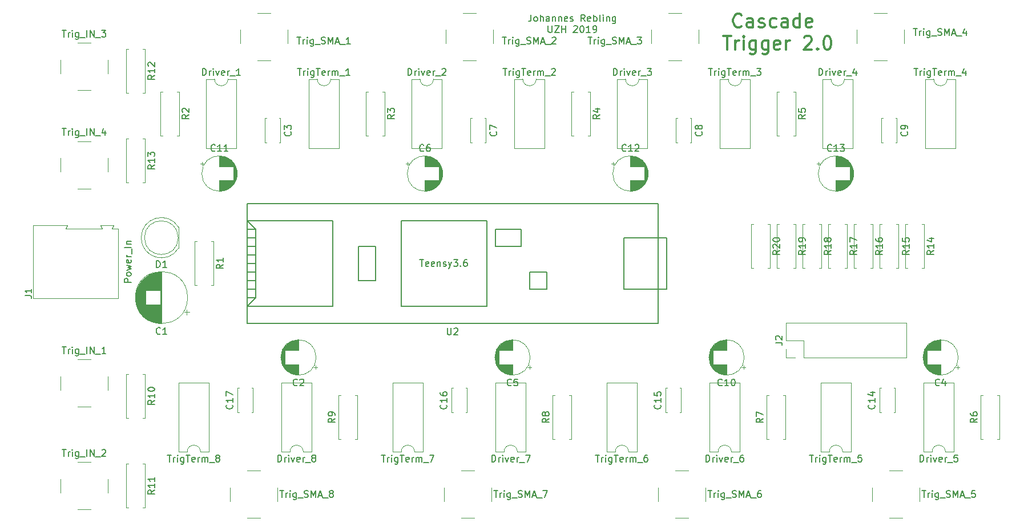
<source format=gto>
G04 #@! TF.GenerationSoftware,KiCad,Pcbnew,(5.1.0)-1*
G04 #@! TF.CreationDate,2019-05-08T17:57:03+02:00*
G04 #@! TF.ProjectId,cascade_trigger,63617363-6164-4655-9f74-726967676572,rev?*
G04 #@! TF.SameCoordinates,Original*
G04 #@! TF.FileFunction,Legend,Top*
G04 #@! TF.FilePolarity,Positive*
%FSLAX46Y46*%
G04 Gerber Fmt 4.6, Leading zero omitted, Abs format (unit mm)*
G04 Created by KiCad (PCBNEW (5.1.0)-1) date 2019-05-08 17:57:03*
%MOMM*%
%LPD*%
G04 APERTURE LIST*
%ADD10C,0.300000*%
%ADD11C,0.150000*%
%ADD12C,0.120000*%
G04 APERTURE END LIST*
D10*
X119079047Y7285714D02*
X118983809Y7190476D01*
X118698095Y7095238D01*
X118507619Y7095238D01*
X118221904Y7190476D01*
X118031428Y7380952D01*
X117936190Y7571428D01*
X117840952Y7952380D01*
X117840952Y8238095D01*
X117936190Y8619047D01*
X118031428Y8809523D01*
X118221904Y9000000D01*
X118507619Y9095238D01*
X118698095Y9095238D01*
X118983809Y9000000D01*
X119079047Y8904761D01*
X120793333Y7095238D02*
X120793333Y8142857D01*
X120698095Y8333333D01*
X120507619Y8428571D01*
X120126666Y8428571D01*
X119936190Y8333333D01*
X120793333Y7190476D02*
X120602857Y7095238D01*
X120126666Y7095238D01*
X119936190Y7190476D01*
X119840952Y7380952D01*
X119840952Y7571428D01*
X119936190Y7761904D01*
X120126666Y7857142D01*
X120602857Y7857142D01*
X120793333Y7952380D01*
X121650476Y7190476D02*
X121840952Y7095238D01*
X122221904Y7095238D01*
X122412380Y7190476D01*
X122507619Y7380952D01*
X122507619Y7476190D01*
X122412380Y7666666D01*
X122221904Y7761904D01*
X121936190Y7761904D01*
X121745714Y7857142D01*
X121650476Y8047619D01*
X121650476Y8142857D01*
X121745714Y8333333D01*
X121936190Y8428571D01*
X122221904Y8428571D01*
X122412380Y8333333D01*
X124221904Y7190476D02*
X124031428Y7095238D01*
X123650476Y7095238D01*
X123460000Y7190476D01*
X123364761Y7285714D01*
X123269523Y7476190D01*
X123269523Y8047619D01*
X123364761Y8238095D01*
X123460000Y8333333D01*
X123650476Y8428571D01*
X124031428Y8428571D01*
X124221904Y8333333D01*
X125936190Y7095238D02*
X125936190Y8142857D01*
X125840952Y8333333D01*
X125650476Y8428571D01*
X125269523Y8428571D01*
X125079047Y8333333D01*
X125936190Y7190476D02*
X125745714Y7095238D01*
X125269523Y7095238D01*
X125079047Y7190476D01*
X124983809Y7380952D01*
X124983809Y7571428D01*
X125079047Y7761904D01*
X125269523Y7857142D01*
X125745714Y7857142D01*
X125936190Y7952380D01*
X127745714Y7095238D02*
X127745714Y9095238D01*
X127745714Y7190476D02*
X127555238Y7095238D01*
X127174285Y7095238D01*
X126983809Y7190476D01*
X126888571Y7285714D01*
X126793333Y7476190D01*
X126793333Y8047619D01*
X126888571Y8238095D01*
X126983809Y8333333D01*
X127174285Y8428571D01*
X127555238Y8428571D01*
X127745714Y8333333D01*
X129460000Y7190476D02*
X129269523Y7095238D01*
X128888571Y7095238D01*
X128698095Y7190476D01*
X128602857Y7380952D01*
X128602857Y8142857D01*
X128698095Y8333333D01*
X128888571Y8428571D01*
X129269523Y8428571D01*
X129460000Y8333333D01*
X129555238Y8142857D01*
X129555238Y7952380D01*
X128602857Y7761904D01*
X116364761Y5795238D02*
X117507619Y5795238D01*
X116936190Y3795238D02*
X116936190Y5795238D01*
X118174285Y3795238D02*
X118174285Y5128571D01*
X118174285Y4747619D02*
X118269523Y4938095D01*
X118364761Y5033333D01*
X118555238Y5128571D01*
X118745714Y5128571D01*
X119412380Y3795238D02*
X119412380Y5128571D01*
X119412380Y5795238D02*
X119317142Y5700000D01*
X119412380Y5604761D01*
X119507619Y5700000D01*
X119412380Y5795238D01*
X119412380Y5604761D01*
X121221904Y5128571D02*
X121221904Y3509523D01*
X121126666Y3319047D01*
X121031428Y3223809D01*
X120840952Y3128571D01*
X120555238Y3128571D01*
X120364761Y3223809D01*
X121221904Y3890476D02*
X121031428Y3795238D01*
X120650476Y3795238D01*
X120460000Y3890476D01*
X120364761Y3985714D01*
X120269523Y4176190D01*
X120269523Y4747619D01*
X120364761Y4938095D01*
X120460000Y5033333D01*
X120650476Y5128571D01*
X121031428Y5128571D01*
X121221904Y5033333D01*
X123031428Y5128571D02*
X123031428Y3509523D01*
X122936190Y3319047D01*
X122840952Y3223809D01*
X122650476Y3128571D01*
X122364761Y3128571D01*
X122174285Y3223809D01*
X123031428Y3890476D02*
X122840952Y3795238D01*
X122460000Y3795238D01*
X122269523Y3890476D01*
X122174285Y3985714D01*
X122079047Y4176190D01*
X122079047Y4747619D01*
X122174285Y4938095D01*
X122269523Y5033333D01*
X122460000Y5128571D01*
X122840952Y5128571D01*
X123031428Y5033333D01*
X124745714Y3890476D02*
X124555238Y3795238D01*
X124174285Y3795238D01*
X123983809Y3890476D01*
X123888571Y4080952D01*
X123888571Y4842857D01*
X123983809Y5033333D01*
X124174285Y5128571D01*
X124555238Y5128571D01*
X124745714Y5033333D01*
X124840952Y4842857D01*
X124840952Y4652380D01*
X123888571Y4461904D01*
X125698095Y3795238D02*
X125698095Y5128571D01*
X125698095Y4747619D02*
X125793333Y4938095D01*
X125888571Y5033333D01*
X126079047Y5128571D01*
X126269523Y5128571D01*
X128364761Y5604761D02*
X128460000Y5700000D01*
X128650476Y5795238D01*
X129126666Y5795238D01*
X129317142Y5700000D01*
X129412380Y5604761D01*
X129507619Y5414285D01*
X129507619Y5223809D01*
X129412380Y4938095D01*
X128269523Y3795238D01*
X129507619Y3795238D01*
X130364761Y3985714D02*
X130460000Y3890476D01*
X130364761Y3795238D01*
X130269523Y3890476D01*
X130364761Y3985714D01*
X130364761Y3795238D01*
X131698095Y5795238D02*
X131888571Y5795238D01*
X132079047Y5700000D01*
X132174285Y5604761D01*
X132269523Y5414285D01*
X132364761Y5033333D01*
X132364761Y4557142D01*
X132269523Y4176190D01*
X132174285Y3985714D01*
X132079047Y3890476D01*
X131888571Y3795238D01*
X131698095Y3795238D01*
X131507619Y3890476D01*
X131412380Y3985714D01*
X131317142Y4176190D01*
X131221904Y4557142D01*
X131221904Y5033333D01*
X131317142Y5414285D01*
X131412380Y5604761D01*
X131507619Y5700000D01*
X131698095Y5795238D01*
D11*
X87860952Y8992619D02*
X87860952Y8278333D01*
X87813333Y8135476D01*
X87718095Y8040238D01*
X87575238Y7992619D01*
X87480000Y7992619D01*
X88480000Y7992619D02*
X88384761Y8040238D01*
X88337142Y8087857D01*
X88289523Y8183095D01*
X88289523Y8468809D01*
X88337142Y8564047D01*
X88384761Y8611666D01*
X88480000Y8659285D01*
X88622857Y8659285D01*
X88718095Y8611666D01*
X88765714Y8564047D01*
X88813333Y8468809D01*
X88813333Y8183095D01*
X88765714Y8087857D01*
X88718095Y8040238D01*
X88622857Y7992619D01*
X88480000Y7992619D01*
X89241904Y7992619D02*
X89241904Y8992619D01*
X89670476Y7992619D02*
X89670476Y8516428D01*
X89622857Y8611666D01*
X89527619Y8659285D01*
X89384761Y8659285D01*
X89289523Y8611666D01*
X89241904Y8564047D01*
X90575238Y7992619D02*
X90575238Y8516428D01*
X90527619Y8611666D01*
X90432380Y8659285D01*
X90241904Y8659285D01*
X90146666Y8611666D01*
X90575238Y8040238D02*
X90480000Y7992619D01*
X90241904Y7992619D01*
X90146666Y8040238D01*
X90099047Y8135476D01*
X90099047Y8230714D01*
X90146666Y8325952D01*
X90241904Y8373571D01*
X90480000Y8373571D01*
X90575238Y8421190D01*
X91051428Y8659285D02*
X91051428Y7992619D01*
X91051428Y8564047D02*
X91099047Y8611666D01*
X91194285Y8659285D01*
X91337142Y8659285D01*
X91432380Y8611666D01*
X91480000Y8516428D01*
X91480000Y7992619D01*
X91956190Y8659285D02*
X91956190Y7992619D01*
X91956190Y8564047D02*
X92003809Y8611666D01*
X92099047Y8659285D01*
X92241904Y8659285D01*
X92337142Y8611666D01*
X92384761Y8516428D01*
X92384761Y7992619D01*
X93241904Y8040238D02*
X93146666Y7992619D01*
X92956190Y7992619D01*
X92860952Y8040238D01*
X92813333Y8135476D01*
X92813333Y8516428D01*
X92860952Y8611666D01*
X92956190Y8659285D01*
X93146666Y8659285D01*
X93241904Y8611666D01*
X93289523Y8516428D01*
X93289523Y8421190D01*
X92813333Y8325952D01*
X93670476Y8040238D02*
X93765714Y7992619D01*
X93956190Y7992619D01*
X94051428Y8040238D01*
X94099047Y8135476D01*
X94099047Y8183095D01*
X94051428Y8278333D01*
X93956190Y8325952D01*
X93813333Y8325952D01*
X93718095Y8373571D01*
X93670476Y8468809D01*
X93670476Y8516428D01*
X93718095Y8611666D01*
X93813333Y8659285D01*
X93956190Y8659285D01*
X94051428Y8611666D01*
X95860952Y7992619D02*
X95527619Y8468809D01*
X95289523Y7992619D02*
X95289523Y8992619D01*
X95670476Y8992619D01*
X95765714Y8945000D01*
X95813333Y8897380D01*
X95860952Y8802142D01*
X95860952Y8659285D01*
X95813333Y8564047D01*
X95765714Y8516428D01*
X95670476Y8468809D01*
X95289523Y8468809D01*
X96670476Y8040238D02*
X96575238Y7992619D01*
X96384761Y7992619D01*
X96289523Y8040238D01*
X96241904Y8135476D01*
X96241904Y8516428D01*
X96289523Y8611666D01*
X96384761Y8659285D01*
X96575238Y8659285D01*
X96670476Y8611666D01*
X96718095Y8516428D01*
X96718095Y8421190D01*
X96241904Y8325952D01*
X97146666Y7992619D02*
X97146666Y8992619D01*
X97146666Y8611666D02*
X97241904Y8659285D01*
X97432380Y8659285D01*
X97527619Y8611666D01*
X97575238Y8564047D01*
X97622857Y8468809D01*
X97622857Y8183095D01*
X97575238Y8087857D01*
X97527619Y8040238D01*
X97432380Y7992619D01*
X97241904Y7992619D01*
X97146666Y8040238D01*
X98194285Y7992619D02*
X98099047Y8040238D01*
X98051428Y8135476D01*
X98051428Y8992619D01*
X98575238Y7992619D02*
X98575238Y8659285D01*
X98575238Y8992619D02*
X98527619Y8945000D01*
X98575238Y8897380D01*
X98622857Y8945000D01*
X98575238Y8992619D01*
X98575238Y8897380D01*
X99051428Y8659285D02*
X99051428Y7992619D01*
X99051428Y8564047D02*
X99099047Y8611666D01*
X99194285Y8659285D01*
X99337142Y8659285D01*
X99432380Y8611666D01*
X99480000Y8516428D01*
X99480000Y7992619D01*
X100384761Y8659285D02*
X100384761Y7849761D01*
X100337142Y7754523D01*
X100289523Y7706904D01*
X100194285Y7659285D01*
X100051428Y7659285D01*
X99956190Y7706904D01*
X100384761Y8040238D02*
X100289523Y7992619D01*
X100099047Y7992619D01*
X100003809Y8040238D01*
X99956190Y8087857D01*
X99908571Y8183095D01*
X99908571Y8468809D01*
X99956190Y8564047D01*
X100003809Y8611666D01*
X100099047Y8659285D01*
X100289523Y8659285D01*
X100384761Y8611666D01*
X90408571Y7342619D02*
X90408571Y6533095D01*
X90456190Y6437857D01*
X90503809Y6390238D01*
X90599047Y6342619D01*
X90789523Y6342619D01*
X90884761Y6390238D01*
X90932380Y6437857D01*
X90980000Y6533095D01*
X90980000Y7342619D01*
X91360952Y7342619D02*
X92027619Y7342619D01*
X91360952Y6342619D01*
X92027619Y6342619D01*
X92408571Y6342619D02*
X92408571Y7342619D01*
X92408571Y6866428D02*
X92980000Y6866428D01*
X92980000Y6342619D02*
X92980000Y7342619D01*
X94170476Y7247380D02*
X94218095Y7295000D01*
X94313333Y7342619D01*
X94551428Y7342619D01*
X94646666Y7295000D01*
X94694285Y7247380D01*
X94741904Y7152142D01*
X94741904Y7056904D01*
X94694285Y6914047D01*
X94122857Y6342619D01*
X94741904Y6342619D01*
X95360952Y7342619D02*
X95456190Y7342619D01*
X95551428Y7295000D01*
X95599047Y7247380D01*
X95646666Y7152142D01*
X95694285Y6961666D01*
X95694285Y6723571D01*
X95646666Y6533095D01*
X95599047Y6437857D01*
X95551428Y6390238D01*
X95456190Y6342619D01*
X95360952Y6342619D01*
X95265714Y6390238D01*
X95218095Y6437857D01*
X95170476Y6533095D01*
X95122857Y6723571D01*
X95122857Y6961666D01*
X95170476Y7152142D01*
X95218095Y7247380D01*
X95265714Y7295000D01*
X95360952Y7342619D01*
X96646666Y6342619D02*
X96075238Y6342619D01*
X96360952Y6342619D02*
X96360952Y7342619D01*
X96265714Y7199761D01*
X96170476Y7104523D01*
X96075238Y7056904D01*
X97122857Y6342619D02*
X97313333Y6342619D01*
X97408571Y6390238D01*
X97456190Y6437857D01*
X97551428Y6580714D01*
X97599047Y6771190D01*
X97599047Y7152142D01*
X97551428Y7247380D01*
X97503809Y7295000D01*
X97408571Y7342619D01*
X97218095Y7342619D01*
X97122857Y7295000D01*
X97075238Y7247380D01*
X97027619Y7152142D01*
X97027619Y6914047D01*
X97075238Y6818809D01*
X97122857Y6771190D01*
X97218095Y6723571D01*
X97408571Y6723571D01*
X97503809Y6771190D01*
X97551428Y6818809D01*
X97599047Y6914047D01*
D12*
X109891000Y-46460000D02*
X110136000Y-46460000D01*
X107796000Y-46460000D02*
X108041000Y-46460000D01*
X109891000Y-50100000D02*
X110136000Y-50100000D01*
X107796000Y-50100000D02*
X108041000Y-50100000D01*
X110136000Y-50100000D02*
X110136000Y-46460000D01*
X107796000Y-50100000D02*
X107796000Y-46460000D01*
X151160775Y-43635000D02*
X151160775Y-43135000D01*
X151410775Y-43385000D02*
X150910775Y-43385000D01*
X146005000Y-42194000D02*
X146005000Y-41626000D01*
X146045000Y-42428000D02*
X146045000Y-41392000D01*
X146085000Y-42587000D02*
X146085000Y-41233000D01*
X146125000Y-42715000D02*
X146125000Y-41105000D01*
X146165000Y-42825000D02*
X146165000Y-40995000D01*
X146205000Y-42921000D02*
X146205000Y-40899000D01*
X146245000Y-43008000D02*
X146245000Y-40812000D01*
X146285000Y-43088000D02*
X146285000Y-40732000D01*
X146325000Y-43161000D02*
X146325000Y-40659000D01*
X146365000Y-43229000D02*
X146365000Y-40591000D01*
X146405000Y-43293000D02*
X146405000Y-40527000D01*
X146445000Y-43353000D02*
X146445000Y-40467000D01*
X146485000Y-43410000D02*
X146485000Y-40410000D01*
X146525000Y-43464000D02*
X146525000Y-40356000D01*
X146565000Y-43515000D02*
X146565000Y-40305000D01*
X146605000Y-40870000D02*
X146605000Y-40257000D01*
X146605000Y-43563000D02*
X146605000Y-42950000D01*
X146645000Y-40870000D02*
X146645000Y-40211000D01*
X146645000Y-43609000D02*
X146645000Y-42950000D01*
X146685000Y-40870000D02*
X146685000Y-40167000D01*
X146685000Y-43653000D02*
X146685000Y-42950000D01*
X146725000Y-40870000D02*
X146725000Y-40125000D01*
X146725000Y-43695000D02*
X146725000Y-42950000D01*
X146765000Y-40870000D02*
X146765000Y-40084000D01*
X146765000Y-43736000D02*
X146765000Y-42950000D01*
X146805000Y-40870000D02*
X146805000Y-40046000D01*
X146805000Y-43774000D02*
X146805000Y-42950000D01*
X146845000Y-40870000D02*
X146845000Y-40009000D01*
X146845000Y-43811000D02*
X146845000Y-42950000D01*
X146885000Y-40870000D02*
X146885000Y-39973000D01*
X146885000Y-43847000D02*
X146885000Y-42950000D01*
X146925000Y-40870000D02*
X146925000Y-39939000D01*
X146925000Y-43881000D02*
X146925000Y-42950000D01*
X146965000Y-40870000D02*
X146965000Y-39906000D01*
X146965000Y-43914000D02*
X146965000Y-42950000D01*
X147005000Y-40870000D02*
X147005000Y-39875000D01*
X147005000Y-43945000D02*
X147005000Y-42950000D01*
X147045000Y-40870000D02*
X147045000Y-39845000D01*
X147045000Y-43975000D02*
X147045000Y-42950000D01*
X147085000Y-40870000D02*
X147085000Y-39815000D01*
X147085000Y-44005000D02*
X147085000Y-42950000D01*
X147125000Y-40870000D02*
X147125000Y-39788000D01*
X147125000Y-44032000D02*
X147125000Y-42950000D01*
X147165000Y-40870000D02*
X147165000Y-39761000D01*
X147165000Y-44059000D02*
X147165000Y-42950000D01*
X147205000Y-40870000D02*
X147205000Y-39735000D01*
X147205000Y-44085000D02*
X147205000Y-42950000D01*
X147245000Y-40870000D02*
X147245000Y-39710000D01*
X147245000Y-44110000D02*
X147245000Y-42950000D01*
X147285000Y-40870000D02*
X147285000Y-39686000D01*
X147285000Y-44134000D02*
X147285000Y-42950000D01*
X147325000Y-40870000D02*
X147325000Y-39663000D01*
X147325000Y-44157000D02*
X147325000Y-42950000D01*
X147365000Y-40870000D02*
X147365000Y-39642000D01*
X147365000Y-44178000D02*
X147365000Y-42950000D01*
X147405000Y-40870000D02*
X147405000Y-39620000D01*
X147405000Y-44200000D02*
X147405000Y-42950000D01*
X147445000Y-40870000D02*
X147445000Y-39600000D01*
X147445000Y-44220000D02*
X147445000Y-42950000D01*
X147485000Y-40870000D02*
X147485000Y-39581000D01*
X147485000Y-44239000D02*
X147485000Y-42950000D01*
X147525000Y-40870000D02*
X147525000Y-39562000D01*
X147525000Y-44258000D02*
X147525000Y-42950000D01*
X147565000Y-40870000D02*
X147565000Y-39545000D01*
X147565000Y-44275000D02*
X147565000Y-42950000D01*
X147605000Y-40870000D02*
X147605000Y-39528000D01*
X147605000Y-44292000D02*
X147605000Y-42950000D01*
X147645000Y-40870000D02*
X147645000Y-39512000D01*
X147645000Y-44308000D02*
X147645000Y-42950000D01*
X147685000Y-40870000D02*
X147685000Y-39496000D01*
X147685000Y-44324000D02*
X147685000Y-42950000D01*
X147725000Y-40870000D02*
X147725000Y-39482000D01*
X147725000Y-44338000D02*
X147725000Y-42950000D01*
X147765000Y-40870000D02*
X147765000Y-39468000D01*
X147765000Y-44352000D02*
X147765000Y-42950000D01*
X147805000Y-40870000D02*
X147805000Y-39455000D01*
X147805000Y-44365000D02*
X147805000Y-42950000D01*
X147845000Y-40870000D02*
X147845000Y-39442000D01*
X147845000Y-44378000D02*
X147845000Y-42950000D01*
X147885000Y-40870000D02*
X147885000Y-39430000D01*
X147885000Y-44390000D02*
X147885000Y-42950000D01*
X147926000Y-40870000D02*
X147926000Y-39419000D01*
X147926000Y-44401000D02*
X147926000Y-42950000D01*
X147966000Y-40870000D02*
X147966000Y-39409000D01*
X147966000Y-44411000D02*
X147966000Y-42950000D01*
X148006000Y-40870000D02*
X148006000Y-39399000D01*
X148006000Y-44421000D02*
X148006000Y-42950000D01*
X148046000Y-40870000D02*
X148046000Y-39390000D01*
X148046000Y-44430000D02*
X148046000Y-42950000D01*
X148086000Y-40870000D02*
X148086000Y-39382000D01*
X148086000Y-44438000D02*
X148086000Y-42950000D01*
X148126000Y-40870000D02*
X148126000Y-39374000D01*
X148126000Y-44446000D02*
X148126000Y-42950000D01*
X148166000Y-40870000D02*
X148166000Y-39367000D01*
X148166000Y-44453000D02*
X148166000Y-42950000D01*
X148206000Y-40870000D02*
X148206000Y-39360000D01*
X148206000Y-44460000D02*
X148206000Y-42950000D01*
X148246000Y-40870000D02*
X148246000Y-39354000D01*
X148246000Y-44466000D02*
X148246000Y-42950000D01*
X148286000Y-40870000D02*
X148286000Y-39349000D01*
X148286000Y-44471000D02*
X148286000Y-42950000D01*
X148326000Y-40870000D02*
X148326000Y-39345000D01*
X148326000Y-44475000D02*
X148326000Y-42950000D01*
X148366000Y-40870000D02*
X148366000Y-39341000D01*
X148366000Y-44479000D02*
X148366000Y-42950000D01*
X148406000Y-40870000D02*
X148406000Y-39337000D01*
X148406000Y-44483000D02*
X148406000Y-42950000D01*
X148446000Y-40870000D02*
X148446000Y-39334000D01*
X148446000Y-44486000D02*
X148446000Y-42950000D01*
X148486000Y-40870000D02*
X148486000Y-39332000D01*
X148486000Y-44488000D02*
X148486000Y-42950000D01*
X148526000Y-40870000D02*
X148526000Y-39331000D01*
X148526000Y-44489000D02*
X148526000Y-42950000D01*
X148566000Y-44490000D02*
X148566000Y-42950000D01*
X148566000Y-40870000D02*
X148566000Y-39330000D01*
X148606000Y-44490000D02*
X148606000Y-42950000D01*
X148606000Y-40870000D02*
X148606000Y-39330000D01*
X151226000Y-41910000D02*
G75*
G03X151226000Y-41910000I-2620000J0D01*
G01*
X141641000Y-46460000D02*
X141886000Y-46460000D01*
X139546000Y-46460000D02*
X139791000Y-46460000D01*
X141641000Y-50100000D02*
X141886000Y-50100000D01*
X139546000Y-50100000D02*
X139791000Y-50100000D01*
X141886000Y-50100000D02*
X141886000Y-46460000D01*
X139546000Y-50100000D02*
X139546000Y-46460000D01*
X114336000Y-55940000D02*
X115586000Y-55940000D01*
X114336000Y-45660000D02*
X114336000Y-55940000D01*
X118836000Y-45660000D02*
X114336000Y-45660000D01*
X118836000Y-55940000D02*
X118836000Y-45660000D01*
X117586000Y-55940000D02*
X118836000Y-55940000D01*
X115586000Y-55940000D02*
G75*
G02X117586000Y-55940000I1000000J0D01*
G01*
X55910775Y-43635000D02*
X55910775Y-43135000D01*
X56160775Y-43385000D02*
X55660775Y-43385000D01*
X50755000Y-42194000D02*
X50755000Y-41626000D01*
X50795000Y-42428000D02*
X50795000Y-41392000D01*
X50835000Y-42587000D02*
X50835000Y-41233000D01*
X50875000Y-42715000D02*
X50875000Y-41105000D01*
X50915000Y-42825000D02*
X50915000Y-40995000D01*
X50955000Y-42921000D02*
X50955000Y-40899000D01*
X50995000Y-43008000D02*
X50995000Y-40812000D01*
X51035000Y-43088000D02*
X51035000Y-40732000D01*
X51075000Y-43161000D02*
X51075000Y-40659000D01*
X51115000Y-43229000D02*
X51115000Y-40591000D01*
X51155000Y-43293000D02*
X51155000Y-40527000D01*
X51195000Y-43353000D02*
X51195000Y-40467000D01*
X51235000Y-43410000D02*
X51235000Y-40410000D01*
X51275000Y-43464000D02*
X51275000Y-40356000D01*
X51315000Y-43515000D02*
X51315000Y-40305000D01*
X51355000Y-40870000D02*
X51355000Y-40257000D01*
X51355000Y-43563000D02*
X51355000Y-42950000D01*
X51395000Y-40870000D02*
X51395000Y-40211000D01*
X51395000Y-43609000D02*
X51395000Y-42950000D01*
X51435000Y-40870000D02*
X51435000Y-40167000D01*
X51435000Y-43653000D02*
X51435000Y-42950000D01*
X51475000Y-40870000D02*
X51475000Y-40125000D01*
X51475000Y-43695000D02*
X51475000Y-42950000D01*
X51515000Y-40870000D02*
X51515000Y-40084000D01*
X51515000Y-43736000D02*
X51515000Y-42950000D01*
X51555000Y-40870000D02*
X51555000Y-40046000D01*
X51555000Y-43774000D02*
X51555000Y-42950000D01*
X51595000Y-40870000D02*
X51595000Y-40009000D01*
X51595000Y-43811000D02*
X51595000Y-42950000D01*
X51635000Y-40870000D02*
X51635000Y-39973000D01*
X51635000Y-43847000D02*
X51635000Y-42950000D01*
X51675000Y-40870000D02*
X51675000Y-39939000D01*
X51675000Y-43881000D02*
X51675000Y-42950000D01*
X51715000Y-40870000D02*
X51715000Y-39906000D01*
X51715000Y-43914000D02*
X51715000Y-42950000D01*
X51755000Y-40870000D02*
X51755000Y-39875000D01*
X51755000Y-43945000D02*
X51755000Y-42950000D01*
X51795000Y-40870000D02*
X51795000Y-39845000D01*
X51795000Y-43975000D02*
X51795000Y-42950000D01*
X51835000Y-40870000D02*
X51835000Y-39815000D01*
X51835000Y-44005000D02*
X51835000Y-42950000D01*
X51875000Y-40870000D02*
X51875000Y-39788000D01*
X51875000Y-44032000D02*
X51875000Y-42950000D01*
X51915000Y-40870000D02*
X51915000Y-39761000D01*
X51915000Y-44059000D02*
X51915000Y-42950000D01*
X51955000Y-40870000D02*
X51955000Y-39735000D01*
X51955000Y-44085000D02*
X51955000Y-42950000D01*
X51995000Y-40870000D02*
X51995000Y-39710000D01*
X51995000Y-44110000D02*
X51995000Y-42950000D01*
X52035000Y-40870000D02*
X52035000Y-39686000D01*
X52035000Y-44134000D02*
X52035000Y-42950000D01*
X52075000Y-40870000D02*
X52075000Y-39663000D01*
X52075000Y-44157000D02*
X52075000Y-42950000D01*
X52115000Y-40870000D02*
X52115000Y-39642000D01*
X52115000Y-44178000D02*
X52115000Y-42950000D01*
X52155000Y-40870000D02*
X52155000Y-39620000D01*
X52155000Y-44200000D02*
X52155000Y-42950000D01*
X52195000Y-40870000D02*
X52195000Y-39600000D01*
X52195000Y-44220000D02*
X52195000Y-42950000D01*
X52235000Y-40870000D02*
X52235000Y-39581000D01*
X52235000Y-44239000D02*
X52235000Y-42950000D01*
X52275000Y-40870000D02*
X52275000Y-39562000D01*
X52275000Y-44258000D02*
X52275000Y-42950000D01*
X52315000Y-40870000D02*
X52315000Y-39545000D01*
X52315000Y-44275000D02*
X52315000Y-42950000D01*
X52355000Y-40870000D02*
X52355000Y-39528000D01*
X52355000Y-44292000D02*
X52355000Y-42950000D01*
X52395000Y-40870000D02*
X52395000Y-39512000D01*
X52395000Y-44308000D02*
X52395000Y-42950000D01*
X52435000Y-40870000D02*
X52435000Y-39496000D01*
X52435000Y-44324000D02*
X52435000Y-42950000D01*
X52475000Y-40870000D02*
X52475000Y-39482000D01*
X52475000Y-44338000D02*
X52475000Y-42950000D01*
X52515000Y-40870000D02*
X52515000Y-39468000D01*
X52515000Y-44352000D02*
X52515000Y-42950000D01*
X52555000Y-40870000D02*
X52555000Y-39455000D01*
X52555000Y-44365000D02*
X52555000Y-42950000D01*
X52595000Y-40870000D02*
X52595000Y-39442000D01*
X52595000Y-44378000D02*
X52595000Y-42950000D01*
X52635000Y-40870000D02*
X52635000Y-39430000D01*
X52635000Y-44390000D02*
X52635000Y-42950000D01*
X52676000Y-40870000D02*
X52676000Y-39419000D01*
X52676000Y-44401000D02*
X52676000Y-42950000D01*
X52716000Y-40870000D02*
X52716000Y-39409000D01*
X52716000Y-44411000D02*
X52716000Y-42950000D01*
X52756000Y-40870000D02*
X52756000Y-39399000D01*
X52756000Y-44421000D02*
X52756000Y-42950000D01*
X52796000Y-40870000D02*
X52796000Y-39390000D01*
X52796000Y-44430000D02*
X52796000Y-42950000D01*
X52836000Y-40870000D02*
X52836000Y-39382000D01*
X52836000Y-44438000D02*
X52836000Y-42950000D01*
X52876000Y-40870000D02*
X52876000Y-39374000D01*
X52876000Y-44446000D02*
X52876000Y-42950000D01*
X52916000Y-40870000D02*
X52916000Y-39367000D01*
X52916000Y-44453000D02*
X52916000Y-42950000D01*
X52956000Y-40870000D02*
X52956000Y-39360000D01*
X52956000Y-44460000D02*
X52956000Y-42950000D01*
X52996000Y-40870000D02*
X52996000Y-39354000D01*
X52996000Y-44466000D02*
X52996000Y-42950000D01*
X53036000Y-40870000D02*
X53036000Y-39349000D01*
X53036000Y-44471000D02*
X53036000Y-42950000D01*
X53076000Y-40870000D02*
X53076000Y-39345000D01*
X53076000Y-44475000D02*
X53076000Y-42950000D01*
X53116000Y-40870000D02*
X53116000Y-39341000D01*
X53116000Y-44479000D02*
X53116000Y-42950000D01*
X53156000Y-40870000D02*
X53156000Y-39337000D01*
X53156000Y-44483000D02*
X53156000Y-42950000D01*
X53196000Y-40870000D02*
X53196000Y-39334000D01*
X53196000Y-44486000D02*
X53196000Y-42950000D01*
X53236000Y-40870000D02*
X53236000Y-39332000D01*
X53236000Y-44488000D02*
X53236000Y-42950000D01*
X53276000Y-40870000D02*
X53276000Y-39331000D01*
X53276000Y-44489000D02*
X53276000Y-42950000D01*
X53316000Y-44490000D02*
X53316000Y-42950000D01*
X53316000Y-40870000D02*
X53316000Y-39330000D01*
X53356000Y-44490000D02*
X53356000Y-42950000D01*
X53356000Y-40870000D02*
X53356000Y-39330000D01*
X55976000Y-41910000D02*
G75*
G03X55976000Y-41910000I-2620000J0D01*
G01*
X87660775Y-43635000D02*
X87660775Y-43135000D01*
X87910775Y-43385000D02*
X87410775Y-43385000D01*
X82505000Y-42194000D02*
X82505000Y-41626000D01*
X82545000Y-42428000D02*
X82545000Y-41392000D01*
X82585000Y-42587000D02*
X82585000Y-41233000D01*
X82625000Y-42715000D02*
X82625000Y-41105000D01*
X82665000Y-42825000D02*
X82665000Y-40995000D01*
X82705000Y-42921000D02*
X82705000Y-40899000D01*
X82745000Y-43008000D02*
X82745000Y-40812000D01*
X82785000Y-43088000D02*
X82785000Y-40732000D01*
X82825000Y-43161000D02*
X82825000Y-40659000D01*
X82865000Y-43229000D02*
X82865000Y-40591000D01*
X82905000Y-43293000D02*
X82905000Y-40527000D01*
X82945000Y-43353000D02*
X82945000Y-40467000D01*
X82985000Y-43410000D02*
X82985000Y-40410000D01*
X83025000Y-43464000D02*
X83025000Y-40356000D01*
X83065000Y-43515000D02*
X83065000Y-40305000D01*
X83105000Y-40870000D02*
X83105000Y-40257000D01*
X83105000Y-43563000D02*
X83105000Y-42950000D01*
X83145000Y-40870000D02*
X83145000Y-40211000D01*
X83145000Y-43609000D02*
X83145000Y-42950000D01*
X83185000Y-40870000D02*
X83185000Y-40167000D01*
X83185000Y-43653000D02*
X83185000Y-42950000D01*
X83225000Y-40870000D02*
X83225000Y-40125000D01*
X83225000Y-43695000D02*
X83225000Y-42950000D01*
X83265000Y-40870000D02*
X83265000Y-40084000D01*
X83265000Y-43736000D02*
X83265000Y-42950000D01*
X83305000Y-40870000D02*
X83305000Y-40046000D01*
X83305000Y-43774000D02*
X83305000Y-42950000D01*
X83345000Y-40870000D02*
X83345000Y-40009000D01*
X83345000Y-43811000D02*
X83345000Y-42950000D01*
X83385000Y-40870000D02*
X83385000Y-39973000D01*
X83385000Y-43847000D02*
X83385000Y-42950000D01*
X83425000Y-40870000D02*
X83425000Y-39939000D01*
X83425000Y-43881000D02*
X83425000Y-42950000D01*
X83465000Y-40870000D02*
X83465000Y-39906000D01*
X83465000Y-43914000D02*
X83465000Y-42950000D01*
X83505000Y-40870000D02*
X83505000Y-39875000D01*
X83505000Y-43945000D02*
X83505000Y-42950000D01*
X83545000Y-40870000D02*
X83545000Y-39845000D01*
X83545000Y-43975000D02*
X83545000Y-42950000D01*
X83585000Y-40870000D02*
X83585000Y-39815000D01*
X83585000Y-44005000D02*
X83585000Y-42950000D01*
X83625000Y-40870000D02*
X83625000Y-39788000D01*
X83625000Y-44032000D02*
X83625000Y-42950000D01*
X83665000Y-40870000D02*
X83665000Y-39761000D01*
X83665000Y-44059000D02*
X83665000Y-42950000D01*
X83705000Y-40870000D02*
X83705000Y-39735000D01*
X83705000Y-44085000D02*
X83705000Y-42950000D01*
X83745000Y-40870000D02*
X83745000Y-39710000D01*
X83745000Y-44110000D02*
X83745000Y-42950000D01*
X83785000Y-40870000D02*
X83785000Y-39686000D01*
X83785000Y-44134000D02*
X83785000Y-42950000D01*
X83825000Y-40870000D02*
X83825000Y-39663000D01*
X83825000Y-44157000D02*
X83825000Y-42950000D01*
X83865000Y-40870000D02*
X83865000Y-39642000D01*
X83865000Y-44178000D02*
X83865000Y-42950000D01*
X83905000Y-40870000D02*
X83905000Y-39620000D01*
X83905000Y-44200000D02*
X83905000Y-42950000D01*
X83945000Y-40870000D02*
X83945000Y-39600000D01*
X83945000Y-44220000D02*
X83945000Y-42950000D01*
X83985000Y-40870000D02*
X83985000Y-39581000D01*
X83985000Y-44239000D02*
X83985000Y-42950000D01*
X84025000Y-40870000D02*
X84025000Y-39562000D01*
X84025000Y-44258000D02*
X84025000Y-42950000D01*
X84065000Y-40870000D02*
X84065000Y-39545000D01*
X84065000Y-44275000D02*
X84065000Y-42950000D01*
X84105000Y-40870000D02*
X84105000Y-39528000D01*
X84105000Y-44292000D02*
X84105000Y-42950000D01*
X84145000Y-40870000D02*
X84145000Y-39512000D01*
X84145000Y-44308000D02*
X84145000Y-42950000D01*
X84185000Y-40870000D02*
X84185000Y-39496000D01*
X84185000Y-44324000D02*
X84185000Y-42950000D01*
X84225000Y-40870000D02*
X84225000Y-39482000D01*
X84225000Y-44338000D02*
X84225000Y-42950000D01*
X84265000Y-40870000D02*
X84265000Y-39468000D01*
X84265000Y-44352000D02*
X84265000Y-42950000D01*
X84305000Y-40870000D02*
X84305000Y-39455000D01*
X84305000Y-44365000D02*
X84305000Y-42950000D01*
X84345000Y-40870000D02*
X84345000Y-39442000D01*
X84345000Y-44378000D02*
X84345000Y-42950000D01*
X84385000Y-40870000D02*
X84385000Y-39430000D01*
X84385000Y-44390000D02*
X84385000Y-42950000D01*
X84426000Y-40870000D02*
X84426000Y-39419000D01*
X84426000Y-44401000D02*
X84426000Y-42950000D01*
X84466000Y-40870000D02*
X84466000Y-39409000D01*
X84466000Y-44411000D02*
X84466000Y-42950000D01*
X84506000Y-40870000D02*
X84506000Y-39399000D01*
X84506000Y-44421000D02*
X84506000Y-42950000D01*
X84546000Y-40870000D02*
X84546000Y-39390000D01*
X84546000Y-44430000D02*
X84546000Y-42950000D01*
X84586000Y-40870000D02*
X84586000Y-39382000D01*
X84586000Y-44438000D02*
X84586000Y-42950000D01*
X84626000Y-40870000D02*
X84626000Y-39374000D01*
X84626000Y-44446000D02*
X84626000Y-42950000D01*
X84666000Y-40870000D02*
X84666000Y-39367000D01*
X84666000Y-44453000D02*
X84666000Y-42950000D01*
X84706000Y-40870000D02*
X84706000Y-39360000D01*
X84706000Y-44460000D02*
X84706000Y-42950000D01*
X84746000Y-40870000D02*
X84746000Y-39354000D01*
X84746000Y-44466000D02*
X84746000Y-42950000D01*
X84786000Y-40870000D02*
X84786000Y-39349000D01*
X84786000Y-44471000D02*
X84786000Y-42950000D01*
X84826000Y-40870000D02*
X84826000Y-39345000D01*
X84826000Y-44475000D02*
X84826000Y-42950000D01*
X84866000Y-40870000D02*
X84866000Y-39341000D01*
X84866000Y-44479000D02*
X84866000Y-42950000D01*
X84906000Y-40870000D02*
X84906000Y-39337000D01*
X84906000Y-44483000D02*
X84906000Y-42950000D01*
X84946000Y-40870000D02*
X84946000Y-39334000D01*
X84946000Y-44486000D02*
X84946000Y-42950000D01*
X84986000Y-40870000D02*
X84986000Y-39332000D01*
X84986000Y-44488000D02*
X84986000Y-42950000D01*
X85026000Y-40870000D02*
X85026000Y-39331000D01*
X85026000Y-44489000D02*
X85026000Y-42950000D01*
X85066000Y-44490000D02*
X85066000Y-42950000D01*
X85066000Y-40870000D02*
X85066000Y-39330000D01*
X85106000Y-44490000D02*
X85106000Y-42950000D01*
X85106000Y-40870000D02*
X85106000Y-39330000D01*
X87726000Y-41910000D02*
G75*
G03X87726000Y-41910000I-2620000J0D01*
G01*
X119410775Y-43635000D02*
X119410775Y-43135000D01*
X119660775Y-43385000D02*
X119160775Y-43385000D01*
X114255000Y-42194000D02*
X114255000Y-41626000D01*
X114295000Y-42428000D02*
X114295000Y-41392000D01*
X114335000Y-42587000D02*
X114335000Y-41233000D01*
X114375000Y-42715000D02*
X114375000Y-41105000D01*
X114415000Y-42825000D02*
X114415000Y-40995000D01*
X114455000Y-42921000D02*
X114455000Y-40899000D01*
X114495000Y-43008000D02*
X114495000Y-40812000D01*
X114535000Y-43088000D02*
X114535000Y-40732000D01*
X114575000Y-43161000D02*
X114575000Y-40659000D01*
X114615000Y-43229000D02*
X114615000Y-40591000D01*
X114655000Y-43293000D02*
X114655000Y-40527000D01*
X114695000Y-43353000D02*
X114695000Y-40467000D01*
X114735000Y-43410000D02*
X114735000Y-40410000D01*
X114775000Y-43464000D02*
X114775000Y-40356000D01*
X114815000Y-43515000D02*
X114815000Y-40305000D01*
X114855000Y-40870000D02*
X114855000Y-40257000D01*
X114855000Y-43563000D02*
X114855000Y-42950000D01*
X114895000Y-40870000D02*
X114895000Y-40211000D01*
X114895000Y-43609000D02*
X114895000Y-42950000D01*
X114935000Y-40870000D02*
X114935000Y-40167000D01*
X114935000Y-43653000D02*
X114935000Y-42950000D01*
X114975000Y-40870000D02*
X114975000Y-40125000D01*
X114975000Y-43695000D02*
X114975000Y-42950000D01*
X115015000Y-40870000D02*
X115015000Y-40084000D01*
X115015000Y-43736000D02*
X115015000Y-42950000D01*
X115055000Y-40870000D02*
X115055000Y-40046000D01*
X115055000Y-43774000D02*
X115055000Y-42950000D01*
X115095000Y-40870000D02*
X115095000Y-40009000D01*
X115095000Y-43811000D02*
X115095000Y-42950000D01*
X115135000Y-40870000D02*
X115135000Y-39973000D01*
X115135000Y-43847000D02*
X115135000Y-42950000D01*
X115175000Y-40870000D02*
X115175000Y-39939000D01*
X115175000Y-43881000D02*
X115175000Y-42950000D01*
X115215000Y-40870000D02*
X115215000Y-39906000D01*
X115215000Y-43914000D02*
X115215000Y-42950000D01*
X115255000Y-40870000D02*
X115255000Y-39875000D01*
X115255000Y-43945000D02*
X115255000Y-42950000D01*
X115295000Y-40870000D02*
X115295000Y-39845000D01*
X115295000Y-43975000D02*
X115295000Y-42950000D01*
X115335000Y-40870000D02*
X115335000Y-39815000D01*
X115335000Y-44005000D02*
X115335000Y-42950000D01*
X115375000Y-40870000D02*
X115375000Y-39788000D01*
X115375000Y-44032000D02*
X115375000Y-42950000D01*
X115415000Y-40870000D02*
X115415000Y-39761000D01*
X115415000Y-44059000D02*
X115415000Y-42950000D01*
X115455000Y-40870000D02*
X115455000Y-39735000D01*
X115455000Y-44085000D02*
X115455000Y-42950000D01*
X115495000Y-40870000D02*
X115495000Y-39710000D01*
X115495000Y-44110000D02*
X115495000Y-42950000D01*
X115535000Y-40870000D02*
X115535000Y-39686000D01*
X115535000Y-44134000D02*
X115535000Y-42950000D01*
X115575000Y-40870000D02*
X115575000Y-39663000D01*
X115575000Y-44157000D02*
X115575000Y-42950000D01*
X115615000Y-40870000D02*
X115615000Y-39642000D01*
X115615000Y-44178000D02*
X115615000Y-42950000D01*
X115655000Y-40870000D02*
X115655000Y-39620000D01*
X115655000Y-44200000D02*
X115655000Y-42950000D01*
X115695000Y-40870000D02*
X115695000Y-39600000D01*
X115695000Y-44220000D02*
X115695000Y-42950000D01*
X115735000Y-40870000D02*
X115735000Y-39581000D01*
X115735000Y-44239000D02*
X115735000Y-42950000D01*
X115775000Y-40870000D02*
X115775000Y-39562000D01*
X115775000Y-44258000D02*
X115775000Y-42950000D01*
X115815000Y-40870000D02*
X115815000Y-39545000D01*
X115815000Y-44275000D02*
X115815000Y-42950000D01*
X115855000Y-40870000D02*
X115855000Y-39528000D01*
X115855000Y-44292000D02*
X115855000Y-42950000D01*
X115895000Y-40870000D02*
X115895000Y-39512000D01*
X115895000Y-44308000D02*
X115895000Y-42950000D01*
X115935000Y-40870000D02*
X115935000Y-39496000D01*
X115935000Y-44324000D02*
X115935000Y-42950000D01*
X115975000Y-40870000D02*
X115975000Y-39482000D01*
X115975000Y-44338000D02*
X115975000Y-42950000D01*
X116015000Y-40870000D02*
X116015000Y-39468000D01*
X116015000Y-44352000D02*
X116015000Y-42950000D01*
X116055000Y-40870000D02*
X116055000Y-39455000D01*
X116055000Y-44365000D02*
X116055000Y-42950000D01*
X116095000Y-40870000D02*
X116095000Y-39442000D01*
X116095000Y-44378000D02*
X116095000Y-42950000D01*
X116135000Y-40870000D02*
X116135000Y-39430000D01*
X116135000Y-44390000D02*
X116135000Y-42950000D01*
X116176000Y-40870000D02*
X116176000Y-39419000D01*
X116176000Y-44401000D02*
X116176000Y-42950000D01*
X116216000Y-40870000D02*
X116216000Y-39409000D01*
X116216000Y-44411000D02*
X116216000Y-42950000D01*
X116256000Y-40870000D02*
X116256000Y-39399000D01*
X116256000Y-44421000D02*
X116256000Y-42950000D01*
X116296000Y-40870000D02*
X116296000Y-39390000D01*
X116296000Y-44430000D02*
X116296000Y-42950000D01*
X116336000Y-40870000D02*
X116336000Y-39382000D01*
X116336000Y-44438000D02*
X116336000Y-42950000D01*
X116376000Y-40870000D02*
X116376000Y-39374000D01*
X116376000Y-44446000D02*
X116376000Y-42950000D01*
X116416000Y-40870000D02*
X116416000Y-39367000D01*
X116416000Y-44453000D02*
X116416000Y-42950000D01*
X116456000Y-40870000D02*
X116456000Y-39360000D01*
X116456000Y-44460000D02*
X116456000Y-42950000D01*
X116496000Y-40870000D02*
X116496000Y-39354000D01*
X116496000Y-44466000D02*
X116496000Y-42950000D01*
X116536000Y-40870000D02*
X116536000Y-39349000D01*
X116536000Y-44471000D02*
X116536000Y-42950000D01*
X116576000Y-40870000D02*
X116576000Y-39345000D01*
X116576000Y-44475000D02*
X116576000Y-42950000D01*
X116616000Y-40870000D02*
X116616000Y-39341000D01*
X116616000Y-44479000D02*
X116616000Y-42950000D01*
X116656000Y-40870000D02*
X116656000Y-39337000D01*
X116656000Y-44483000D02*
X116656000Y-42950000D01*
X116696000Y-40870000D02*
X116696000Y-39334000D01*
X116696000Y-44486000D02*
X116696000Y-42950000D01*
X116736000Y-40870000D02*
X116736000Y-39332000D01*
X116736000Y-44488000D02*
X116736000Y-42950000D01*
X116776000Y-40870000D02*
X116776000Y-39331000D01*
X116776000Y-44489000D02*
X116776000Y-42950000D01*
X116816000Y-44490000D02*
X116816000Y-42950000D01*
X116816000Y-40870000D02*
X116816000Y-39330000D01*
X116856000Y-44490000D02*
X116856000Y-42950000D01*
X116856000Y-40870000D02*
X116856000Y-39330000D01*
X119476000Y-41910000D02*
G75*
G03X119476000Y-41910000I-2620000J0D01*
G01*
X46391000Y-46460000D02*
X46636000Y-46460000D01*
X44296000Y-46460000D02*
X44541000Y-46460000D01*
X46391000Y-50100000D02*
X46636000Y-50100000D01*
X44296000Y-50100000D02*
X44541000Y-50100000D01*
X46636000Y-50100000D02*
X46636000Y-46460000D01*
X44296000Y-50100000D02*
X44296000Y-46460000D01*
X78141000Y-46460000D02*
X78386000Y-46460000D01*
X76046000Y-46460000D02*
X76291000Y-46460000D01*
X78141000Y-50100000D02*
X78386000Y-50100000D01*
X76046000Y-50100000D02*
X76291000Y-50100000D01*
X78386000Y-50100000D02*
X78386000Y-46460000D01*
X76046000Y-50100000D02*
X76046000Y-46460000D01*
X146086000Y-55940000D02*
X147336000Y-55940000D01*
X146086000Y-45660000D02*
X146086000Y-55940000D01*
X150586000Y-45660000D02*
X146086000Y-45660000D01*
X150586000Y-55940000D02*
X150586000Y-45660000D01*
X149336000Y-55940000D02*
X150586000Y-55940000D01*
X147336000Y-55940000D02*
G75*
G02X149336000Y-55940000I1000000J0D01*
G01*
X157326000Y-47530000D02*
X156996000Y-47530000D01*
X157326000Y-54070000D02*
X157326000Y-47530000D01*
X156996000Y-54070000D02*
X157326000Y-54070000D01*
X154586000Y-47530000D02*
X154916000Y-47530000D01*
X154586000Y-54070000D02*
X154586000Y-47530000D01*
X154916000Y-54070000D02*
X154586000Y-54070000D01*
X82586000Y-55940000D02*
X83836000Y-55940000D01*
X82586000Y-45660000D02*
X82586000Y-55940000D01*
X87086000Y-45660000D02*
X82586000Y-45660000D01*
X87086000Y-55940000D02*
X87086000Y-45660000D01*
X85836000Y-55940000D02*
X87086000Y-55940000D01*
X83836000Y-55940000D02*
G75*
G02X85836000Y-55940000I1000000J0D01*
G01*
X50836000Y-55940000D02*
X52086000Y-55940000D01*
X50836000Y-45660000D02*
X50836000Y-55940000D01*
X55336000Y-45660000D02*
X50836000Y-45660000D01*
X55336000Y-55940000D02*
X55336000Y-45660000D01*
X54086000Y-55940000D02*
X55336000Y-55940000D01*
X52086000Y-55940000D02*
G75*
G02X54086000Y-55940000I1000000J0D01*
G01*
X125576000Y-47530000D02*
X125246000Y-47530000D01*
X125576000Y-54070000D02*
X125576000Y-47530000D01*
X125246000Y-54070000D02*
X125576000Y-54070000D01*
X122836000Y-47530000D02*
X123166000Y-47530000D01*
X122836000Y-54070000D02*
X122836000Y-47530000D01*
X123166000Y-54070000D02*
X122836000Y-54070000D01*
X93826000Y-47530000D02*
X93496000Y-47530000D01*
X93826000Y-54070000D02*
X93826000Y-47530000D01*
X93496000Y-54070000D02*
X93826000Y-54070000D01*
X91086000Y-47530000D02*
X91416000Y-47530000D01*
X91086000Y-54070000D02*
X91086000Y-47530000D01*
X91416000Y-54070000D02*
X91086000Y-54070000D01*
X62076000Y-47530000D02*
X61746000Y-47530000D01*
X62076000Y-54070000D02*
X62076000Y-47530000D01*
X61746000Y-54070000D02*
X62076000Y-54070000D01*
X59336000Y-47530000D02*
X59666000Y-47530000D01*
X59336000Y-54070000D02*
X59336000Y-47530000D01*
X59666000Y-54070000D02*
X59336000Y-54070000D01*
X145491200Y-61230000D02*
X145491200Y-63230000D01*
X140986000Y-58724800D02*
X142986000Y-58724800D01*
X138480800Y-63230000D02*
X138480800Y-61230000D01*
X142986000Y-65735200D02*
X140986000Y-65735200D01*
X50241200Y-61230000D02*
X50241200Y-63230000D01*
X45736000Y-58724800D02*
X47736000Y-58724800D01*
X43230800Y-63230000D02*
X43230800Y-61230000D01*
X47736000Y-65735200D02*
X45736000Y-65735200D01*
X35596000Y-55940000D02*
X36846000Y-55940000D01*
X35596000Y-45660000D02*
X35596000Y-55940000D01*
X40096000Y-45660000D02*
X35596000Y-45660000D01*
X40096000Y-55940000D02*
X40096000Y-45660000D01*
X38846000Y-55940000D02*
X40096000Y-55940000D01*
X36846000Y-55940000D02*
G75*
G02X38846000Y-55940000I1000000J0D01*
G01*
X81991200Y-61230000D02*
X81991200Y-63230000D01*
X77486000Y-58724800D02*
X79486000Y-58724800D01*
X74980800Y-63230000D02*
X74980800Y-61230000D01*
X79486000Y-65735200D02*
X77486000Y-65735200D01*
X99096000Y-55940000D02*
X100346000Y-55940000D01*
X99096000Y-45660000D02*
X99096000Y-55940000D01*
X103596000Y-45660000D02*
X99096000Y-45660000D01*
X103596000Y-55940000D02*
X103596000Y-45660000D01*
X102346000Y-55940000D02*
X103596000Y-55940000D01*
X100346000Y-55940000D02*
G75*
G02X102346000Y-55940000I1000000J0D01*
G01*
X113741200Y-61230000D02*
X113741200Y-63230000D01*
X109236000Y-58724800D02*
X111236000Y-58724800D01*
X106730800Y-63230000D02*
X106730800Y-61230000D01*
X111236000Y-65735200D02*
X109236000Y-65735200D01*
X130846000Y-55940000D02*
X132096000Y-55940000D01*
X130846000Y-45660000D02*
X130846000Y-55940000D01*
X135346000Y-45660000D02*
X130846000Y-45660000D01*
X135346000Y-55940000D02*
X135346000Y-45660000D01*
X134096000Y-55940000D02*
X135346000Y-55940000D01*
X132096000Y-55940000D02*
G75*
G02X134096000Y-55940000I1000000J0D01*
G01*
X67346000Y-55940000D02*
X68596000Y-55940000D01*
X67346000Y-45660000D02*
X67346000Y-55940000D01*
X71846000Y-45660000D02*
X67346000Y-45660000D01*
X71846000Y-55940000D02*
X71846000Y-45660000D01*
X70596000Y-55940000D02*
X71846000Y-55940000D01*
X68596000Y-55940000D02*
G75*
G02X70596000Y-55940000I1000000J0D01*
G01*
X135600000Y-575000D02*
X134350000Y-575000D01*
X135600000Y-10855000D02*
X135600000Y-575000D01*
X131100000Y-10855000D02*
X135600000Y-10855000D01*
X131100000Y-575000D02*
X131100000Y-10855000D01*
X132350000Y-575000D02*
X131100000Y-575000D01*
X134350000Y-575000D02*
G75*
G02X132350000Y-575000I-1000000J0D01*
G01*
X150840000Y-575000D02*
X149590000Y-575000D01*
X150840000Y-10855000D02*
X150840000Y-575000D01*
X146340000Y-10855000D02*
X150840000Y-10855000D01*
X146340000Y-575000D02*
X146340000Y-10855000D01*
X147590000Y-575000D02*
X146340000Y-575000D01*
X149590000Y-575000D02*
G75*
G02X147590000Y-575000I-1000000J0D01*
G01*
X120360000Y-575000D02*
X119110000Y-575000D01*
X120360000Y-10855000D02*
X120360000Y-575000D01*
X115860000Y-10855000D02*
X120360000Y-10855000D01*
X115860000Y-575000D02*
X115860000Y-10855000D01*
X117110000Y-575000D02*
X115860000Y-575000D01*
X119110000Y-575000D02*
G75*
G02X117110000Y-575000I-1000000J0D01*
G01*
X89880000Y-575000D02*
X88630000Y-575000D01*
X89880000Y-10855000D02*
X89880000Y-575000D01*
X85380000Y-10855000D02*
X89880000Y-10855000D01*
X85380000Y-575000D02*
X85380000Y-10855000D01*
X86630000Y-575000D02*
X85380000Y-575000D01*
X88630000Y-575000D02*
G75*
G02X86630000Y-575000I-1000000J0D01*
G01*
X59400000Y-575000D02*
X58150000Y-575000D01*
X59400000Y-10855000D02*
X59400000Y-575000D01*
X54900000Y-10855000D02*
X59400000Y-10855000D01*
X54900000Y-575000D02*
X54900000Y-10855000D01*
X56150000Y-575000D02*
X54900000Y-575000D01*
X58150000Y-575000D02*
G75*
G02X56150000Y-575000I-1000000J0D01*
G01*
X136194800Y4715000D02*
X136194800Y6715000D01*
X140700000Y2209800D02*
X138700000Y2209800D01*
X143205200Y6715000D02*
X143205200Y4715000D01*
X138700000Y9220200D02*
X140700000Y9220200D01*
X105714800Y4715000D02*
X105714800Y6715000D01*
X110220000Y2209800D02*
X108220000Y2209800D01*
X112725200Y6715000D02*
X112725200Y4715000D01*
X108220000Y9220200D02*
X110220000Y9220200D01*
X75234800Y4715000D02*
X75234800Y6715000D01*
X79740000Y2209800D02*
X77740000Y2209800D01*
X82245200Y6715000D02*
X82245200Y4715000D01*
X77740000Y9220200D02*
X79740000Y9220200D01*
X44754800Y4715000D02*
X44754800Y6715000D01*
X49260000Y2209800D02*
X47260000Y2209800D01*
X51765200Y6715000D02*
X51765200Y4715000D01*
X47260000Y9220200D02*
X49260000Y9220200D01*
X18084800Y-14335000D02*
X18084800Y-12335000D01*
X22590000Y-16840200D02*
X20590000Y-16840200D01*
X25095200Y-12335000D02*
X25095200Y-14335000D01*
X20590000Y-9829800D02*
X22590000Y-9829800D01*
X18084800Y270000D02*
X18084800Y2270000D01*
X22590000Y-2235200D02*
X20590000Y-2235200D01*
X25095200Y2270000D02*
X25095200Y270000D01*
X20590000Y4775200D02*
X22590000Y4775200D01*
X18084800Y-61960000D02*
X18084800Y-59960000D01*
X22590000Y-64465200D02*
X20590000Y-64465200D01*
X25095200Y-59960000D02*
X25095200Y-61960000D01*
X20590000Y-57454800D02*
X22590000Y-57454800D01*
X18084800Y-46720000D02*
X18084800Y-44720000D01*
X22590000Y-49225200D02*
X20590000Y-49225200D01*
X25095200Y-44720000D02*
X25095200Y-46720000D01*
X20590000Y-42214800D02*
X22590000Y-42214800D01*
X120550000Y-28670000D02*
X120880000Y-28670000D01*
X120550000Y-22130000D02*
X120550000Y-28670000D01*
X120880000Y-22130000D02*
X120550000Y-22130000D01*
X123290000Y-28670000D02*
X122960000Y-28670000D01*
X123290000Y-22130000D02*
X123290000Y-28670000D01*
X122960000Y-22130000D02*
X123290000Y-22130000D01*
X124360000Y-28670000D02*
X124690000Y-28670000D01*
X124360000Y-22130000D02*
X124360000Y-28670000D01*
X124690000Y-22130000D02*
X124360000Y-22130000D01*
X127100000Y-28670000D02*
X126770000Y-28670000D01*
X127100000Y-22130000D02*
X127100000Y-28670000D01*
X126770000Y-22130000D02*
X127100000Y-22130000D01*
X128170000Y-28670000D02*
X128500000Y-28670000D01*
X128170000Y-22130000D02*
X128170000Y-28670000D01*
X128500000Y-22130000D02*
X128170000Y-22130000D01*
X130910000Y-28670000D02*
X130580000Y-28670000D01*
X130910000Y-22130000D02*
X130910000Y-28670000D01*
X130580000Y-22130000D02*
X130910000Y-22130000D01*
X131980000Y-28670000D02*
X132310000Y-28670000D01*
X131980000Y-22130000D02*
X131980000Y-28670000D01*
X132310000Y-22130000D02*
X131980000Y-22130000D01*
X134720000Y-28670000D02*
X134390000Y-28670000D01*
X134720000Y-22130000D02*
X134720000Y-28670000D01*
X134390000Y-22130000D02*
X134720000Y-22130000D01*
X135790000Y-28670000D02*
X136120000Y-28670000D01*
X135790000Y-22130000D02*
X135790000Y-28670000D01*
X136120000Y-22130000D02*
X135790000Y-22130000D01*
X138530000Y-28670000D02*
X138200000Y-28670000D01*
X138530000Y-22130000D02*
X138530000Y-28670000D01*
X138200000Y-22130000D02*
X138530000Y-22130000D01*
X139600000Y-28670000D02*
X139930000Y-28670000D01*
X139600000Y-22130000D02*
X139600000Y-28670000D01*
X139930000Y-22130000D02*
X139600000Y-22130000D01*
X142340000Y-28670000D02*
X142010000Y-28670000D01*
X142340000Y-22130000D02*
X142340000Y-28670000D01*
X142010000Y-22130000D02*
X142340000Y-22130000D01*
X143410000Y-28670000D02*
X143740000Y-28670000D01*
X143410000Y-22130000D02*
X143410000Y-28670000D01*
X143740000Y-22130000D02*
X143410000Y-22130000D01*
X146150000Y-28670000D02*
X145820000Y-28670000D01*
X146150000Y-22130000D02*
X146150000Y-28670000D01*
X145820000Y-22130000D02*
X146150000Y-22130000D01*
X27840000Y-15970000D02*
X28170000Y-15970000D01*
X27840000Y-9430000D02*
X27840000Y-15970000D01*
X28170000Y-9430000D02*
X27840000Y-9430000D01*
X30580000Y-15970000D02*
X30250000Y-15970000D01*
X30580000Y-9430000D02*
X30580000Y-15970000D01*
X30250000Y-9430000D02*
X30580000Y-9430000D01*
X27840000Y-2635000D02*
X28170000Y-2635000D01*
X27840000Y3905000D02*
X27840000Y-2635000D01*
X28170000Y3905000D02*
X27840000Y3905000D01*
X30580000Y-2635000D02*
X30250000Y-2635000D01*
X30580000Y3905000D02*
X30580000Y-2635000D01*
X30250000Y3905000D02*
X30580000Y3905000D01*
X27840000Y-64230000D02*
X28170000Y-64230000D01*
X27840000Y-57690000D02*
X27840000Y-64230000D01*
X28170000Y-57690000D02*
X27840000Y-57690000D01*
X30580000Y-64230000D02*
X30250000Y-64230000D01*
X30580000Y-57690000D02*
X30580000Y-64230000D01*
X30250000Y-57690000D02*
X30580000Y-57690000D01*
X27840000Y-50895000D02*
X28170000Y-50895000D01*
X27840000Y-44355000D02*
X27840000Y-50895000D01*
X28170000Y-44355000D02*
X27840000Y-44355000D01*
X30580000Y-50895000D02*
X30250000Y-50895000D01*
X30580000Y-44355000D02*
X30580000Y-50895000D01*
X30250000Y-44355000D02*
X30580000Y-44355000D01*
X124360000Y-8985000D02*
X124690000Y-8985000D01*
X124360000Y-2445000D02*
X124360000Y-8985000D01*
X124690000Y-2445000D02*
X124360000Y-2445000D01*
X127100000Y-8985000D02*
X126770000Y-8985000D01*
X127100000Y-2445000D02*
X127100000Y-8985000D01*
X126770000Y-2445000D02*
X127100000Y-2445000D01*
X93880000Y-8985000D02*
X94210000Y-8985000D01*
X93880000Y-2445000D02*
X93880000Y-8985000D01*
X94210000Y-2445000D02*
X93880000Y-2445000D01*
X96620000Y-8985000D02*
X96290000Y-8985000D01*
X96620000Y-2445000D02*
X96620000Y-8985000D01*
X96290000Y-2445000D02*
X96620000Y-2445000D01*
X63400000Y-8985000D02*
X63730000Y-8985000D01*
X63400000Y-2445000D02*
X63400000Y-8985000D01*
X63730000Y-2445000D02*
X63400000Y-2445000D01*
X66140000Y-8985000D02*
X65810000Y-8985000D01*
X66140000Y-2445000D02*
X66140000Y-8985000D01*
X65810000Y-2445000D02*
X66140000Y-2445000D01*
X32920000Y-8985000D02*
X33250000Y-8985000D01*
X32920000Y-2445000D02*
X32920000Y-8985000D01*
X33250000Y-2445000D02*
X32920000Y-2445000D01*
X35660000Y-8985000D02*
X35330000Y-8985000D01*
X35660000Y-2445000D02*
X35660000Y-8985000D01*
X35330000Y-2445000D02*
X35660000Y-2445000D01*
X125670000Y-41970000D02*
X125670000Y-40640000D01*
X127000000Y-41970000D02*
X125670000Y-41970000D01*
X125670000Y-39370000D02*
X125670000Y-36770000D01*
X128270000Y-39370000D02*
X125670000Y-39370000D01*
X128270000Y-41970000D02*
X128270000Y-39370000D01*
X125670000Y-36770000D02*
X143570000Y-36770000D01*
X128270000Y-41970000D02*
X143570000Y-41970000D01*
X143570000Y-41970000D02*
X143570000Y-36770000D01*
X105120000Y-575000D02*
X103870000Y-575000D01*
X105120000Y-10855000D02*
X105120000Y-575000D01*
X100620000Y-10855000D02*
X105120000Y-10855000D01*
X100620000Y-575000D02*
X100620000Y-10855000D01*
X101870000Y-575000D02*
X100620000Y-575000D01*
X103870000Y-575000D02*
G75*
G02X101870000Y-575000I-1000000J0D01*
G01*
X74640000Y-575000D02*
X73390000Y-575000D01*
X74640000Y-10855000D02*
X74640000Y-575000D01*
X70140000Y-10855000D02*
X74640000Y-10855000D01*
X70140000Y-575000D02*
X70140000Y-10855000D01*
X71390000Y-575000D02*
X70140000Y-575000D01*
X73390000Y-575000D02*
G75*
G02X71390000Y-575000I-1000000J0D01*
G01*
X44160000Y-575000D02*
X42910000Y-575000D01*
X44160000Y-10855000D02*
X44160000Y-575000D01*
X39660000Y-10855000D02*
X44160000Y-10855000D01*
X39660000Y-575000D02*
X39660000Y-10855000D01*
X40910000Y-575000D02*
X39660000Y-575000D01*
X42910000Y-575000D02*
G75*
G02X40910000Y-575000I-1000000J0D01*
G01*
X130525225Y-12880000D02*
X130525225Y-13380000D01*
X130275225Y-13130000D02*
X130775225Y-13130000D01*
X135681000Y-14321000D02*
X135681000Y-14889000D01*
X135641000Y-14087000D02*
X135641000Y-15123000D01*
X135601000Y-13928000D02*
X135601000Y-15282000D01*
X135561000Y-13800000D02*
X135561000Y-15410000D01*
X135521000Y-13690000D02*
X135521000Y-15520000D01*
X135481000Y-13594000D02*
X135481000Y-15616000D01*
X135441000Y-13507000D02*
X135441000Y-15703000D01*
X135401000Y-13427000D02*
X135401000Y-15783000D01*
X135361000Y-13354000D02*
X135361000Y-15856000D01*
X135321000Y-13286000D02*
X135321000Y-15924000D01*
X135281000Y-13222000D02*
X135281000Y-15988000D01*
X135241000Y-13162000D02*
X135241000Y-16048000D01*
X135201000Y-13105000D02*
X135201000Y-16105000D01*
X135161000Y-13051000D02*
X135161000Y-16159000D01*
X135121000Y-13000000D02*
X135121000Y-16210000D01*
X135081000Y-15645000D02*
X135081000Y-16258000D01*
X135081000Y-12952000D02*
X135081000Y-13565000D01*
X135041000Y-15645000D02*
X135041000Y-16304000D01*
X135041000Y-12906000D02*
X135041000Y-13565000D01*
X135001000Y-15645000D02*
X135001000Y-16348000D01*
X135001000Y-12862000D02*
X135001000Y-13565000D01*
X134961000Y-15645000D02*
X134961000Y-16390000D01*
X134961000Y-12820000D02*
X134961000Y-13565000D01*
X134921000Y-15645000D02*
X134921000Y-16431000D01*
X134921000Y-12779000D02*
X134921000Y-13565000D01*
X134881000Y-15645000D02*
X134881000Y-16469000D01*
X134881000Y-12741000D02*
X134881000Y-13565000D01*
X134841000Y-15645000D02*
X134841000Y-16506000D01*
X134841000Y-12704000D02*
X134841000Y-13565000D01*
X134801000Y-15645000D02*
X134801000Y-16542000D01*
X134801000Y-12668000D02*
X134801000Y-13565000D01*
X134761000Y-15645000D02*
X134761000Y-16576000D01*
X134761000Y-12634000D02*
X134761000Y-13565000D01*
X134721000Y-15645000D02*
X134721000Y-16609000D01*
X134721000Y-12601000D02*
X134721000Y-13565000D01*
X134681000Y-15645000D02*
X134681000Y-16640000D01*
X134681000Y-12570000D02*
X134681000Y-13565000D01*
X134641000Y-15645000D02*
X134641000Y-16670000D01*
X134641000Y-12540000D02*
X134641000Y-13565000D01*
X134601000Y-15645000D02*
X134601000Y-16700000D01*
X134601000Y-12510000D02*
X134601000Y-13565000D01*
X134561000Y-15645000D02*
X134561000Y-16727000D01*
X134561000Y-12483000D02*
X134561000Y-13565000D01*
X134521000Y-15645000D02*
X134521000Y-16754000D01*
X134521000Y-12456000D02*
X134521000Y-13565000D01*
X134481000Y-15645000D02*
X134481000Y-16780000D01*
X134481000Y-12430000D02*
X134481000Y-13565000D01*
X134441000Y-15645000D02*
X134441000Y-16805000D01*
X134441000Y-12405000D02*
X134441000Y-13565000D01*
X134401000Y-15645000D02*
X134401000Y-16829000D01*
X134401000Y-12381000D02*
X134401000Y-13565000D01*
X134361000Y-15645000D02*
X134361000Y-16852000D01*
X134361000Y-12358000D02*
X134361000Y-13565000D01*
X134321000Y-15645000D02*
X134321000Y-16873000D01*
X134321000Y-12337000D02*
X134321000Y-13565000D01*
X134281000Y-15645000D02*
X134281000Y-16895000D01*
X134281000Y-12315000D02*
X134281000Y-13565000D01*
X134241000Y-15645000D02*
X134241000Y-16915000D01*
X134241000Y-12295000D02*
X134241000Y-13565000D01*
X134201000Y-15645000D02*
X134201000Y-16934000D01*
X134201000Y-12276000D02*
X134201000Y-13565000D01*
X134161000Y-15645000D02*
X134161000Y-16953000D01*
X134161000Y-12257000D02*
X134161000Y-13565000D01*
X134121000Y-15645000D02*
X134121000Y-16970000D01*
X134121000Y-12240000D02*
X134121000Y-13565000D01*
X134081000Y-15645000D02*
X134081000Y-16987000D01*
X134081000Y-12223000D02*
X134081000Y-13565000D01*
X134041000Y-15645000D02*
X134041000Y-17003000D01*
X134041000Y-12207000D02*
X134041000Y-13565000D01*
X134001000Y-15645000D02*
X134001000Y-17019000D01*
X134001000Y-12191000D02*
X134001000Y-13565000D01*
X133961000Y-15645000D02*
X133961000Y-17033000D01*
X133961000Y-12177000D02*
X133961000Y-13565000D01*
X133921000Y-15645000D02*
X133921000Y-17047000D01*
X133921000Y-12163000D02*
X133921000Y-13565000D01*
X133881000Y-15645000D02*
X133881000Y-17060000D01*
X133881000Y-12150000D02*
X133881000Y-13565000D01*
X133841000Y-15645000D02*
X133841000Y-17073000D01*
X133841000Y-12137000D02*
X133841000Y-13565000D01*
X133801000Y-15645000D02*
X133801000Y-17085000D01*
X133801000Y-12125000D02*
X133801000Y-13565000D01*
X133760000Y-15645000D02*
X133760000Y-17096000D01*
X133760000Y-12114000D02*
X133760000Y-13565000D01*
X133720000Y-15645000D02*
X133720000Y-17106000D01*
X133720000Y-12104000D02*
X133720000Y-13565000D01*
X133680000Y-15645000D02*
X133680000Y-17116000D01*
X133680000Y-12094000D02*
X133680000Y-13565000D01*
X133640000Y-15645000D02*
X133640000Y-17125000D01*
X133640000Y-12085000D02*
X133640000Y-13565000D01*
X133600000Y-15645000D02*
X133600000Y-17133000D01*
X133600000Y-12077000D02*
X133600000Y-13565000D01*
X133560000Y-15645000D02*
X133560000Y-17141000D01*
X133560000Y-12069000D02*
X133560000Y-13565000D01*
X133520000Y-15645000D02*
X133520000Y-17148000D01*
X133520000Y-12062000D02*
X133520000Y-13565000D01*
X133480000Y-15645000D02*
X133480000Y-17155000D01*
X133480000Y-12055000D02*
X133480000Y-13565000D01*
X133440000Y-15645000D02*
X133440000Y-17161000D01*
X133440000Y-12049000D02*
X133440000Y-13565000D01*
X133400000Y-15645000D02*
X133400000Y-17166000D01*
X133400000Y-12044000D02*
X133400000Y-13565000D01*
X133360000Y-15645000D02*
X133360000Y-17170000D01*
X133360000Y-12040000D02*
X133360000Y-13565000D01*
X133320000Y-15645000D02*
X133320000Y-17174000D01*
X133320000Y-12036000D02*
X133320000Y-13565000D01*
X133280000Y-15645000D02*
X133280000Y-17178000D01*
X133280000Y-12032000D02*
X133280000Y-13565000D01*
X133240000Y-15645000D02*
X133240000Y-17181000D01*
X133240000Y-12029000D02*
X133240000Y-13565000D01*
X133200000Y-15645000D02*
X133200000Y-17183000D01*
X133200000Y-12027000D02*
X133200000Y-13565000D01*
X133160000Y-15645000D02*
X133160000Y-17184000D01*
X133160000Y-12026000D02*
X133160000Y-13565000D01*
X133120000Y-12025000D02*
X133120000Y-13565000D01*
X133120000Y-15645000D02*
X133120000Y-17185000D01*
X133080000Y-12025000D02*
X133080000Y-13565000D01*
X133080000Y-15645000D02*
X133080000Y-17185000D01*
X135700000Y-14605000D02*
G75*
G03X135700000Y-14605000I-2620000J0D01*
G01*
X100045225Y-12880000D02*
X100045225Y-13380000D01*
X99795225Y-13130000D02*
X100295225Y-13130000D01*
X105201000Y-14321000D02*
X105201000Y-14889000D01*
X105161000Y-14087000D02*
X105161000Y-15123000D01*
X105121000Y-13928000D02*
X105121000Y-15282000D01*
X105081000Y-13800000D02*
X105081000Y-15410000D01*
X105041000Y-13690000D02*
X105041000Y-15520000D01*
X105001000Y-13594000D02*
X105001000Y-15616000D01*
X104961000Y-13507000D02*
X104961000Y-15703000D01*
X104921000Y-13427000D02*
X104921000Y-15783000D01*
X104881000Y-13354000D02*
X104881000Y-15856000D01*
X104841000Y-13286000D02*
X104841000Y-15924000D01*
X104801000Y-13222000D02*
X104801000Y-15988000D01*
X104761000Y-13162000D02*
X104761000Y-16048000D01*
X104721000Y-13105000D02*
X104721000Y-16105000D01*
X104681000Y-13051000D02*
X104681000Y-16159000D01*
X104641000Y-13000000D02*
X104641000Y-16210000D01*
X104601000Y-15645000D02*
X104601000Y-16258000D01*
X104601000Y-12952000D02*
X104601000Y-13565000D01*
X104561000Y-15645000D02*
X104561000Y-16304000D01*
X104561000Y-12906000D02*
X104561000Y-13565000D01*
X104521000Y-15645000D02*
X104521000Y-16348000D01*
X104521000Y-12862000D02*
X104521000Y-13565000D01*
X104481000Y-15645000D02*
X104481000Y-16390000D01*
X104481000Y-12820000D02*
X104481000Y-13565000D01*
X104441000Y-15645000D02*
X104441000Y-16431000D01*
X104441000Y-12779000D02*
X104441000Y-13565000D01*
X104401000Y-15645000D02*
X104401000Y-16469000D01*
X104401000Y-12741000D02*
X104401000Y-13565000D01*
X104361000Y-15645000D02*
X104361000Y-16506000D01*
X104361000Y-12704000D02*
X104361000Y-13565000D01*
X104321000Y-15645000D02*
X104321000Y-16542000D01*
X104321000Y-12668000D02*
X104321000Y-13565000D01*
X104281000Y-15645000D02*
X104281000Y-16576000D01*
X104281000Y-12634000D02*
X104281000Y-13565000D01*
X104241000Y-15645000D02*
X104241000Y-16609000D01*
X104241000Y-12601000D02*
X104241000Y-13565000D01*
X104201000Y-15645000D02*
X104201000Y-16640000D01*
X104201000Y-12570000D02*
X104201000Y-13565000D01*
X104161000Y-15645000D02*
X104161000Y-16670000D01*
X104161000Y-12540000D02*
X104161000Y-13565000D01*
X104121000Y-15645000D02*
X104121000Y-16700000D01*
X104121000Y-12510000D02*
X104121000Y-13565000D01*
X104081000Y-15645000D02*
X104081000Y-16727000D01*
X104081000Y-12483000D02*
X104081000Y-13565000D01*
X104041000Y-15645000D02*
X104041000Y-16754000D01*
X104041000Y-12456000D02*
X104041000Y-13565000D01*
X104001000Y-15645000D02*
X104001000Y-16780000D01*
X104001000Y-12430000D02*
X104001000Y-13565000D01*
X103961000Y-15645000D02*
X103961000Y-16805000D01*
X103961000Y-12405000D02*
X103961000Y-13565000D01*
X103921000Y-15645000D02*
X103921000Y-16829000D01*
X103921000Y-12381000D02*
X103921000Y-13565000D01*
X103881000Y-15645000D02*
X103881000Y-16852000D01*
X103881000Y-12358000D02*
X103881000Y-13565000D01*
X103841000Y-15645000D02*
X103841000Y-16873000D01*
X103841000Y-12337000D02*
X103841000Y-13565000D01*
X103801000Y-15645000D02*
X103801000Y-16895000D01*
X103801000Y-12315000D02*
X103801000Y-13565000D01*
X103761000Y-15645000D02*
X103761000Y-16915000D01*
X103761000Y-12295000D02*
X103761000Y-13565000D01*
X103721000Y-15645000D02*
X103721000Y-16934000D01*
X103721000Y-12276000D02*
X103721000Y-13565000D01*
X103681000Y-15645000D02*
X103681000Y-16953000D01*
X103681000Y-12257000D02*
X103681000Y-13565000D01*
X103641000Y-15645000D02*
X103641000Y-16970000D01*
X103641000Y-12240000D02*
X103641000Y-13565000D01*
X103601000Y-15645000D02*
X103601000Y-16987000D01*
X103601000Y-12223000D02*
X103601000Y-13565000D01*
X103561000Y-15645000D02*
X103561000Y-17003000D01*
X103561000Y-12207000D02*
X103561000Y-13565000D01*
X103521000Y-15645000D02*
X103521000Y-17019000D01*
X103521000Y-12191000D02*
X103521000Y-13565000D01*
X103481000Y-15645000D02*
X103481000Y-17033000D01*
X103481000Y-12177000D02*
X103481000Y-13565000D01*
X103441000Y-15645000D02*
X103441000Y-17047000D01*
X103441000Y-12163000D02*
X103441000Y-13565000D01*
X103401000Y-15645000D02*
X103401000Y-17060000D01*
X103401000Y-12150000D02*
X103401000Y-13565000D01*
X103361000Y-15645000D02*
X103361000Y-17073000D01*
X103361000Y-12137000D02*
X103361000Y-13565000D01*
X103321000Y-15645000D02*
X103321000Y-17085000D01*
X103321000Y-12125000D02*
X103321000Y-13565000D01*
X103280000Y-15645000D02*
X103280000Y-17096000D01*
X103280000Y-12114000D02*
X103280000Y-13565000D01*
X103240000Y-15645000D02*
X103240000Y-17106000D01*
X103240000Y-12104000D02*
X103240000Y-13565000D01*
X103200000Y-15645000D02*
X103200000Y-17116000D01*
X103200000Y-12094000D02*
X103200000Y-13565000D01*
X103160000Y-15645000D02*
X103160000Y-17125000D01*
X103160000Y-12085000D02*
X103160000Y-13565000D01*
X103120000Y-15645000D02*
X103120000Y-17133000D01*
X103120000Y-12077000D02*
X103120000Y-13565000D01*
X103080000Y-15645000D02*
X103080000Y-17141000D01*
X103080000Y-12069000D02*
X103080000Y-13565000D01*
X103040000Y-15645000D02*
X103040000Y-17148000D01*
X103040000Y-12062000D02*
X103040000Y-13565000D01*
X103000000Y-15645000D02*
X103000000Y-17155000D01*
X103000000Y-12055000D02*
X103000000Y-13565000D01*
X102960000Y-15645000D02*
X102960000Y-17161000D01*
X102960000Y-12049000D02*
X102960000Y-13565000D01*
X102920000Y-15645000D02*
X102920000Y-17166000D01*
X102920000Y-12044000D02*
X102920000Y-13565000D01*
X102880000Y-15645000D02*
X102880000Y-17170000D01*
X102880000Y-12040000D02*
X102880000Y-13565000D01*
X102840000Y-15645000D02*
X102840000Y-17174000D01*
X102840000Y-12036000D02*
X102840000Y-13565000D01*
X102800000Y-15645000D02*
X102800000Y-17178000D01*
X102800000Y-12032000D02*
X102800000Y-13565000D01*
X102760000Y-15645000D02*
X102760000Y-17181000D01*
X102760000Y-12029000D02*
X102760000Y-13565000D01*
X102720000Y-15645000D02*
X102720000Y-17183000D01*
X102720000Y-12027000D02*
X102720000Y-13565000D01*
X102680000Y-15645000D02*
X102680000Y-17184000D01*
X102680000Y-12026000D02*
X102680000Y-13565000D01*
X102640000Y-12025000D02*
X102640000Y-13565000D01*
X102640000Y-15645000D02*
X102640000Y-17185000D01*
X102600000Y-12025000D02*
X102600000Y-13565000D01*
X102600000Y-15645000D02*
X102600000Y-17185000D01*
X105220000Y-14605000D02*
G75*
G03X105220000Y-14605000I-2620000J0D01*
G01*
X39085225Y-12880000D02*
X39085225Y-13380000D01*
X38835225Y-13130000D02*
X39335225Y-13130000D01*
X44241000Y-14321000D02*
X44241000Y-14889000D01*
X44201000Y-14087000D02*
X44201000Y-15123000D01*
X44161000Y-13928000D02*
X44161000Y-15282000D01*
X44121000Y-13800000D02*
X44121000Y-15410000D01*
X44081000Y-13690000D02*
X44081000Y-15520000D01*
X44041000Y-13594000D02*
X44041000Y-15616000D01*
X44001000Y-13507000D02*
X44001000Y-15703000D01*
X43961000Y-13427000D02*
X43961000Y-15783000D01*
X43921000Y-13354000D02*
X43921000Y-15856000D01*
X43881000Y-13286000D02*
X43881000Y-15924000D01*
X43841000Y-13222000D02*
X43841000Y-15988000D01*
X43801000Y-13162000D02*
X43801000Y-16048000D01*
X43761000Y-13105000D02*
X43761000Y-16105000D01*
X43721000Y-13051000D02*
X43721000Y-16159000D01*
X43681000Y-13000000D02*
X43681000Y-16210000D01*
X43641000Y-15645000D02*
X43641000Y-16258000D01*
X43641000Y-12952000D02*
X43641000Y-13565000D01*
X43601000Y-15645000D02*
X43601000Y-16304000D01*
X43601000Y-12906000D02*
X43601000Y-13565000D01*
X43561000Y-15645000D02*
X43561000Y-16348000D01*
X43561000Y-12862000D02*
X43561000Y-13565000D01*
X43521000Y-15645000D02*
X43521000Y-16390000D01*
X43521000Y-12820000D02*
X43521000Y-13565000D01*
X43481000Y-15645000D02*
X43481000Y-16431000D01*
X43481000Y-12779000D02*
X43481000Y-13565000D01*
X43441000Y-15645000D02*
X43441000Y-16469000D01*
X43441000Y-12741000D02*
X43441000Y-13565000D01*
X43401000Y-15645000D02*
X43401000Y-16506000D01*
X43401000Y-12704000D02*
X43401000Y-13565000D01*
X43361000Y-15645000D02*
X43361000Y-16542000D01*
X43361000Y-12668000D02*
X43361000Y-13565000D01*
X43321000Y-15645000D02*
X43321000Y-16576000D01*
X43321000Y-12634000D02*
X43321000Y-13565000D01*
X43281000Y-15645000D02*
X43281000Y-16609000D01*
X43281000Y-12601000D02*
X43281000Y-13565000D01*
X43241000Y-15645000D02*
X43241000Y-16640000D01*
X43241000Y-12570000D02*
X43241000Y-13565000D01*
X43201000Y-15645000D02*
X43201000Y-16670000D01*
X43201000Y-12540000D02*
X43201000Y-13565000D01*
X43161000Y-15645000D02*
X43161000Y-16700000D01*
X43161000Y-12510000D02*
X43161000Y-13565000D01*
X43121000Y-15645000D02*
X43121000Y-16727000D01*
X43121000Y-12483000D02*
X43121000Y-13565000D01*
X43081000Y-15645000D02*
X43081000Y-16754000D01*
X43081000Y-12456000D02*
X43081000Y-13565000D01*
X43041000Y-15645000D02*
X43041000Y-16780000D01*
X43041000Y-12430000D02*
X43041000Y-13565000D01*
X43001000Y-15645000D02*
X43001000Y-16805000D01*
X43001000Y-12405000D02*
X43001000Y-13565000D01*
X42961000Y-15645000D02*
X42961000Y-16829000D01*
X42961000Y-12381000D02*
X42961000Y-13565000D01*
X42921000Y-15645000D02*
X42921000Y-16852000D01*
X42921000Y-12358000D02*
X42921000Y-13565000D01*
X42881000Y-15645000D02*
X42881000Y-16873000D01*
X42881000Y-12337000D02*
X42881000Y-13565000D01*
X42841000Y-15645000D02*
X42841000Y-16895000D01*
X42841000Y-12315000D02*
X42841000Y-13565000D01*
X42801000Y-15645000D02*
X42801000Y-16915000D01*
X42801000Y-12295000D02*
X42801000Y-13565000D01*
X42761000Y-15645000D02*
X42761000Y-16934000D01*
X42761000Y-12276000D02*
X42761000Y-13565000D01*
X42721000Y-15645000D02*
X42721000Y-16953000D01*
X42721000Y-12257000D02*
X42721000Y-13565000D01*
X42681000Y-15645000D02*
X42681000Y-16970000D01*
X42681000Y-12240000D02*
X42681000Y-13565000D01*
X42641000Y-15645000D02*
X42641000Y-16987000D01*
X42641000Y-12223000D02*
X42641000Y-13565000D01*
X42601000Y-15645000D02*
X42601000Y-17003000D01*
X42601000Y-12207000D02*
X42601000Y-13565000D01*
X42561000Y-15645000D02*
X42561000Y-17019000D01*
X42561000Y-12191000D02*
X42561000Y-13565000D01*
X42521000Y-15645000D02*
X42521000Y-17033000D01*
X42521000Y-12177000D02*
X42521000Y-13565000D01*
X42481000Y-15645000D02*
X42481000Y-17047000D01*
X42481000Y-12163000D02*
X42481000Y-13565000D01*
X42441000Y-15645000D02*
X42441000Y-17060000D01*
X42441000Y-12150000D02*
X42441000Y-13565000D01*
X42401000Y-15645000D02*
X42401000Y-17073000D01*
X42401000Y-12137000D02*
X42401000Y-13565000D01*
X42361000Y-15645000D02*
X42361000Y-17085000D01*
X42361000Y-12125000D02*
X42361000Y-13565000D01*
X42320000Y-15645000D02*
X42320000Y-17096000D01*
X42320000Y-12114000D02*
X42320000Y-13565000D01*
X42280000Y-15645000D02*
X42280000Y-17106000D01*
X42280000Y-12104000D02*
X42280000Y-13565000D01*
X42240000Y-15645000D02*
X42240000Y-17116000D01*
X42240000Y-12094000D02*
X42240000Y-13565000D01*
X42200000Y-15645000D02*
X42200000Y-17125000D01*
X42200000Y-12085000D02*
X42200000Y-13565000D01*
X42160000Y-15645000D02*
X42160000Y-17133000D01*
X42160000Y-12077000D02*
X42160000Y-13565000D01*
X42120000Y-15645000D02*
X42120000Y-17141000D01*
X42120000Y-12069000D02*
X42120000Y-13565000D01*
X42080000Y-15645000D02*
X42080000Y-17148000D01*
X42080000Y-12062000D02*
X42080000Y-13565000D01*
X42040000Y-15645000D02*
X42040000Y-17155000D01*
X42040000Y-12055000D02*
X42040000Y-13565000D01*
X42000000Y-15645000D02*
X42000000Y-17161000D01*
X42000000Y-12049000D02*
X42000000Y-13565000D01*
X41960000Y-15645000D02*
X41960000Y-17166000D01*
X41960000Y-12044000D02*
X41960000Y-13565000D01*
X41920000Y-15645000D02*
X41920000Y-17170000D01*
X41920000Y-12040000D02*
X41920000Y-13565000D01*
X41880000Y-15645000D02*
X41880000Y-17174000D01*
X41880000Y-12036000D02*
X41880000Y-13565000D01*
X41840000Y-15645000D02*
X41840000Y-17178000D01*
X41840000Y-12032000D02*
X41840000Y-13565000D01*
X41800000Y-15645000D02*
X41800000Y-17181000D01*
X41800000Y-12029000D02*
X41800000Y-13565000D01*
X41760000Y-15645000D02*
X41760000Y-17183000D01*
X41760000Y-12027000D02*
X41760000Y-13565000D01*
X41720000Y-15645000D02*
X41720000Y-17184000D01*
X41720000Y-12026000D02*
X41720000Y-13565000D01*
X41680000Y-12025000D02*
X41680000Y-13565000D01*
X41680000Y-15645000D02*
X41680000Y-17185000D01*
X41640000Y-12025000D02*
X41640000Y-13565000D01*
X41640000Y-15645000D02*
X41640000Y-17185000D01*
X44260000Y-14605000D02*
G75*
G03X44260000Y-14605000I-2620000J0D01*
G01*
X140045000Y-10055000D02*
X139800000Y-10055000D01*
X142140000Y-10055000D02*
X141895000Y-10055000D01*
X140045000Y-6415000D02*
X139800000Y-6415000D01*
X142140000Y-6415000D02*
X141895000Y-6415000D01*
X139800000Y-6415000D02*
X139800000Y-10055000D01*
X142140000Y-6415000D02*
X142140000Y-10055000D01*
X109565000Y-10055000D02*
X109320000Y-10055000D01*
X111660000Y-10055000D02*
X111415000Y-10055000D01*
X109565000Y-6415000D02*
X109320000Y-6415000D01*
X111660000Y-6415000D02*
X111415000Y-6415000D01*
X109320000Y-6415000D02*
X109320000Y-10055000D01*
X111660000Y-6415000D02*
X111660000Y-10055000D01*
X79085000Y-10055000D02*
X78840000Y-10055000D01*
X81180000Y-10055000D02*
X80935000Y-10055000D01*
X79085000Y-6415000D02*
X78840000Y-6415000D01*
X81180000Y-6415000D02*
X80935000Y-6415000D01*
X78840000Y-6415000D02*
X78840000Y-10055000D01*
X81180000Y-6415000D02*
X81180000Y-10055000D01*
X69565225Y-12880000D02*
X69565225Y-13380000D01*
X69315225Y-13130000D02*
X69815225Y-13130000D01*
X74721000Y-14321000D02*
X74721000Y-14889000D01*
X74681000Y-14087000D02*
X74681000Y-15123000D01*
X74641000Y-13928000D02*
X74641000Y-15282000D01*
X74601000Y-13800000D02*
X74601000Y-15410000D01*
X74561000Y-13690000D02*
X74561000Y-15520000D01*
X74521000Y-13594000D02*
X74521000Y-15616000D01*
X74481000Y-13507000D02*
X74481000Y-15703000D01*
X74441000Y-13427000D02*
X74441000Y-15783000D01*
X74401000Y-13354000D02*
X74401000Y-15856000D01*
X74361000Y-13286000D02*
X74361000Y-15924000D01*
X74321000Y-13222000D02*
X74321000Y-15988000D01*
X74281000Y-13162000D02*
X74281000Y-16048000D01*
X74241000Y-13105000D02*
X74241000Y-16105000D01*
X74201000Y-13051000D02*
X74201000Y-16159000D01*
X74161000Y-13000000D02*
X74161000Y-16210000D01*
X74121000Y-15645000D02*
X74121000Y-16258000D01*
X74121000Y-12952000D02*
X74121000Y-13565000D01*
X74081000Y-15645000D02*
X74081000Y-16304000D01*
X74081000Y-12906000D02*
X74081000Y-13565000D01*
X74041000Y-15645000D02*
X74041000Y-16348000D01*
X74041000Y-12862000D02*
X74041000Y-13565000D01*
X74001000Y-15645000D02*
X74001000Y-16390000D01*
X74001000Y-12820000D02*
X74001000Y-13565000D01*
X73961000Y-15645000D02*
X73961000Y-16431000D01*
X73961000Y-12779000D02*
X73961000Y-13565000D01*
X73921000Y-15645000D02*
X73921000Y-16469000D01*
X73921000Y-12741000D02*
X73921000Y-13565000D01*
X73881000Y-15645000D02*
X73881000Y-16506000D01*
X73881000Y-12704000D02*
X73881000Y-13565000D01*
X73841000Y-15645000D02*
X73841000Y-16542000D01*
X73841000Y-12668000D02*
X73841000Y-13565000D01*
X73801000Y-15645000D02*
X73801000Y-16576000D01*
X73801000Y-12634000D02*
X73801000Y-13565000D01*
X73761000Y-15645000D02*
X73761000Y-16609000D01*
X73761000Y-12601000D02*
X73761000Y-13565000D01*
X73721000Y-15645000D02*
X73721000Y-16640000D01*
X73721000Y-12570000D02*
X73721000Y-13565000D01*
X73681000Y-15645000D02*
X73681000Y-16670000D01*
X73681000Y-12540000D02*
X73681000Y-13565000D01*
X73641000Y-15645000D02*
X73641000Y-16700000D01*
X73641000Y-12510000D02*
X73641000Y-13565000D01*
X73601000Y-15645000D02*
X73601000Y-16727000D01*
X73601000Y-12483000D02*
X73601000Y-13565000D01*
X73561000Y-15645000D02*
X73561000Y-16754000D01*
X73561000Y-12456000D02*
X73561000Y-13565000D01*
X73521000Y-15645000D02*
X73521000Y-16780000D01*
X73521000Y-12430000D02*
X73521000Y-13565000D01*
X73481000Y-15645000D02*
X73481000Y-16805000D01*
X73481000Y-12405000D02*
X73481000Y-13565000D01*
X73441000Y-15645000D02*
X73441000Y-16829000D01*
X73441000Y-12381000D02*
X73441000Y-13565000D01*
X73401000Y-15645000D02*
X73401000Y-16852000D01*
X73401000Y-12358000D02*
X73401000Y-13565000D01*
X73361000Y-15645000D02*
X73361000Y-16873000D01*
X73361000Y-12337000D02*
X73361000Y-13565000D01*
X73321000Y-15645000D02*
X73321000Y-16895000D01*
X73321000Y-12315000D02*
X73321000Y-13565000D01*
X73281000Y-15645000D02*
X73281000Y-16915000D01*
X73281000Y-12295000D02*
X73281000Y-13565000D01*
X73241000Y-15645000D02*
X73241000Y-16934000D01*
X73241000Y-12276000D02*
X73241000Y-13565000D01*
X73201000Y-15645000D02*
X73201000Y-16953000D01*
X73201000Y-12257000D02*
X73201000Y-13565000D01*
X73161000Y-15645000D02*
X73161000Y-16970000D01*
X73161000Y-12240000D02*
X73161000Y-13565000D01*
X73121000Y-15645000D02*
X73121000Y-16987000D01*
X73121000Y-12223000D02*
X73121000Y-13565000D01*
X73081000Y-15645000D02*
X73081000Y-17003000D01*
X73081000Y-12207000D02*
X73081000Y-13565000D01*
X73041000Y-15645000D02*
X73041000Y-17019000D01*
X73041000Y-12191000D02*
X73041000Y-13565000D01*
X73001000Y-15645000D02*
X73001000Y-17033000D01*
X73001000Y-12177000D02*
X73001000Y-13565000D01*
X72961000Y-15645000D02*
X72961000Y-17047000D01*
X72961000Y-12163000D02*
X72961000Y-13565000D01*
X72921000Y-15645000D02*
X72921000Y-17060000D01*
X72921000Y-12150000D02*
X72921000Y-13565000D01*
X72881000Y-15645000D02*
X72881000Y-17073000D01*
X72881000Y-12137000D02*
X72881000Y-13565000D01*
X72841000Y-15645000D02*
X72841000Y-17085000D01*
X72841000Y-12125000D02*
X72841000Y-13565000D01*
X72800000Y-15645000D02*
X72800000Y-17096000D01*
X72800000Y-12114000D02*
X72800000Y-13565000D01*
X72760000Y-15645000D02*
X72760000Y-17106000D01*
X72760000Y-12104000D02*
X72760000Y-13565000D01*
X72720000Y-15645000D02*
X72720000Y-17116000D01*
X72720000Y-12094000D02*
X72720000Y-13565000D01*
X72680000Y-15645000D02*
X72680000Y-17125000D01*
X72680000Y-12085000D02*
X72680000Y-13565000D01*
X72640000Y-15645000D02*
X72640000Y-17133000D01*
X72640000Y-12077000D02*
X72640000Y-13565000D01*
X72600000Y-15645000D02*
X72600000Y-17141000D01*
X72600000Y-12069000D02*
X72600000Y-13565000D01*
X72560000Y-15645000D02*
X72560000Y-17148000D01*
X72560000Y-12062000D02*
X72560000Y-13565000D01*
X72520000Y-15645000D02*
X72520000Y-17155000D01*
X72520000Y-12055000D02*
X72520000Y-13565000D01*
X72480000Y-15645000D02*
X72480000Y-17161000D01*
X72480000Y-12049000D02*
X72480000Y-13565000D01*
X72440000Y-15645000D02*
X72440000Y-17166000D01*
X72440000Y-12044000D02*
X72440000Y-13565000D01*
X72400000Y-15645000D02*
X72400000Y-17170000D01*
X72400000Y-12040000D02*
X72400000Y-13565000D01*
X72360000Y-15645000D02*
X72360000Y-17174000D01*
X72360000Y-12036000D02*
X72360000Y-13565000D01*
X72320000Y-15645000D02*
X72320000Y-17178000D01*
X72320000Y-12032000D02*
X72320000Y-13565000D01*
X72280000Y-15645000D02*
X72280000Y-17181000D01*
X72280000Y-12029000D02*
X72280000Y-13565000D01*
X72240000Y-15645000D02*
X72240000Y-17183000D01*
X72240000Y-12027000D02*
X72240000Y-13565000D01*
X72200000Y-15645000D02*
X72200000Y-17184000D01*
X72200000Y-12026000D02*
X72200000Y-13565000D01*
X72160000Y-12025000D02*
X72160000Y-13565000D01*
X72160000Y-15645000D02*
X72160000Y-17185000D01*
X72120000Y-12025000D02*
X72120000Y-13565000D01*
X72120000Y-15645000D02*
X72120000Y-17185000D01*
X74740000Y-14605000D02*
G75*
G03X74740000Y-14605000I-2620000J0D01*
G01*
X48605000Y-10055000D02*
X48360000Y-10055000D01*
X50700000Y-10055000D02*
X50455000Y-10055000D01*
X48605000Y-6415000D02*
X48360000Y-6415000D01*
X50700000Y-6415000D02*
X50455000Y-6415000D01*
X48360000Y-6415000D02*
X48360000Y-10055000D01*
X50700000Y-6415000D02*
X50700000Y-10055000D01*
X40410000Y-24670000D02*
X40740000Y-24670000D01*
X40740000Y-24670000D02*
X40740000Y-31210000D01*
X40740000Y-31210000D02*
X40410000Y-31210000D01*
X38330000Y-24670000D02*
X38000000Y-24670000D01*
X38000000Y-24670000D02*
X38000000Y-31210000D01*
X38000000Y-31210000D02*
X38330000Y-31210000D01*
X36910000Y-33020000D02*
G75*
G03X36910000Y-33020000I-3870000J0D01*
G01*
X33040000Y-36850000D02*
X33040000Y-29190000D01*
X33000000Y-36850000D02*
X33000000Y-29190000D01*
X32960000Y-36850000D02*
X32960000Y-29190000D01*
X32920000Y-36849000D02*
X32920000Y-29191000D01*
X32880000Y-36847000D02*
X32880000Y-29193000D01*
X32840000Y-36845000D02*
X32840000Y-29195000D01*
X32800000Y-36843000D02*
X32800000Y-34060000D01*
X32800000Y-31980000D02*
X32800000Y-29197000D01*
X32760000Y-36840000D02*
X32760000Y-34060000D01*
X32760000Y-31980000D02*
X32760000Y-29200000D01*
X32720000Y-36837000D02*
X32720000Y-34060000D01*
X32720000Y-31980000D02*
X32720000Y-29203000D01*
X32680000Y-36834000D02*
X32680000Y-34060000D01*
X32680000Y-31980000D02*
X32680000Y-29206000D01*
X32640000Y-36830000D02*
X32640000Y-34060000D01*
X32640000Y-31980000D02*
X32640000Y-29210000D01*
X32600000Y-36825000D02*
X32600000Y-34060000D01*
X32600000Y-31980000D02*
X32600000Y-29215000D01*
X32560000Y-36821000D02*
X32560000Y-34060000D01*
X32560000Y-31980000D02*
X32560000Y-29219000D01*
X32520000Y-36815000D02*
X32520000Y-34060000D01*
X32520000Y-31980000D02*
X32520000Y-29225000D01*
X32480000Y-36810000D02*
X32480000Y-34060000D01*
X32480000Y-31980000D02*
X32480000Y-29230000D01*
X32440000Y-36804000D02*
X32440000Y-34060000D01*
X32440000Y-31980000D02*
X32440000Y-29236000D01*
X32400000Y-36797000D02*
X32400000Y-34060000D01*
X32400000Y-31980000D02*
X32400000Y-29243000D01*
X32360000Y-36790000D02*
X32360000Y-34060000D01*
X32360000Y-31980000D02*
X32360000Y-29250000D01*
X32319000Y-36783000D02*
X32319000Y-34060000D01*
X32319000Y-31980000D02*
X32319000Y-29257000D01*
X32279000Y-36775000D02*
X32279000Y-34060000D01*
X32279000Y-31980000D02*
X32279000Y-29265000D01*
X32239000Y-36767000D02*
X32239000Y-34060000D01*
X32239000Y-31980000D02*
X32239000Y-29273000D01*
X32199000Y-36758000D02*
X32199000Y-34060000D01*
X32199000Y-31980000D02*
X32199000Y-29282000D01*
X32159000Y-36749000D02*
X32159000Y-34060000D01*
X32159000Y-31980000D02*
X32159000Y-29291000D01*
X32119000Y-36740000D02*
X32119000Y-34060000D01*
X32119000Y-31980000D02*
X32119000Y-29300000D01*
X32079000Y-36730000D02*
X32079000Y-34060000D01*
X32079000Y-31980000D02*
X32079000Y-29310000D01*
X32039000Y-36719000D02*
X32039000Y-34060000D01*
X32039000Y-31980000D02*
X32039000Y-29321000D01*
X31999000Y-36708000D02*
X31999000Y-34060000D01*
X31999000Y-31980000D02*
X31999000Y-29332000D01*
X31959000Y-36697000D02*
X31959000Y-34060000D01*
X31959000Y-31980000D02*
X31959000Y-29343000D01*
X31919000Y-36685000D02*
X31919000Y-34060000D01*
X31919000Y-31980000D02*
X31919000Y-29355000D01*
X31879000Y-36673000D02*
X31879000Y-34060000D01*
X31879000Y-31980000D02*
X31879000Y-29367000D01*
X31839000Y-36660000D02*
X31839000Y-34060000D01*
X31839000Y-31980000D02*
X31839000Y-29380000D01*
X31799000Y-36646000D02*
X31799000Y-34060000D01*
X31799000Y-31980000D02*
X31799000Y-29394000D01*
X31759000Y-36633000D02*
X31759000Y-34060000D01*
X31759000Y-31980000D02*
X31759000Y-29407000D01*
X31719000Y-36618000D02*
X31719000Y-34060000D01*
X31719000Y-31980000D02*
X31719000Y-29422000D01*
X31679000Y-36604000D02*
X31679000Y-34060000D01*
X31679000Y-31980000D02*
X31679000Y-29436000D01*
X31639000Y-36588000D02*
X31639000Y-34060000D01*
X31639000Y-31980000D02*
X31639000Y-29452000D01*
X31599000Y-36573000D02*
X31599000Y-34060000D01*
X31599000Y-31980000D02*
X31599000Y-29467000D01*
X31559000Y-36556000D02*
X31559000Y-34060000D01*
X31559000Y-31980000D02*
X31559000Y-29484000D01*
X31519000Y-36540000D02*
X31519000Y-34060000D01*
X31519000Y-31980000D02*
X31519000Y-29500000D01*
X31479000Y-36522000D02*
X31479000Y-34060000D01*
X31479000Y-31980000D02*
X31479000Y-29518000D01*
X31439000Y-36504000D02*
X31439000Y-34060000D01*
X31439000Y-31980000D02*
X31439000Y-29536000D01*
X31399000Y-36486000D02*
X31399000Y-34060000D01*
X31399000Y-31980000D02*
X31399000Y-29554000D01*
X31359000Y-36467000D02*
X31359000Y-34060000D01*
X31359000Y-31980000D02*
X31359000Y-29573000D01*
X31319000Y-36447000D02*
X31319000Y-34060000D01*
X31319000Y-31980000D02*
X31319000Y-29593000D01*
X31279000Y-36427000D02*
X31279000Y-34060000D01*
X31279000Y-31980000D02*
X31279000Y-29613000D01*
X31239000Y-36406000D02*
X31239000Y-34060000D01*
X31239000Y-31980000D02*
X31239000Y-29634000D01*
X31199000Y-36385000D02*
X31199000Y-34060000D01*
X31199000Y-31980000D02*
X31199000Y-29655000D01*
X31159000Y-36363000D02*
X31159000Y-34060000D01*
X31159000Y-31980000D02*
X31159000Y-29677000D01*
X31119000Y-36341000D02*
X31119000Y-34060000D01*
X31119000Y-31980000D02*
X31119000Y-29699000D01*
X31079000Y-36317000D02*
X31079000Y-34060000D01*
X31079000Y-31980000D02*
X31079000Y-29723000D01*
X31039000Y-36294000D02*
X31039000Y-34060000D01*
X31039000Y-31980000D02*
X31039000Y-29746000D01*
X30999000Y-36269000D02*
X30999000Y-34060000D01*
X30999000Y-31980000D02*
X30999000Y-29771000D01*
X30959000Y-36244000D02*
X30959000Y-34060000D01*
X30959000Y-31980000D02*
X30959000Y-29796000D01*
X30919000Y-36218000D02*
X30919000Y-34060000D01*
X30919000Y-31980000D02*
X30919000Y-29822000D01*
X30879000Y-36192000D02*
X30879000Y-34060000D01*
X30879000Y-31980000D02*
X30879000Y-29848000D01*
X30839000Y-36164000D02*
X30839000Y-34060000D01*
X30839000Y-31980000D02*
X30839000Y-29876000D01*
X30799000Y-36136000D02*
X30799000Y-34060000D01*
X30799000Y-31980000D02*
X30799000Y-29904000D01*
X30759000Y-36108000D02*
X30759000Y-34060000D01*
X30759000Y-31980000D02*
X30759000Y-29932000D01*
X30719000Y-36078000D02*
X30719000Y-29962000D01*
X30679000Y-36048000D02*
X30679000Y-29992000D01*
X30639000Y-36016000D02*
X30639000Y-30024000D01*
X30599000Y-35984000D02*
X30599000Y-30056000D01*
X30559000Y-35951000D02*
X30559000Y-30089000D01*
X30519000Y-35918000D02*
X30519000Y-30122000D01*
X30479000Y-35883000D02*
X30479000Y-30157000D01*
X30439000Y-35847000D02*
X30439000Y-30193000D01*
X30399000Y-35810000D02*
X30399000Y-30230000D01*
X30359000Y-35772000D02*
X30359000Y-30268000D01*
X30319000Y-35733000D02*
X30319000Y-30307000D01*
X30279000Y-35693000D02*
X30279000Y-30347000D01*
X30239000Y-35652000D02*
X30239000Y-30388000D01*
X30199000Y-35609000D02*
X30199000Y-30431000D01*
X30159000Y-35566000D02*
X30159000Y-30474000D01*
X30119000Y-35520000D02*
X30119000Y-30520000D01*
X30079000Y-35474000D02*
X30079000Y-30566000D01*
X30039000Y-35425000D02*
X30039000Y-30615000D01*
X29999000Y-35375000D02*
X29999000Y-30665000D01*
X29959000Y-35324000D02*
X29959000Y-30716000D01*
X29919000Y-35270000D02*
X29919000Y-30770000D01*
X29879000Y-35215000D02*
X29879000Y-30825000D01*
X29839000Y-35157000D02*
X29839000Y-30883000D01*
X29799000Y-35097000D02*
X29799000Y-30943000D01*
X29759000Y-35034000D02*
X29759000Y-31006000D01*
X29719000Y-34969000D02*
X29719000Y-31071000D01*
X29679000Y-34901000D02*
X29679000Y-31139000D01*
X29639000Y-34829000D02*
X29639000Y-31211000D01*
X29599000Y-34753000D02*
X29599000Y-31287000D01*
X29559000Y-34674000D02*
X29559000Y-31366000D01*
X29519000Y-34589000D02*
X29519000Y-31451000D01*
X29479000Y-34498000D02*
X29479000Y-31542000D01*
X29439000Y-34401000D02*
X29439000Y-31639000D01*
X29399000Y-34295000D02*
X29399000Y-31745000D01*
X29359000Y-34178000D02*
X29359000Y-31862000D01*
X29319000Y-34048000D02*
X29319000Y-31992000D01*
X29279000Y-33897000D02*
X29279000Y-32143000D01*
X29239000Y-33713000D02*
X29239000Y-32327000D01*
X29199000Y-33461000D02*
X29199000Y-32579000D01*
X37182211Y-35195000D02*
X36432211Y-35195000D01*
X36807211Y-35570000D02*
X36807211Y-34820000D01*
X14020000Y-33130000D02*
X26620000Y-33130000D01*
X26620000Y-33130000D02*
X26620000Y-22780000D01*
X26620000Y-22780000D02*
X25670000Y-22780000D01*
X25670000Y-22780000D02*
X25920000Y-22280000D01*
X25920000Y-22280000D02*
X24020000Y-22280000D01*
X24020000Y-22280000D02*
X23970000Y-22280000D01*
X23970000Y-22280000D02*
X24220000Y-22780000D01*
X24220000Y-22780000D02*
X18820000Y-22780000D01*
X18820000Y-22780000D02*
X19120000Y-22280000D01*
X19120000Y-22280000D02*
X14020000Y-22280000D01*
X14020000Y-22280000D02*
X14020000Y-33130000D01*
D11*
X90170000Y-31750000D02*
X90170000Y-29210000D01*
X90170000Y-29210000D02*
X87630000Y-29210000D01*
X87630000Y-29210000D02*
X87630000Y-31750000D01*
X87630000Y-31750000D02*
X90170000Y-31750000D01*
X82550000Y-22860000D02*
X86360000Y-22860000D01*
X86360000Y-22860000D02*
X86360000Y-25400000D01*
X86360000Y-25400000D02*
X82550000Y-25400000D01*
X82550000Y-25400000D02*
X82550000Y-22860000D01*
X68580000Y-21590000D02*
X68580000Y-34290000D01*
X81280000Y-34290000D02*
X81280000Y-21590000D01*
X81280000Y-21590000D02*
X68580000Y-21590000D01*
X81280000Y-34290000D02*
X68580000Y-34290000D01*
X46990000Y-22860000D02*
X45720000Y-22860000D01*
X46990000Y-24130000D02*
X45720000Y-24130000D01*
X46990000Y-25400000D02*
X45720000Y-25400000D01*
X46990000Y-26670000D02*
X45720000Y-26670000D01*
X46990000Y-27940000D02*
X45720000Y-27940000D01*
X46990000Y-29210000D02*
X45720000Y-29210000D01*
X46990000Y-30480000D02*
X45720000Y-30480000D01*
X46990000Y-31750000D02*
X45720000Y-31750000D01*
X46990000Y-33020000D02*
X45720000Y-33020000D01*
X45720000Y-21590000D02*
X46990000Y-22860000D01*
X46990000Y-22860000D02*
X46990000Y-33020000D01*
X46990000Y-33020000D02*
X45720000Y-34290000D01*
X45720000Y-34290000D02*
X58420000Y-34290000D01*
X58420000Y-34290000D02*
X58420000Y-21590000D01*
X58420000Y-21590000D02*
X45720000Y-21590000D01*
X45720000Y-36830000D02*
X106680000Y-36830000D01*
X106680000Y-19050000D02*
X45720000Y-19050000D01*
X106680000Y-24130000D02*
X107950000Y-24130000D01*
X107950000Y-24130000D02*
X107950000Y-31750000D01*
X107950000Y-31750000D02*
X106680000Y-31750000D01*
X101600000Y-24130000D02*
X101600000Y-31750000D01*
X101600000Y-31750000D02*
X106680000Y-31750000D01*
X101600000Y-24130000D02*
X106680000Y-24130000D01*
X62230000Y-30480000D02*
X62230000Y-25400000D01*
X62230000Y-25400000D02*
X64770000Y-25400000D01*
X64770000Y-25400000D02*
X64770000Y-30480000D01*
X64770000Y-30480000D02*
X62230000Y-30480000D01*
X45720000Y-36830000D02*
X45720000Y-19050000D01*
X106680000Y-19050000D02*
X106680000Y-36830000D01*
D12*
X30030000Y-24129538D02*
G75*
G03X35580000Y-25674830I2990000J-462D01*
G01*
X30030000Y-24130462D02*
G75*
G02X35580000Y-22585170I2990000J462D01*
G01*
X35520000Y-24130000D02*
G75*
G03X35520000Y-24130000I-2500000J0D01*
G01*
X35580000Y-25675000D02*
X35580000Y-22585000D01*
D11*
X107023142Y-48922857D02*
X107070761Y-48970476D01*
X107118380Y-49113333D01*
X107118380Y-49208571D01*
X107070761Y-49351428D01*
X106975523Y-49446666D01*
X106880285Y-49494285D01*
X106689809Y-49541904D01*
X106546952Y-49541904D01*
X106356476Y-49494285D01*
X106261238Y-49446666D01*
X106166000Y-49351428D01*
X106118380Y-49208571D01*
X106118380Y-49113333D01*
X106166000Y-48970476D01*
X106213619Y-48922857D01*
X107118380Y-47970476D02*
X107118380Y-48541904D01*
X107118380Y-48256190D02*
X106118380Y-48256190D01*
X106261238Y-48351428D01*
X106356476Y-48446666D01*
X106404095Y-48541904D01*
X106118380Y-47065714D02*
X106118380Y-47541904D01*
X106594571Y-47589523D01*
X106546952Y-47541904D01*
X106499333Y-47446666D01*
X106499333Y-47208571D01*
X106546952Y-47113333D01*
X106594571Y-47065714D01*
X106689809Y-47018095D01*
X106927904Y-47018095D01*
X107023142Y-47065714D01*
X107070761Y-47113333D01*
X107118380Y-47208571D01*
X107118380Y-47446666D01*
X107070761Y-47541904D01*
X107023142Y-47589523D01*
X148439333Y-46017142D02*
X148391714Y-46064761D01*
X148248857Y-46112380D01*
X148153619Y-46112380D01*
X148010761Y-46064761D01*
X147915523Y-45969523D01*
X147867904Y-45874285D01*
X147820285Y-45683809D01*
X147820285Y-45540952D01*
X147867904Y-45350476D01*
X147915523Y-45255238D01*
X148010761Y-45160000D01*
X148153619Y-45112380D01*
X148248857Y-45112380D01*
X148391714Y-45160000D01*
X148439333Y-45207619D01*
X149296476Y-45445714D02*
X149296476Y-46112380D01*
X149058380Y-45064761D02*
X148820285Y-45779047D01*
X149439333Y-45779047D01*
X138773142Y-48922857D02*
X138820761Y-48970476D01*
X138868380Y-49113333D01*
X138868380Y-49208571D01*
X138820761Y-49351428D01*
X138725523Y-49446666D01*
X138630285Y-49494285D01*
X138439809Y-49541904D01*
X138296952Y-49541904D01*
X138106476Y-49494285D01*
X138011238Y-49446666D01*
X137916000Y-49351428D01*
X137868380Y-49208571D01*
X137868380Y-49113333D01*
X137916000Y-48970476D01*
X137963619Y-48922857D01*
X138868380Y-47970476D02*
X138868380Y-48541904D01*
X138868380Y-48256190D02*
X137868380Y-48256190D01*
X138011238Y-48351428D01*
X138106476Y-48446666D01*
X138154095Y-48541904D01*
X138201714Y-47113333D02*
X138868380Y-47113333D01*
X137820761Y-47351428D02*
X138535047Y-47589523D01*
X138535047Y-46970476D01*
X113800285Y-57392380D02*
X113800285Y-56392380D01*
X114038380Y-56392380D01*
X114181238Y-56440000D01*
X114276476Y-56535238D01*
X114324095Y-56630476D01*
X114371714Y-56820952D01*
X114371714Y-56963809D01*
X114324095Y-57154285D01*
X114276476Y-57249523D01*
X114181238Y-57344761D01*
X114038380Y-57392380D01*
X113800285Y-57392380D01*
X114800285Y-57392380D02*
X114800285Y-56725714D01*
X114800285Y-56916190D02*
X114847904Y-56820952D01*
X114895523Y-56773333D01*
X114990761Y-56725714D01*
X115086000Y-56725714D01*
X115419333Y-57392380D02*
X115419333Y-56725714D01*
X115419333Y-56392380D02*
X115371714Y-56440000D01*
X115419333Y-56487619D01*
X115466952Y-56440000D01*
X115419333Y-56392380D01*
X115419333Y-56487619D01*
X115800285Y-56725714D02*
X116038380Y-57392380D01*
X116276476Y-56725714D01*
X117038380Y-57344761D02*
X116943142Y-57392380D01*
X116752666Y-57392380D01*
X116657428Y-57344761D01*
X116609809Y-57249523D01*
X116609809Y-56868571D01*
X116657428Y-56773333D01*
X116752666Y-56725714D01*
X116943142Y-56725714D01*
X117038380Y-56773333D01*
X117086000Y-56868571D01*
X117086000Y-56963809D01*
X116609809Y-57059047D01*
X117514571Y-57392380D02*
X117514571Y-56725714D01*
X117514571Y-56916190D02*
X117562190Y-56820952D01*
X117609809Y-56773333D01*
X117705047Y-56725714D01*
X117800285Y-56725714D01*
X117895523Y-57487619D02*
X118657428Y-57487619D01*
X119324095Y-56392380D02*
X119133619Y-56392380D01*
X119038380Y-56440000D01*
X118990761Y-56487619D01*
X118895523Y-56630476D01*
X118847904Y-56820952D01*
X118847904Y-57201904D01*
X118895523Y-57297142D01*
X118943142Y-57344761D01*
X119038380Y-57392380D01*
X119228857Y-57392380D01*
X119324095Y-57344761D01*
X119371714Y-57297142D01*
X119419333Y-57201904D01*
X119419333Y-56963809D01*
X119371714Y-56868571D01*
X119324095Y-56820952D01*
X119228857Y-56773333D01*
X119038380Y-56773333D01*
X118943142Y-56820952D01*
X118895523Y-56868571D01*
X118847904Y-56963809D01*
X53189333Y-46017142D02*
X53141714Y-46064761D01*
X52998857Y-46112380D01*
X52903619Y-46112380D01*
X52760761Y-46064761D01*
X52665523Y-45969523D01*
X52617904Y-45874285D01*
X52570285Y-45683809D01*
X52570285Y-45540952D01*
X52617904Y-45350476D01*
X52665523Y-45255238D01*
X52760761Y-45160000D01*
X52903619Y-45112380D01*
X52998857Y-45112380D01*
X53141714Y-45160000D01*
X53189333Y-45207619D01*
X53570285Y-45207619D02*
X53617904Y-45160000D01*
X53713142Y-45112380D01*
X53951238Y-45112380D01*
X54046476Y-45160000D01*
X54094095Y-45207619D01*
X54141714Y-45302857D01*
X54141714Y-45398095D01*
X54094095Y-45540952D01*
X53522666Y-46112380D01*
X54141714Y-46112380D01*
X84939333Y-46017142D02*
X84891714Y-46064761D01*
X84748857Y-46112380D01*
X84653619Y-46112380D01*
X84510761Y-46064761D01*
X84415523Y-45969523D01*
X84367904Y-45874285D01*
X84320285Y-45683809D01*
X84320285Y-45540952D01*
X84367904Y-45350476D01*
X84415523Y-45255238D01*
X84510761Y-45160000D01*
X84653619Y-45112380D01*
X84748857Y-45112380D01*
X84891714Y-45160000D01*
X84939333Y-45207619D01*
X85844095Y-45112380D02*
X85367904Y-45112380D01*
X85320285Y-45588571D01*
X85367904Y-45540952D01*
X85463142Y-45493333D01*
X85701238Y-45493333D01*
X85796476Y-45540952D01*
X85844095Y-45588571D01*
X85891714Y-45683809D01*
X85891714Y-45921904D01*
X85844095Y-46017142D01*
X85796476Y-46064761D01*
X85701238Y-46112380D01*
X85463142Y-46112380D01*
X85367904Y-46064761D01*
X85320285Y-46017142D01*
X116213142Y-46017142D02*
X116165523Y-46064761D01*
X116022666Y-46112380D01*
X115927428Y-46112380D01*
X115784571Y-46064761D01*
X115689333Y-45969523D01*
X115641714Y-45874285D01*
X115594095Y-45683809D01*
X115594095Y-45540952D01*
X115641714Y-45350476D01*
X115689333Y-45255238D01*
X115784571Y-45160000D01*
X115927428Y-45112380D01*
X116022666Y-45112380D01*
X116165523Y-45160000D01*
X116213142Y-45207619D01*
X117165523Y-46112380D02*
X116594095Y-46112380D01*
X116879809Y-46112380D02*
X116879809Y-45112380D01*
X116784571Y-45255238D01*
X116689333Y-45350476D01*
X116594095Y-45398095D01*
X117784571Y-45112380D02*
X117879809Y-45112380D01*
X117975047Y-45160000D01*
X118022666Y-45207619D01*
X118070285Y-45302857D01*
X118117904Y-45493333D01*
X118117904Y-45731428D01*
X118070285Y-45921904D01*
X118022666Y-46017142D01*
X117975047Y-46064761D01*
X117879809Y-46112380D01*
X117784571Y-46112380D01*
X117689333Y-46064761D01*
X117641714Y-46017142D01*
X117594095Y-45921904D01*
X117546476Y-45731428D01*
X117546476Y-45493333D01*
X117594095Y-45302857D01*
X117641714Y-45207619D01*
X117689333Y-45160000D01*
X117784571Y-45112380D01*
X43523142Y-48922857D02*
X43570761Y-48970476D01*
X43618380Y-49113333D01*
X43618380Y-49208571D01*
X43570761Y-49351428D01*
X43475523Y-49446666D01*
X43380285Y-49494285D01*
X43189809Y-49541904D01*
X43046952Y-49541904D01*
X42856476Y-49494285D01*
X42761238Y-49446666D01*
X42666000Y-49351428D01*
X42618380Y-49208571D01*
X42618380Y-49113333D01*
X42666000Y-48970476D01*
X42713619Y-48922857D01*
X43618380Y-47970476D02*
X43618380Y-48541904D01*
X43618380Y-48256190D02*
X42618380Y-48256190D01*
X42761238Y-48351428D01*
X42856476Y-48446666D01*
X42904095Y-48541904D01*
X42618380Y-47637142D02*
X42618380Y-46970476D01*
X43618380Y-47399047D01*
X75273142Y-48922857D02*
X75320761Y-48970476D01*
X75368380Y-49113333D01*
X75368380Y-49208571D01*
X75320761Y-49351428D01*
X75225523Y-49446666D01*
X75130285Y-49494285D01*
X74939809Y-49541904D01*
X74796952Y-49541904D01*
X74606476Y-49494285D01*
X74511238Y-49446666D01*
X74416000Y-49351428D01*
X74368380Y-49208571D01*
X74368380Y-49113333D01*
X74416000Y-48970476D01*
X74463619Y-48922857D01*
X75368380Y-47970476D02*
X75368380Y-48541904D01*
X75368380Y-48256190D02*
X74368380Y-48256190D01*
X74511238Y-48351428D01*
X74606476Y-48446666D01*
X74654095Y-48541904D01*
X74368380Y-47113333D02*
X74368380Y-47303809D01*
X74416000Y-47399047D01*
X74463619Y-47446666D01*
X74606476Y-47541904D01*
X74796952Y-47589523D01*
X75177904Y-47589523D01*
X75273142Y-47541904D01*
X75320761Y-47494285D01*
X75368380Y-47399047D01*
X75368380Y-47208571D01*
X75320761Y-47113333D01*
X75273142Y-47065714D01*
X75177904Y-47018095D01*
X74939809Y-47018095D01*
X74844571Y-47065714D01*
X74796952Y-47113333D01*
X74749333Y-47208571D01*
X74749333Y-47399047D01*
X74796952Y-47494285D01*
X74844571Y-47541904D01*
X74939809Y-47589523D01*
X145550285Y-57392380D02*
X145550285Y-56392380D01*
X145788380Y-56392380D01*
X145931238Y-56440000D01*
X146026476Y-56535238D01*
X146074095Y-56630476D01*
X146121714Y-56820952D01*
X146121714Y-56963809D01*
X146074095Y-57154285D01*
X146026476Y-57249523D01*
X145931238Y-57344761D01*
X145788380Y-57392380D01*
X145550285Y-57392380D01*
X146550285Y-57392380D02*
X146550285Y-56725714D01*
X146550285Y-56916190D02*
X146597904Y-56820952D01*
X146645523Y-56773333D01*
X146740761Y-56725714D01*
X146836000Y-56725714D01*
X147169333Y-57392380D02*
X147169333Y-56725714D01*
X147169333Y-56392380D02*
X147121714Y-56440000D01*
X147169333Y-56487619D01*
X147216952Y-56440000D01*
X147169333Y-56392380D01*
X147169333Y-56487619D01*
X147550285Y-56725714D02*
X147788380Y-57392380D01*
X148026476Y-56725714D01*
X148788380Y-57344761D02*
X148693142Y-57392380D01*
X148502666Y-57392380D01*
X148407428Y-57344761D01*
X148359809Y-57249523D01*
X148359809Y-56868571D01*
X148407428Y-56773333D01*
X148502666Y-56725714D01*
X148693142Y-56725714D01*
X148788380Y-56773333D01*
X148836000Y-56868571D01*
X148836000Y-56963809D01*
X148359809Y-57059047D01*
X149264571Y-57392380D02*
X149264571Y-56725714D01*
X149264571Y-56916190D02*
X149312190Y-56820952D01*
X149359809Y-56773333D01*
X149455047Y-56725714D01*
X149550285Y-56725714D01*
X149645523Y-57487619D02*
X150407428Y-57487619D01*
X151121714Y-56392380D02*
X150645523Y-56392380D01*
X150597904Y-56868571D01*
X150645523Y-56820952D01*
X150740761Y-56773333D01*
X150978857Y-56773333D01*
X151074095Y-56820952D01*
X151121714Y-56868571D01*
X151169333Y-56963809D01*
X151169333Y-57201904D01*
X151121714Y-57297142D01*
X151074095Y-57344761D01*
X150978857Y-57392380D01*
X150740761Y-57392380D01*
X150645523Y-57344761D01*
X150597904Y-57297142D01*
X154038380Y-50966666D02*
X153562190Y-51300000D01*
X154038380Y-51538095D02*
X153038380Y-51538095D01*
X153038380Y-51157142D01*
X153086000Y-51061904D01*
X153133619Y-51014285D01*
X153228857Y-50966666D01*
X153371714Y-50966666D01*
X153466952Y-51014285D01*
X153514571Y-51061904D01*
X153562190Y-51157142D01*
X153562190Y-51538095D01*
X153038380Y-50109523D02*
X153038380Y-50300000D01*
X153086000Y-50395238D01*
X153133619Y-50442857D01*
X153276476Y-50538095D01*
X153466952Y-50585714D01*
X153847904Y-50585714D01*
X153943142Y-50538095D01*
X153990761Y-50490476D01*
X154038380Y-50395238D01*
X154038380Y-50204761D01*
X153990761Y-50109523D01*
X153943142Y-50061904D01*
X153847904Y-50014285D01*
X153609809Y-50014285D01*
X153514571Y-50061904D01*
X153466952Y-50109523D01*
X153419333Y-50204761D01*
X153419333Y-50395238D01*
X153466952Y-50490476D01*
X153514571Y-50538095D01*
X153609809Y-50585714D01*
X82050285Y-57392380D02*
X82050285Y-56392380D01*
X82288380Y-56392380D01*
X82431238Y-56440000D01*
X82526476Y-56535238D01*
X82574095Y-56630476D01*
X82621714Y-56820952D01*
X82621714Y-56963809D01*
X82574095Y-57154285D01*
X82526476Y-57249523D01*
X82431238Y-57344761D01*
X82288380Y-57392380D01*
X82050285Y-57392380D01*
X83050285Y-57392380D02*
X83050285Y-56725714D01*
X83050285Y-56916190D02*
X83097904Y-56820952D01*
X83145523Y-56773333D01*
X83240761Y-56725714D01*
X83336000Y-56725714D01*
X83669333Y-57392380D02*
X83669333Y-56725714D01*
X83669333Y-56392380D02*
X83621714Y-56440000D01*
X83669333Y-56487619D01*
X83716952Y-56440000D01*
X83669333Y-56392380D01*
X83669333Y-56487619D01*
X84050285Y-56725714D02*
X84288380Y-57392380D01*
X84526476Y-56725714D01*
X85288380Y-57344761D02*
X85193142Y-57392380D01*
X85002666Y-57392380D01*
X84907428Y-57344761D01*
X84859809Y-57249523D01*
X84859809Y-56868571D01*
X84907428Y-56773333D01*
X85002666Y-56725714D01*
X85193142Y-56725714D01*
X85288380Y-56773333D01*
X85336000Y-56868571D01*
X85336000Y-56963809D01*
X84859809Y-57059047D01*
X85764571Y-57392380D02*
X85764571Y-56725714D01*
X85764571Y-56916190D02*
X85812190Y-56820952D01*
X85859809Y-56773333D01*
X85955047Y-56725714D01*
X86050285Y-56725714D01*
X86145523Y-57487619D02*
X86907428Y-57487619D01*
X87050285Y-56392380D02*
X87716952Y-56392380D01*
X87288380Y-57392380D01*
X50300285Y-57392380D02*
X50300285Y-56392380D01*
X50538380Y-56392380D01*
X50681238Y-56440000D01*
X50776476Y-56535238D01*
X50824095Y-56630476D01*
X50871714Y-56820952D01*
X50871714Y-56963809D01*
X50824095Y-57154285D01*
X50776476Y-57249523D01*
X50681238Y-57344761D01*
X50538380Y-57392380D01*
X50300285Y-57392380D01*
X51300285Y-57392380D02*
X51300285Y-56725714D01*
X51300285Y-56916190D02*
X51347904Y-56820952D01*
X51395523Y-56773333D01*
X51490761Y-56725714D01*
X51586000Y-56725714D01*
X51919333Y-57392380D02*
X51919333Y-56725714D01*
X51919333Y-56392380D02*
X51871714Y-56440000D01*
X51919333Y-56487619D01*
X51966952Y-56440000D01*
X51919333Y-56392380D01*
X51919333Y-56487619D01*
X52300285Y-56725714D02*
X52538380Y-57392380D01*
X52776476Y-56725714D01*
X53538380Y-57344761D02*
X53443142Y-57392380D01*
X53252666Y-57392380D01*
X53157428Y-57344761D01*
X53109809Y-57249523D01*
X53109809Y-56868571D01*
X53157428Y-56773333D01*
X53252666Y-56725714D01*
X53443142Y-56725714D01*
X53538380Y-56773333D01*
X53586000Y-56868571D01*
X53586000Y-56963809D01*
X53109809Y-57059047D01*
X54014571Y-57392380D02*
X54014571Y-56725714D01*
X54014571Y-56916190D02*
X54062190Y-56820952D01*
X54109809Y-56773333D01*
X54205047Y-56725714D01*
X54300285Y-56725714D01*
X54395523Y-57487619D02*
X55157428Y-57487619D01*
X55538380Y-56820952D02*
X55443142Y-56773333D01*
X55395523Y-56725714D01*
X55347904Y-56630476D01*
X55347904Y-56582857D01*
X55395523Y-56487619D01*
X55443142Y-56440000D01*
X55538380Y-56392380D01*
X55728857Y-56392380D01*
X55824095Y-56440000D01*
X55871714Y-56487619D01*
X55919333Y-56582857D01*
X55919333Y-56630476D01*
X55871714Y-56725714D01*
X55824095Y-56773333D01*
X55728857Y-56820952D01*
X55538380Y-56820952D01*
X55443142Y-56868571D01*
X55395523Y-56916190D01*
X55347904Y-57011428D01*
X55347904Y-57201904D01*
X55395523Y-57297142D01*
X55443142Y-57344761D01*
X55538380Y-57392380D01*
X55728857Y-57392380D01*
X55824095Y-57344761D01*
X55871714Y-57297142D01*
X55919333Y-57201904D01*
X55919333Y-57011428D01*
X55871714Y-56916190D01*
X55824095Y-56868571D01*
X55728857Y-56820952D01*
X122288380Y-50966666D02*
X121812190Y-51300000D01*
X122288380Y-51538095D02*
X121288380Y-51538095D01*
X121288380Y-51157142D01*
X121336000Y-51061904D01*
X121383619Y-51014285D01*
X121478857Y-50966666D01*
X121621714Y-50966666D01*
X121716952Y-51014285D01*
X121764571Y-51061904D01*
X121812190Y-51157142D01*
X121812190Y-51538095D01*
X121288380Y-50633333D02*
X121288380Y-49966666D01*
X122288380Y-50395238D01*
X90538380Y-50966666D02*
X90062190Y-51300000D01*
X90538380Y-51538095D02*
X89538380Y-51538095D01*
X89538380Y-51157142D01*
X89586000Y-51061904D01*
X89633619Y-51014285D01*
X89728857Y-50966666D01*
X89871714Y-50966666D01*
X89966952Y-51014285D01*
X90014571Y-51061904D01*
X90062190Y-51157142D01*
X90062190Y-51538095D01*
X89966952Y-50395238D02*
X89919333Y-50490476D01*
X89871714Y-50538095D01*
X89776476Y-50585714D01*
X89728857Y-50585714D01*
X89633619Y-50538095D01*
X89586000Y-50490476D01*
X89538380Y-50395238D01*
X89538380Y-50204761D01*
X89586000Y-50109523D01*
X89633619Y-50061904D01*
X89728857Y-50014285D01*
X89776476Y-50014285D01*
X89871714Y-50061904D01*
X89919333Y-50109523D01*
X89966952Y-50204761D01*
X89966952Y-50395238D01*
X90014571Y-50490476D01*
X90062190Y-50538095D01*
X90157428Y-50585714D01*
X90347904Y-50585714D01*
X90443142Y-50538095D01*
X90490761Y-50490476D01*
X90538380Y-50395238D01*
X90538380Y-50204761D01*
X90490761Y-50109523D01*
X90443142Y-50061904D01*
X90347904Y-50014285D01*
X90157428Y-50014285D01*
X90062190Y-50061904D01*
X90014571Y-50109523D01*
X89966952Y-50204761D01*
X58788380Y-50966666D02*
X58312190Y-51300000D01*
X58788380Y-51538095D02*
X57788380Y-51538095D01*
X57788380Y-51157142D01*
X57836000Y-51061904D01*
X57883619Y-51014285D01*
X57978857Y-50966666D01*
X58121714Y-50966666D01*
X58216952Y-51014285D01*
X58264571Y-51061904D01*
X58312190Y-51157142D01*
X58312190Y-51538095D01*
X58788380Y-50490476D02*
X58788380Y-50300000D01*
X58740761Y-50204761D01*
X58693142Y-50157142D01*
X58550285Y-50061904D01*
X58359809Y-50014285D01*
X57978857Y-50014285D01*
X57883619Y-50061904D01*
X57836000Y-50109523D01*
X57788380Y-50204761D01*
X57788380Y-50395238D01*
X57836000Y-50490476D01*
X57883619Y-50538095D01*
X57978857Y-50585714D01*
X58216952Y-50585714D01*
X58312190Y-50538095D01*
X58359809Y-50490476D01*
X58407428Y-50395238D01*
X58407428Y-50204761D01*
X58359809Y-50109523D01*
X58312190Y-50061904D01*
X58216952Y-50014285D01*
X145860000Y-61682380D02*
X146431428Y-61682380D01*
X146145714Y-62682380D02*
X146145714Y-61682380D01*
X146764761Y-62682380D02*
X146764761Y-62015714D01*
X146764761Y-62206190D02*
X146812380Y-62110952D01*
X146860000Y-62063333D01*
X146955238Y-62015714D01*
X147050476Y-62015714D01*
X147383809Y-62682380D02*
X147383809Y-62015714D01*
X147383809Y-61682380D02*
X147336190Y-61730000D01*
X147383809Y-61777619D01*
X147431428Y-61730000D01*
X147383809Y-61682380D01*
X147383809Y-61777619D01*
X148288571Y-62015714D02*
X148288571Y-62825238D01*
X148240952Y-62920476D01*
X148193333Y-62968095D01*
X148098095Y-63015714D01*
X147955238Y-63015714D01*
X147860000Y-62968095D01*
X148288571Y-62634761D02*
X148193333Y-62682380D01*
X148002857Y-62682380D01*
X147907619Y-62634761D01*
X147860000Y-62587142D01*
X147812380Y-62491904D01*
X147812380Y-62206190D01*
X147860000Y-62110952D01*
X147907619Y-62063333D01*
X148002857Y-62015714D01*
X148193333Y-62015714D01*
X148288571Y-62063333D01*
X148526666Y-62777619D02*
X149288571Y-62777619D01*
X149479047Y-62634761D02*
X149621904Y-62682380D01*
X149860000Y-62682380D01*
X149955238Y-62634761D01*
X150002857Y-62587142D01*
X150050476Y-62491904D01*
X150050476Y-62396666D01*
X150002857Y-62301428D01*
X149955238Y-62253809D01*
X149860000Y-62206190D01*
X149669523Y-62158571D01*
X149574285Y-62110952D01*
X149526666Y-62063333D01*
X149479047Y-61968095D01*
X149479047Y-61872857D01*
X149526666Y-61777619D01*
X149574285Y-61730000D01*
X149669523Y-61682380D01*
X149907619Y-61682380D01*
X150050476Y-61730000D01*
X150479047Y-62682380D02*
X150479047Y-61682380D01*
X150812380Y-62396666D01*
X151145714Y-61682380D01*
X151145714Y-62682380D01*
X151574285Y-62396666D02*
X152050476Y-62396666D01*
X151479047Y-62682380D02*
X151812380Y-61682380D01*
X152145714Y-62682380D01*
X152240952Y-62777619D02*
X153002857Y-62777619D01*
X153717142Y-61682380D02*
X153240952Y-61682380D01*
X153193333Y-62158571D01*
X153240952Y-62110952D01*
X153336190Y-62063333D01*
X153574285Y-62063333D01*
X153669523Y-62110952D01*
X153717142Y-62158571D01*
X153764761Y-62253809D01*
X153764761Y-62491904D01*
X153717142Y-62587142D01*
X153669523Y-62634761D01*
X153574285Y-62682380D01*
X153336190Y-62682380D01*
X153240952Y-62634761D01*
X153193333Y-62587142D01*
X50610000Y-61682380D02*
X51181428Y-61682380D01*
X50895714Y-62682380D02*
X50895714Y-61682380D01*
X51514761Y-62682380D02*
X51514761Y-62015714D01*
X51514761Y-62206190D02*
X51562380Y-62110952D01*
X51610000Y-62063333D01*
X51705238Y-62015714D01*
X51800476Y-62015714D01*
X52133809Y-62682380D02*
X52133809Y-62015714D01*
X52133809Y-61682380D02*
X52086190Y-61730000D01*
X52133809Y-61777619D01*
X52181428Y-61730000D01*
X52133809Y-61682380D01*
X52133809Y-61777619D01*
X53038571Y-62015714D02*
X53038571Y-62825238D01*
X52990952Y-62920476D01*
X52943333Y-62968095D01*
X52848095Y-63015714D01*
X52705238Y-63015714D01*
X52610000Y-62968095D01*
X53038571Y-62634761D02*
X52943333Y-62682380D01*
X52752857Y-62682380D01*
X52657619Y-62634761D01*
X52610000Y-62587142D01*
X52562380Y-62491904D01*
X52562380Y-62206190D01*
X52610000Y-62110952D01*
X52657619Y-62063333D01*
X52752857Y-62015714D01*
X52943333Y-62015714D01*
X53038571Y-62063333D01*
X53276666Y-62777619D02*
X54038571Y-62777619D01*
X54229047Y-62634761D02*
X54371904Y-62682380D01*
X54610000Y-62682380D01*
X54705238Y-62634761D01*
X54752857Y-62587142D01*
X54800476Y-62491904D01*
X54800476Y-62396666D01*
X54752857Y-62301428D01*
X54705238Y-62253809D01*
X54610000Y-62206190D01*
X54419523Y-62158571D01*
X54324285Y-62110952D01*
X54276666Y-62063333D01*
X54229047Y-61968095D01*
X54229047Y-61872857D01*
X54276666Y-61777619D01*
X54324285Y-61730000D01*
X54419523Y-61682380D01*
X54657619Y-61682380D01*
X54800476Y-61730000D01*
X55229047Y-62682380D02*
X55229047Y-61682380D01*
X55562380Y-62396666D01*
X55895714Y-61682380D01*
X55895714Y-62682380D01*
X56324285Y-62396666D02*
X56800476Y-62396666D01*
X56229047Y-62682380D02*
X56562380Y-61682380D01*
X56895714Y-62682380D01*
X56990952Y-62777619D02*
X57752857Y-62777619D01*
X58133809Y-62110952D02*
X58038571Y-62063333D01*
X57990952Y-62015714D01*
X57943333Y-61920476D01*
X57943333Y-61872857D01*
X57990952Y-61777619D01*
X58038571Y-61730000D01*
X58133809Y-61682380D01*
X58324285Y-61682380D01*
X58419523Y-61730000D01*
X58467142Y-61777619D01*
X58514761Y-61872857D01*
X58514761Y-61920476D01*
X58467142Y-62015714D01*
X58419523Y-62063333D01*
X58324285Y-62110952D01*
X58133809Y-62110952D01*
X58038571Y-62158571D01*
X57990952Y-62206190D01*
X57943333Y-62301428D01*
X57943333Y-62491904D01*
X57990952Y-62587142D01*
X58038571Y-62634761D01*
X58133809Y-62682380D01*
X58324285Y-62682380D01*
X58419523Y-62634761D01*
X58467142Y-62587142D01*
X58514761Y-62491904D01*
X58514761Y-62301428D01*
X58467142Y-62206190D01*
X58419523Y-62158571D01*
X58324285Y-62110952D01*
X33917428Y-56392380D02*
X34488857Y-56392380D01*
X34203142Y-57392380D02*
X34203142Y-56392380D01*
X34822190Y-57392380D02*
X34822190Y-56725714D01*
X34822190Y-56916190D02*
X34869809Y-56820952D01*
X34917428Y-56773333D01*
X35012666Y-56725714D01*
X35107904Y-56725714D01*
X35441238Y-57392380D02*
X35441238Y-56725714D01*
X35441238Y-56392380D02*
X35393619Y-56440000D01*
X35441238Y-56487619D01*
X35488857Y-56440000D01*
X35441238Y-56392380D01*
X35441238Y-56487619D01*
X36346000Y-56725714D02*
X36346000Y-57535238D01*
X36298380Y-57630476D01*
X36250761Y-57678095D01*
X36155523Y-57725714D01*
X36012666Y-57725714D01*
X35917428Y-57678095D01*
X36346000Y-57344761D02*
X36250761Y-57392380D01*
X36060285Y-57392380D01*
X35965047Y-57344761D01*
X35917428Y-57297142D01*
X35869809Y-57201904D01*
X35869809Y-56916190D01*
X35917428Y-56820952D01*
X35965047Y-56773333D01*
X36060285Y-56725714D01*
X36250761Y-56725714D01*
X36346000Y-56773333D01*
X36679333Y-56392380D02*
X37250761Y-56392380D01*
X36965047Y-57392380D02*
X36965047Y-56392380D01*
X37965047Y-57344761D02*
X37869809Y-57392380D01*
X37679333Y-57392380D01*
X37584095Y-57344761D01*
X37536476Y-57249523D01*
X37536476Y-56868571D01*
X37584095Y-56773333D01*
X37679333Y-56725714D01*
X37869809Y-56725714D01*
X37965047Y-56773333D01*
X38012666Y-56868571D01*
X38012666Y-56963809D01*
X37536476Y-57059047D01*
X38441238Y-57392380D02*
X38441238Y-56725714D01*
X38441238Y-56916190D02*
X38488857Y-56820952D01*
X38536476Y-56773333D01*
X38631714Y-56725714D01*
X38726952Y-56725714D01*
X39060285Y-57392380D02*
X39060285Y-56725714D01*
X39060285Y-56820952D02*
X39107904Y-56773333D01*
X39203142Y-56725714D01*
X39346000Y-56725714D01*
X39441238Y-56773333D01*
X39488857Y-56868571D01*
X39488857Y-57392380D01*
X39488857Y-56868571D02*
X39536476Y-56773333D01*
X39631714Y-56725714D01*
X39774571Y-56725714D01*
X39869809Y-56773333D01*
X39917428Y-56868571D01*
X39917428Y-57392380D01*
X40155523Y-57487619D02*
X40917428Y-57487619D01*
X41298380Y-56820952D02*
X41203142Y-56773333D01*
X41155523Y-56725714D01*
X41107904Y-56630476D01*
X41107904Y-56582857D01*
X41155523Y-56487619D01*
X41203142Y-56440000D01*
X41298380Y-56392380D01*
X41488857Y-56392380D01*
X41584095Y-56440000D01*
X41631714Y-56487619D01*
X41679333Y-56582857D01*
X41679333Y-56630476D01*
X41631714Y-56725714D01*
X41584095Y-56773333D01*
X41488857Y-56820952D01*
X41298380Y-56820952D01*
X41203142Y-56868571D01*
X41155523Y-56916190D01*
X41107904Y-57011428D01*
X41107904Y-57201904D01*
X41155523Y-57297142D01*
X41203142Y-57344761D01*
X41298380Y-57392380D01*
X41488857Y-57392380D01*
X41584095Y-57344761D01*
X41631714Y-57297142D01*
X41679333Y-57201904D01*
X41679333Y-57011428D01*
X41631714Y-56916190D01*
X41584095Y-56868571D01*
X41488857Y-56820952D01*
X82360000Y-61682380D02*
X82931428Y-61682380D01*
X82645714Y-62682380D02*
X82645714Y-61682380D01*
X83264761Y-62682380D02*
X83264761Y-62015714D01*
X83264761Y-62206190D02*
X83312380Y-62110952D01*
X83360000Y-62063333D01*
X83455238Y-62015714D01*
X83550476Y-62015714D01*
X83883809Y-62682380D02*
X83883809Y-62015714D01*
X83883809Y-61682380D02*
X83836190Y-61730000D01*
X83883809Y-61777619D01*
X83931428Y-61730000D01*
X83883809Y-61682380D01*
X83883809Y-61777619D01*
X84788571Y-62015714D02*
X84788571Y-62825238D01*
X84740952Y-62920476D01*
X84693333Y-62968095D01*
X84598095Y-63015714D01*
X84455238Y-63015714D01*
X84360000Y-62968095D01*
X84788571Y-62634761D02*
X84693333Y-62682380D01*
X84502857Y-62682380D01*
X84407619Y-62634761D01*
X84360000Y-62587142D01*
X84312380Y-62491904D01*
X84312380Y-62206190D01*
X84360000Y-62110952D01*
X84407619Y-62063333D01*
X84502857Y-62015714D01*
X84693333Y-62015714D01*
X84788571Y-62063333D01*
X85026666Y-62777619D02*
X85788571Y-62777619D01*
X85979047Y-62634761D02*
X86121904Y-62682380D01*
X86360000Y-62682380D01*
X86455238Y-62634761D01*
X86502857Y-62587142D01*
X86550476Y-62491904D01*
X86550476Y-62396666D01*
X86502857Y-62301428D01*
X86455238Y-62253809D01*
X86360000Y-62206190D01*
X86169523Y-62158571D01*
X86074285Y-62110952D01*
X86026666Y-62063333D01*
X85979047Y-61968095D01*
X85979047Y-61872857D01*
X86026666Y-61777619D01*
X86074285Y-61730000D01*
X86169523Y-61682380D01*
X86407619Y-61682380D01*
X86550476Y-61730000D01*
X86979047Y-62682380D02*
X86979047Y-61682380D01*
X87312380Y-62396666D01*
X87645714Y-61682380D01*
X87645714Y-62682380D01*
X88074285Y-62396666D02*
X88550476Y-62396666D01*
X87979047Y-62682380D02*
X88312380Y-61682380D01*
X88645714Y-62682380D01*
X88740952Y-62777619D02*
X89502857Y-62777619D01*
X89645714Y-61682380D02*
X90312380Y-61682380D01*
X89883809Y-62682380D01*
X97417428Y-56392380D02*
X97988857Y-56392380D01*
X97703142Y-57392380D02*
X97703142Y-56392380D01*
X98322190Y-57392380D02*
X98322190Y-56725714D01*
X98322190Y-56916190D02*
X98369809Y-56820952D01*
X98417428Y-56773333D01*
X98512666Y-56725714D01*
X98607904Y-56725714D01*
X98941238Y-57392380D02*
X98941238Y-56725714D01*
X98941238Y-56392380D02*
X98893619Y-56440000D01*
X98941238Y-56487619D01*
X98988857Y-56440000D01*
X98941238Y-56392380D01*
X98941238Y-56487619D01*
X99846000Y-56725714D02*
X99846000Y-57535238D01*
X99798380Y-57630476D01*
X99750761Y-57678095D01*
X99655523Y-57725714D01*
X99512666Y-57725714D01*
X99417428Y-57678095D01*
X99846000Y-57344761D02*
X99750761Y-57392380D01*
X99560285Y-57392380D01*
X99465047Y-57344761D01*
X99417428Y-57297142D01*
X99369809Y-57201904D01*
X99369809Y-56916190D01*
X99417428Y-56820952D01*
X99465047Y-56773333D01*
X99560285Y-56725714D01*
X99750761Y-56725714D01*
X99846000Y-56773333D01*
X100179333Y-56392380D02*
X100750761Y-56392380D01*
X100465047Y-57392380D02*
X100465047Y-56392380D01*
X101465047Y-57344761D02*
X101369809Y-57392380D01*
X101179333Y-57392380D01*
X101084095Y-57344761D01*
X101036476Y-57249523D01*
X101036476Y-56868571D01*
X101084095Y-56773333D01*
X101179333Y-56725714D01*
X101369809Y-56725714D01*
X101465047Y-56773333D01*
X101512666Y-56868571D01*
X101512666Y-56963809D01*
X101036476Y-57059047D01*
X101941238Y-57392380D02*
X101941238Y-56725714D01*
X101941238Y-56916190D02*
X101988857Y-56820952D01*
X102036476Y-56773333D01*
X102131714Y-56725714D01*
X102226952Y-56725714D01*
X102560285Y-57392380D02*
X102560285Y-56725714D01*
X102560285Y-56820952D02*
X102607904Y-56773333D01*
X102703142Y-56725714D01*
X102846000Y-56725714D01*
X102941238Y-56773333D01*
X102988857Y-56868571D01*
X102988857Y-57392380D01*
X102988857Y-56868571D02*
X103036476Y-56773333D01*
X103131714Y-56725714D01*
X103274571Y-56725714D01*
X103369809Y-56773333D01*
X103417428Y-56868571D01*
X103417428Y-57392380D01*
X103655523Y-57487619D02*
X104417428Y-57487619D01*
X105084095Y-56392380D02*
X104893619Y-56392380D01*
X104798380Y-56440000D01*
X104750761Y-56487619D01*
X104655523Y-56630476D01*
X104607904Y-56820952D01*
X104607904Y-57201904D01*
X104655523Y-57297142D01*
X104703142Y-57344761D01*
X104798380Y-57392380D01*
X104988857Y-57392380D01*
X105084095Y-57344761D01*
X105131714Y-57297142D01*
X105179333Y-57201904D01*
X105179333Y-56963809D01*
X105131714Y-56868571D01*
X105084095Y-56820952D01*
X104988857Y-56773333D01*
X104798380Y-56773333D01*
X104703142Y-56820952D01*
X104655523Y-56868571D01*
X104607904Y-56963809D01*
X114110000Y-61682380D02*
X114681428Y-61682380D01*
X114395714Y-62682380D02*
X114395714Y-61682380D01*
X115014761Y-62682380D02*
X115014761Y-62015714D01*
X115014761Y-62206190D02*
X115062380Y-62110952D01*
X115110000Y-62063333D01*
X115205238Y-62015714D01*
X115300476Y-62015714D01*
X115633809Y-62682380D02*
X115633809Y-62015714D01*
X115633809Y-61682380D02*
X115586190Y-61730000D01*
X115633809Y-61777619D01*
X115681428Y-61730000D01*
X115633809Y-61682380D01*
X115633809Y-61777619D01*
X116538571Y-62015714D02*
X116538571Y-62825238D01*
X116490952Y-62920476D01*
X116443333Y-62968095D01*
X116348095Y-63015714D01*
X116205238Y-63015714D01*
X116110000Y-62968095D01*
X116538571Y-62634761D02*
X116443333Y-62682380D01*
X116252857Y-62682380D01*
X116157619Y-62634761D01*
X116110000Y-62587142D01*
X116062380Y-62491904D01*
X116062380Y-62206190D01*
X116110000Y-62110952D01*
X116157619Y-62063333D01*
X116252857Y-62015714D01*
X116443333Y-62015714D01*
X116538571Y-62063333D01*
X116776666Y-62777619D02*
X117538571Y-62777619D01*
X117729047Y-62634761D02*
X117871904Y-62682380D01*
X118110000Y-62682380D01*
X118205238Y-62634761D01*
X118252857Y-62587142D01*
X118300476Y-62491904D01*
X118300476Y-62396666D01*
X118252857Y-62301428D01*
X118205238Y-62253809D01*
X118110000Y-62206190D01*
X117919523Y-62158571D01*
X117824285Y-62110952D01*
X117776666Y-62063333D01*
X117729047Y-61968095D01*
X117729047Y-61872857D01*
X117776666Y-61777619D01*
X117824285Y-61730000D01*
X117919523Y-61682380D01*
X118157619Y-61682380D01*
X118300476Y-61730000D01*
X118729047Y-62682380D02*
X118729047Y-61682380D01*
X119062380Y-62396666D01*
X119395714Y-61682380D01*
X119395714Y-62682380D01*
X119824285Y-62396666D02*
X120300476Y-62396666D01*
X119729047Y-62682380D02*
X120062380Y-61682380D01*
X120395714Y-62682380D01*
X120490952Y-62777619D02*
X121252857Y-62777619D01*
X121919523Y-61682380D02*
X121729047Y-61682380D01*
X121633809Y-61730000D01*
X121586190Y-61777619D01*
X121490952Y-61920476D01*
X121443333Y-62110952D01*
X121443333Y-62491904D01*
X121490952Y-62587142D01*
X121538571Y-62634761D01*
X121633809Y-62682380D01*
X121824285Y-62682380D01*
X121919523Y-62634761D01*
X121967142Y-62587142D01*
X122014761Y-62491904D01*
X122014761Y-62253809D01*
X121967142Y-62158571D01*
X121919523Y-62110952D01*
X121824285Y-62063333D01*
X121633809Y-62063333D01*
X121538571Y-62110952D01*
X121490952Y-62158571D01*
X121443333Y-62253809D01*
X129167428Y-56392380D02*
X129738857Y-56392380D01*
X129453142Y-57392380D02*
X129453142Y-56392380D01*
X130072190Y-57392380D02*
X130072190Y-56725714D01*
X130072190Y-56916190D02*
X130119809Y-56820952D01*
X130167428Y-56773333D01*
X130262666Y-56725714D01*
X130357904Y-56725714D01*
X130691238Y-57392380D02*
X130691238Y-56725714D01*
X130691238Y-56392380D02*
X130643619Y-56440000D01*
X130691238Y-56487619D01*
X130738857Y-56440000D01*
X130691238Y-56392380D01*
X130691238Y-56487619D01*
X131596000Y-56725714D02*
X131596000Y-57535238D01*
X131548380Y-57630476D01*
X131500761Y-57678095D01*
X131405523Y-57725714D01*
X131262666Y-57725714D01*
X131167428Y-57678095D01*
X131596000Y-57344761D02*
X131500761Y-57392380D01*
X131310285Y-57392380D01*
X131215047Y-57344761D01*
X131167428Y-57297142D01*
X131119809Y-57201904D01*
X131119809Y-56916190D01*
X131167428Y-56820952D01*
X131215047Y-56773333D01*
X131310285Y-56725714D01*
X131500761Y-56725714D01*
X131596000Y-56773333D01*
X131929333Y-56392380D02*
X132500761Y-56392380D01*
X132215047Y-57392380D02*
X132215047Y-56392380D01*
X133215047Y-57344761D02*
X133119809Y-57392380D01*
X132929333Y-57392380D01*
X132834095Y-57344761D01*
X132786476Y-57249523D01*
X132786476Y-56868571D01*
X132834095Y-56773333D01*
X132929333Y-56725714D01*
X133119809Y-56725714D01*
X133215047Y-56773333D01*
X133262666Y-56868571D01*
X133262666Y-56963809D01*
X132786476Y-57059047D01*
X133691238Y-57392380D02*
X133691238Y-56725714D01*
X133691238Y-56916190D02*
X133738857Y-56820952D01*
X133786476Y-56773333D01*
X133881714Y-56725714D01*
X133976952Y-56725714D01*
X134310285Y-57392380D02*
X134310285Y-56725714D01*
X134310285Y-56820952D02*
X134357904Y-56773333D01*
X134453142Y-56725714D01*
X134596000Y-56725714D01*
X134691238Y-56773333D01*
X134738857Y-56868571D01*
X134738857Y-57392380D01*
X134738857Y-56868571D02*
X134786476Y-56773333D01*
X134881714Y-56725714D01*
X135024571Y-56725714D01*
X135119809Y-56773333D01*
X135167428Y-56868571D01*
X135167428Y-57392380D01*
X135405523Y-57487619D02*
X136167428Y-57487619D01*
X136881714Y-56392380D02*
X136405523Y-56392380D01*
X136357904Y-56868571D01*
X136405523Y-56820952D01*
X136500761Y-56773333D01*
X136738857Y-56773333D01*
X136834095Y-56820952D01*
X136881714Y-56868571D01*
X136929333Y-56963809D01*
X136929333Y-57201904D01*
X136881714Y-57297142D01*
X136834095Y-57344761D01*
X136738857Y-57392380D01*
X136500761Y-57392380D01*
X136405523Y-57344761D01*
X136357904Y-57297142D01*
X65667428Y-56392380D02*
X66238857Y-56392380D01*
X65953142Y-57392380D02*
X65953142Y-56392380D01*
X66572190Y-57392380D02*
X66572190Y-56725714D01*
X66572190Y-56916190D02*
X66619809Y-56820952D01*
X66667428Y-56773333D01*
X66762666Y-56725714D01*
X66857904Y-56725714D01*
X67191238Y-57392380D02*
X67191238Y-56725714D01*
X67191238Y-56392380D02*
X67143619Y-56440000D01*
X67191238Y-56487619D01*
X67238857Y-56440000D01*
X67191238Y-56392380D01*
X67191238Y-56487619D01*
X68096000Y-56725714D02*
X68096000Y-57535238D01*
X68048380Y-57630476D01*
X68000761Y-57678095D01*
X67905523Y-57725714D01*
X67762666Y-57725714D01*
X67667428Y-57678095D01*
X68096000Y-57344761D02*
X68000761Y-57392380D01*
X67810285Y-57392380D01*
X67715047Y-57344761D01*
X67667428Y-57297142D01*
X67619809Y-57201904D01*
X67619809Y-56916190D01*
X67667428Y-56820952D01*
X67715047Y-56773333D01*
X67810285Y-56725714D01*
X68000761Y-56725714D01*
X68096000Y-56773333D01*
X68429333Y-56392380D02*
X69000761Y-56392380D01*
X68715047Y-57392380D02*
X68715047Y-56392380D01*
X69715047Y-57344761D02*
X69619809Y-57392380D01*
X69429333Y-57392380D01*
X69334095Y-57344761D01*
X69286476Y-57249523D01*
X69286476Y-56868571D01*
X69334095Y-56773333D01*
X69429333Y-56725714D01*
X69619809Y-56725714D01*
X69715047Y-56773333D01*
X69762666Y-56868571D01*
X69762666Y-56963809D01*
X69286476Y-57059047D01*
X70191238Y-57392380D02*
X70191238Y-56725714D01*
X70191238Y-56916190D02*
X70238857Y-56820952D01*
X70286476Y-56773333D01*
X70381714Y-56725714D01*
X70476952Y-56725714D01*
X70810285Y-57392380D02*
X70810285Y-56725714D01*
X70810285Y-56820952D02*
X70857904Y-56773333D01*
X70953142Y-56725714D01*
X71096000Y-56725714D01*
X71191238Y-56773333D01*
X71238857Y-56868571D01*
X71238857Y-57392380D01*
X71238857Y-56868571D02*
X71286476Y-56773333D01*
X71381714Y-56725714D01*
X71524571Y-56725714D01*
X71619809Y-56773333D01*
X71667428Y-56868571D01*
X71667428Y-57392380D01*
X71905523Y-57487619D02*
X72667428Y-57487619D01*
X72810285Y-56392380D02*
X73476952Y-56392380D01*
X73048380Y-57392380D01*
X130564285Y-27380D02*
X130564285Y972619D01*
X130802380Y972619D01*
X130945238Y925000D01*
X131040476Y829761D01*
X131088095Y734523D01*
X131135714Y544047D01*
X131135714Y401190D01*
X131088095Y210714D01*
X131040476Y115476D01*
X130945238Y20238D01*
X130802380Y-27380D01*
X130564285Y-27380D01*
X131564285Y-27380D02*
X131564285Y639285D01*
X131564285Y448809D02*
X131611904Y544047D01*
X131659523Y591666D01*
X131754761Y639285D01*
X131850000Y639285D01*
X132183333Y-27380D02*
X132183333Y639285D01*
X132183333Y972619D02*
X132135714Y925000D01*
X132183333Y877380D01*
X132230952Y925000D01*
X132183333Y972619D01*
X132183333Y877380D01*
X132564285Y639285D02*
X132802380Y-27380D01*
X133040476Y639285D01*
X133802380Y20238D02*
X133707142Y-27380D01*
X133516666Y-27380D01*
X133421428Y20238D01*
X133373809Y115476D01*
X133373809Y496428D01*
X133421428Y591666D01*
X133516666Y639285D01*
X133707142Y639285D01*
X133802380Y591666D01*
X133850000Y496428D01*
X133850000Y401190D01*
X133373809Y305952D01*
X134278571Y-27380D02*
X134278571Y639285D01*
X134278571Y448809D02*
X134326190Y544047D01*
X134373809Y591666D01*
X134469047Y639285D01*
X134564285Y639285D01*
X134659523Y-122619D02*
X135421428Y-122619D01*
X136088095Y639285D02*
X136088095Y-27380D01*
X135850000Y1020238D02*
X135611904Y305952D01*
X136230952Y305952D01*
X144661428Y972619D02*
X145232857Y972619D01*
X144947142Y-27380D02*
X144947142Y972619D01*
X145566190Y-27380D02*
X145566190Y639285D01*
X145566190Y448809D02*
X145613809Y544047D01*
X145661428Y591666D01*
X145756666Y639285D01*
X145851904Y639285D01*
X146185238Y-27380D02*
X146185238Y639285D01*
X146185238Y972619D02*
X146137619Y925000D01*
X146185238Y877380D01*
X146232857Y925000D01*
X146185238Y972619D01*
X146185238Y877380D01*
X147090000Y639285D02*
X147090000Y-170238D01*
X147042380Y-265476D01*
X146994761Y-313095D01*
X146899523Y-360714D01*
X146756666Y-360714D01*
X146661428Y-313095D01*
X147090000Y20238D02*
X146994761Y-27380D01*
X146804285Y-27380D01*
X146709047Y20238D01*
X146661428Y67857D01*
X146613809Y163095D01*
X146613809Y448809D01*
X146661428Y544047D01*
X146709047Y591666D01*
X146804285Y639285D01*
X146994761Y639285D01*
X147090000Y591666D01*
X147423333Y972619D02*
X147994761Y972619D01*
X147709047Y-27380D02*
X147709047Y972619D01*
X148709047Y20238D02*
X148613809Y-27380D01*
X148423333Y-27380D01*
X148328095Y20238D01*
X148280476Y115476D01*
X148280476Y496428D01*
X148328095Y591666D01*
X148423333Y639285D01*
X148613809Y639285D01*
X148709047Y591666D01*
X148756666Y496428D01*
X148756666Y401190D01*
X148280476Y305952D01*
X149185238Y-27380D02*
X149185238Y639285D01*
X149185238Y448809D02*
X149232857Y544047D01*
X149280476Y591666D01*
X149375714Y639285D01*
X149470952Y639285D01*
X149804285Y-27380D02*
X149804285Y639285D01*
X149804285Y544047D02*
X149851904Y591666D01*
X149947142Y639285D01*
X150090000Y639285D01*
X150185238Y591666D01*
X150232857Y496428D01*
X150232857Y-27380D01*
X150232857Y496428D02*
X150280476Y591666D01*
X150375714Y639285D01*
X150518571Y639285D01*
X150613809Y591666D01*
X150661428Y496428D01*
X150661428Y-27380D01*
X150899523Y-122619D02*
X151661428Y-122619D01*
X152328095Y639285D02*
X152328095Y-27380D01*
X152090000Y1020238D02*
X151851904Y305952D01*
X152470952Y305952D01*
X114181428Y972619D02*
X114752857Y972619D01*
X114467142Y-27380D02*
X114467142Y972619D01*
X115086190Y-27380D02*
X115086190Y639285D01*
X115086190Y448809D02*
X115133809Y544047D01*
X115181428Y591666D01*
X115276666Y639285D01*
X115371904Y639285D01*
X115705238Y-27380D02*
X115705238Y639285D01*
X115705238Y972619D02*
X115657619Y925000D01*
X115705238Y877380D01*
X115752857Y925000D01*
X115705238Y972619D01*
X115705238Y877380D01*
X116610000Y639285D02*
X116610000Y-170238D01*
X116562380Y-265476D01*
X116514761Y-313095D01*
X116419523Y-360714D01*
X116276666Y-360714D01*
X116181428Y-313095D01*
X116610000Y20238D02*
X116514761Y-27380D01*
X116324285Y-27380D01*
X116229047Y20238D01*
X116181428Y67857D01*
X116133809Y163095D01*
X116133809Y448809D01*
X116181428Y544047D01*
X116229047Y591666D01*
X116324285Y639285D01*
X116514761Y639285D01*
X116610000Y591666D01*
X116943333Y972619D02*
X117514761Y972619D01*
X117229047Y-27380D02*
X117229047Y972619D01*
X118229047Y20238D02*
X118133809Y-27380D01*
X117943333Y-27380D01*
X117848095Y20238D01*
X117800476Y115476D01*
X117800476Y496428D01*
X117848095Y591666D01*
X117943333Y639285D01*
X118133809Y639285D01*
X118229047Y591666D01*
X118276666Y496428D01*
X118276666Y401190D01*
X117800476Y305952D01*
X118705238Y-27380D02*
X118705238Y639285D01*
X118705238Y448809D02*
X118752857Y544047D01*
X118800476Y591666D01*
X118895714Y639285D01*
X118990952Y639285D01*
X119324285Y-27380D02*
X119324285Y639285D01*
X119324285Y544047D02*
X119371904Y591666D01*
X119467142Y639285D01*
X119610000Y639285D01*
X119705238Y591666D01*
X119752857Y496428D01*
X119752857Y-27380D01*
X119752857Y496428D02*
X119800476Y591666D01*
X119895714Y639285D01*
X120038571Y639285D01*
X120133809Y591666D01*
X120181428Y496428D01*
X120181428Y-27380D01*
X120419523Y-122619D02*
X121181428Y-122619D01*
X121324285Y972619D02*
X121943333Y972619D01*
X121610000Y591666D01*
X121752857Y591666D01*
X121848095Y544047D01*
X121895714Y496428D01*
X121943333Y401190D01*
X121943333Y163095D01*
X121895714Y67857D01*
X121848095Y20238D01*
X121752857Y-27380D01*
X121467142Y-27380D01*
X121371904Y20238D01*
X121324285Y67857D01*
X83701428Y972619D02*
X84272857Y972619D01*
X83987142Y-27380D02*
X83987142Y972619D01*
X84606190Y-27380D02*
X84606190Y639285D01*
X84606190Y448809D02*
X84653809Y544047D01*
X84701428Y591666D01*
X84796666Y639285D01*
X84891904Y639285D01*
X85225238Y-27380D02*
X85225238Y639285D01*
X85225238Y972619D02*
X85177619Y925000D01*
X85225238Y877380D01*
X85272857Y925000D01*
X85225238Y972619D01*
X85225238Y877380D01*
X86130000Y639285D02*
X86130000Y-170238D01*
X86082380Y-265476D01*
X86034761Y-313095D01*
X85939523Y-360714D01*
X85796666Y-360714D01*
X85701428Y-313095D01*
X86130000Y20238D02*
X86034761Y-27380D01*
X85844285Y-27380D01*
X85749047Y20238D01*
X85701428Y67857D01*
X85653809Y163095D01*
X85653809Y448809D01*
X85701428Y544047D01*
X85749047Y591666D01*
X85844285Y639285D01*
X86034761Y639285D01*
X86130000Y591666D01*
X86463333Y972619D02*
X87034761Y972619D01*
X86749047Y-27380D02*
X86749047Y972619D01*
X87749047Y20238D02*
X87653809Y-27380D01*
X87463333Y-27380D01*
X87368095Y20238D01*
X87320476Y115476D01*
X87320476Y496428D01*
X87368095Y591666D01*
X87463333Y639285D01*
X87653809Y639285D01*
X87749047Y591666D01*
X87796666Y496428D01*
X87796666Y401190D01*
X87320476Y305952D01*
X88225238Y-27380D02*
X88225238Y639285D01*
X88225238Y448809D02*
X88272857Y544047D01*
X88320476Y591666D01*
X88415714Y639285D01*
X88510952Y639285D01*
X88844285Y-27380D02*
X88844285Y639285D01*
X88844285Y544047D02*
X88891904Y591666D01*
X88987142Y639285D01*
X89130000Y639285D01*
X89225238Y591666D01*
X89272857Y496428D01*
X89272857Y-27380D01*
X89272857Y496428D02*
X89320476Y591666D01*
X89415714Y639285D01*
X89558571Y639285D01*
X89653809Y591666D01*
X89701428Y496428D01*
X89701428Y-27380D01*
X89939523Y-122619D02*
X90701428Y-122619D01*
X90891904Y877380D02*
X90939523Y925000D01*
X91034761Y972619D01*
X91272857Y972619D01*
X91368095Y925000D01*
X91415714Y877380D01*
X91463333Y782142D01*
X91463333Y686904D01*
X91415714Y544047D01*
X90844285Y-27380D01*
X91463333Y-27380D01*
X53221428Y972619D02*
X53792857Y972619D01*
X53507142Y-27380D02*
X53507142Y972619D01*
X54126190Y-27380D02*
X54126190Y639285D01*
X54126190Y448809D02*
X54173809Y544047D01*
X54221428Y591666D01*
X54316666Y639285D01*
X54411904Y639285D01*
X54745238Y-27380D02*
X54745238Y639285D01*
X54745238Y972619D02*
X54697619Y925000D01*
X54745238Y877380D01*
X54792857Y925000D01*
X54745238Y972619D01*
X54745238Y877380D01*
X55650000Y639285D02*
X55650000Y-170238D01*
X55602380Y-265476D01*
X55554761Y-313095D01*
X55459523Y-360714D01*
X55316666Y-360714D01*
X55221428Y-313095D01*
X55650000Y20238D02*
X55554761Y-27380D01*
X55364285Y-27380D01*
X55269047Y20238D01*
X55221428Y67857D01*
X55173809Y163095D01*
X55173809Y448809D01*
X55221428Y544047D01*
X55269047Y591666D01*
X55364285Y639285D01*
X55554761Y639285D01*
X55650000Y591666D01*
X55983333Y972619D02*
X56554761Y972619D01*
X56269047Y-27380D02*
X56269047Y972619D01*
X57269047Y20238D02*
X57173809Y-27380D01*
X56983333Y-27380D01*
X56888095Y20238D01*
X56840476Y115476D01*
X56840476Y496428D01*
X56888095Y591666D01*
X56983333Y639285D01*
X57173809Y639285D01*
X57269047Y591666D01*
X57316666Y496428D01*
X57316666Y401190D01*
X56840476Y305952D01*
X57745238Y-27380D02*
X57745238Y639285D01*
X57745238Y448809D02*
X57792857Y544047D01*
X57840476Y591666D01*
X57935714Y639285D01*
X58030952Y639285D01*
X58364285Y-27380D02*
X58364285Y639285D01*
X58364285Y544047D02*
X58411904Y591666D01*
X58507142Y639285D01*
X58650000Y639285D01*
X58745238Y591666D01*
X58792857Y496428D01*
X58792857Y-27380D01*
X58792857Y496428D02*
X58840476Y591666D01*
X58935714Y639285D01*
X59078571Y639285D01*
X59173809Y591666D01*
X59221428Y496428D01*
X59221428Y-27380D01*
X59459523Y-122619D02*
X60221428Y-122619D01*
X60983333Y-27380D02*
X60411904Y-27380D01*
X60697619Y-27380D02*
X60697619Y972619D01*
X60602380Y829761D01*
X60507142Y734523D01*
X60411904Y686904D01*
X144590000Y6897619D02*
X145161428Y6897619D01*
X144875714Y5897619D02*
X144875714Y6897619D01*
X145494761Y5897619D02*
X145494761Y6564285D01*
X145494761Y6373809D02*
X145542380Y6469047D01*
X145590000Y6516666D01*
X145685238Y6564285D01*
X145780476Y6564285D01*
X146113809Y5897619D02*
X146113809Y6564285D01*
X146113809Y6897619D02*
X146066190Y6850000D01*
X146113809Y6802380D01*
X146161428Y6850000D01*
X146113809Y6897619D01*
X146113809Y6802380D01*
X147018571Y6564285D02*
X147018571Y5754761D01*
X146970952Y5659523D01*
X146923333Y5611904D01*
X146828095Y5564285D01*
X146685238Y5564285D01*
X146590000Y5611904D01*
X147018571Y5945238D02*
X146923333Y5897619D01*
X146732857Y5897619D01*
X146637619Y5945238D01*
X146590000Y5992857D01*
X146542380Y6088095D01*
X146542380Y6373809D01*
X146590000Y6469047D01*
X146637619Y6516666D01*
X146732857Y6564285D01*
X146923333Y6564285D01*
X147018571Y6516666D01*
X147256666Y5802380D02*
X148018571Y5802380D01*
X148209047Y5945238D02*
X148351904Y5897619D01*
X148590000Y5897619D01*
X148685238Y5945238D01*
X148732857Y5992857D01*
X148780476Y6088095D01*
X148780476Y6183333D01*
X148732857Y6278571D01*
X148685238Y6326190D01*
X148590000Y6373809D01*
X148399523Y6421428D01*
X148304285Y6469047D01*
X148256666Y6516666D01*
X148209047Y6611904D01*
X148209047Y6707142D01*
X148256666Y6802380D01*
X148304285Y6850000D01*
X148399523Y6897619D01*
X148637619Y6897619D01*
X148780476Y6850000D01*
X149209047Y5897619D02*
X149209047Y6897619D01*
X149542380Y6183333D01*
X149875714Y6897619D01*
X149875714Y5897619D01*
X150304285Y6183333D02*
X150780476Y6183333D01*
X150209047Y5897619D02*
X150542380Y6897619D01*
X150875714Y5897619D01*
X150970952Y5802380D02*
X151732857Y5802380D01*
X152399523Y6564285D02*
X152399523Y5897619D01*
X152161428Y6945238D02*
X151923333Y6230952D01*
X152542380Y6230952D01*
X96330000Y5627619D02*
X96901428Y5627619D01*
X96615714Y4627619D02*
X96615714Y5627619D01*
X97234761Y4627619D02*
X97234761Y5294285D01*
X97234761Y5103809D02*
X97282380Y5199047D01*
X97330000Y5246666D01*
X97425238Y5294285D01*
X97520476Y5294285D01*
X97853809Y4627619D02*
X97853809Y5294285D01*
X97853809Y5627619D02*
X97806190Y5580000D01*
X97853809Y5532380D01*
X97901428Y5580000D01*
X97853809Y5627619D01*
X97853809Y5532380D01*
X98758571Y5294285D02*
X98758571Y4484761D01*
X98710952Y4389523D01*
X98663333Y4341904D01*
X98568095Y4294285D01*
X98425238Y4294285D01*
X98330000Y4341904D01*
X98758571Y4675238D02*
X98663333Y4627619D01*
X98472857Y4627619D01*
X98377619Y4675238D01*
X98330000Y4722857D01*
X98282380Y4818095D01*
X98282380Y5103809D01*
X98330000Y5199047D01*
X98377619Y5246666D01*
X98472857Y5294285D01*
X98663333Y5294285D01*
X98758571Y5246666D01*
X98996666Y4532380D02*
X99758571Y4532380D01*
X99949047Y4675238D02*
X100091904Y4627619D01*
X100330000Y4627619D01*
X100425238Y4675238D01*
X100472857Y4722857D01*
X100520476Y4818095D01*
X100520476Y4913333D01*
X100472857Y5008571D01*
X100425238Y5056190D01*
X100330000Y5103809D01*
X100139523Y5151428D01*
X100044285Y5199047D01*
X99996666Y5246666D01*
X99949047Y5341904D01*
X99949047Y5437142D01*
X99996666Y5532380D01*
X100044285Y5580000D01*
X100139523Y5627619D01*
X100377619Y5627619D01*
X100520476Y5580000D01*
X100949047Y4627619D02*
X100949047Y5627619D01*
X101282380Y4913333D01*
X101615714Y5627619D01*
X101615714Y4627619D01*
X102044285Y4913333D02*
X102520476Y4913333D01*
X101949047Y4627619D02*
X102282380Y5627619D01*
X102615714Y4627619D01*
X102710952Y4532380D02*
X103472857Y4532380D01*
X103615714Y5627619D02*
X104234761Y5627619D01*
X103901428Y5246666D01*
X104044285Y5246666D01*
X104139523Y5199047D01*
X104187142Y5151428D01*
X104234761Y5056190D01*
X104234761Y4818095D01*
X104187142Y4722857D01*
X104139523Y4675238D01*
X104044285Y4627619D01*
X103758571Y4627619D01*
X103663333Y4675238D01*
X103615714Y4722857D01*
X83630000Y5627619D02*
X84201428Y5627619D01*
X83915714Y4627619D02*
X83915714Y5627619D01*
X84534761Y4627619D02*
X84534761Y5294285D01*
X84534761Y5103809D02*
X84582380Y5199047D01*
X84630000Y5246666D01*
X84725238Y5294285D01*
X84820476Y5294285D01*
X85153809Y4627619D02*
X85153809Y5294285D01*
X85153809Y5627619D02*
X85106190Y5580000D01*
X85153809Y5532380D01*
X85201428Y5580000D01*
X85153809Y5627619D01*
X85153809Y5532380D01*
X86058571Y5294285D02*
X86058571Y4484761D01*
X86010952Y4389523D01*
X85963333Y4341904D01*
X85868095Y4294285D01*
X85725238Y4294285D01*
X85630000Y4341904D01*
X86058571Y4675238D02*
X85963333Y4627619D01*
X85772857Y4627619D01*
X85677619Y4675238D01*
X85630000Y4722857D01*
X85582380Y4818095D01*
X85582380Y5103809D01*
X85630000Y5199047D01*
X85677619Y5246666D01*
X85772857Y5294285D01*
X85963333Y5294285D01*
X86058571Y5246666D01*
X86296666Y4532380D02*
X87058571Y4532380D01*
X87249047Y4675238D02*
X87391904Y4627619D01*
X87630000Y4627619D01*
X87725238Y4675238D01*
X87772857Y4722857D01*
X87820476Y4818095D01*
X87820476Y4913333D01*
X87772857Y5008571D01*
X87725238Y5056190D01*
X87630000Y5103809D01*
X87439523Y5151428D01*
X87344285Y5199047D01*
X87296666Y5246666D01*
X87249047Y5341904D01*
X87249047Y5437142D01*
X87296666Y5532380D01*
X87344285Y5580000D01*
X87439523Y5627619D01*
X87677619Y5627619D01*
X87820476Y5580000D01*
X88249047Y4627619D02*
X88249047Y5627619D01*
X88582380Y4913333D01*
X88915714Y5627619D01*
X88915714Y4627619D01*
X89344285Y4913333D02*
X89820476Y4913333D01*
X89249047Y4627619D02*
X89582380Y5627619D01*
X89915714Y4627619D01*
X90010952Y4532380D02*
X90772857Y4532380D01*
X90963333Y5532380D02*
X91010952Y5580000D01*
X91106190Y5627619D01*
X91344285Y5627619D01*
X91439523Y5580000D01*
X91487142Y5532380D01*
X91534761Y5437142D01*
X91534761Y5341904D01*
X91487142Y5199047D01*
X90915714Y4627619D01*
X91534761Y4627619D01*
X53150000Y5627619D02*
X53721428Y5627619D01*
X53435714Y4627619D02*
X53435714Y5627619D01*
X54054761Y4627619D02*
X54054761Y5294285D01*
X54054761Y5103809D02*
X54102380Y5199047D01*
X54150000Y5246666D01*
X54245238Y5294285D01*
X54340476Y5294285D01*
X54673809Y4627619D02*
X54673809Y5294285D01*
X54673809Y5627619D02*
X54626190Y5580000D01*
X54673809Y5532380D01*
X54721428Y5580000D01*
X54673809Y5627619D01*
X54673809Y5532380D01*
X55578571Y5294285D02*
X55578571Y4484761D01*
X55530952Y4389523D01*
X55483333Y4341904D01*
X55388095Y4294285D01*
X55245238Y4294285D01*
X55150000Y4341904D01*
X55578571Y4675238D02*
X55483333Y4627619D01*
X55292857Y4627619D01*
X55197619Y4675238D01*
X55150000Y4722857D01*
X55102380Y4818095D01*
X55102380Y5103809D01*
X55150000Y5199047D01*
X55197619Y5246666D01*
X55292857Y5294285D01*
X55483333Y5294285D01*
X55578571Y5246666D01*
X55816666Y4532380D02*
X56578571Y4532380D01*
X56769047Y4675238D02*
X56911904Y4627619D01*
X57150000Y4627619D01*
X57245238Y4675238D01*
X57292857Y4722857D01*
X57340476Y4818095D01*
X57340476Y4913333D01*
X57292857Y5008571D01*
X57245238Y5056190D01*
X57150000Y5103809D01*
X56959523Y5151428D01*
X56864285Y5199047D01*
X56816666Y5246666D01*
X56769047Y5341904D01*
X56769047Y5437142D01*
X56816666Y5532380D01*
X56864285Y5580000D01*
X56959523Y5627619D01*
X57197619Y5627619D01*
X57340476Y5580000D01*
X57769047Y4627619D02*
X57769047Y5627619D01*
X58102380Y4913333D01*
X58435714Y5627619D01*
X58435714Y4627619D01*
X58864285Y4913333D02*
X59340476Y4913333D01*
X58769047Y4627619D02*
X59102380Y5627619D01*
X59435714Y4627619D01*
X59530952Y4532380D02*
X60292857Y4532380D01*
X61054761Y4627619D02*
X60483333Y4627619D01*
X60769047Y4627619D02*
X60769047Y5627619D01*
X60673809Y5484761D01*
X60578571Y5389523D01*
X60483333Y5341904D01*
X18304285Y-7937380D02*
X18875714Y-7937380D01*
X18590000Y-8937380D02*
X18590000Y-7937380D01*
X19209047Y-8937380D02*
X19209047Y-8270714D01*
X19209047Y-8461190D02*
X19256666Y-8365952D01*
X19304285Y-8318333D01*
X19399523Y-8270714D01*
X19494761Y-8270714D01*
X19828095Y-8937380D02*
X19828095Y-8270714D01*
X19828095Y-7937380D02*
X19780476Y-7985000D01*
X19828095Y-8032619D01*
X19875714Y-7985000D01*
X19828095Y-7937380D01*
X19828095Y-8032619D01*
X20732857Y-8270714D02*
X20732857Y-9080238D01*
X20685238Y-9175476D01*
X20637619Y-9223095D01*
X20542380Y-9270714D01*
X20399523Y-9270714D01*
X20304285Y-9223095D01*
X20732857Y-8889761D02*
X20637619Y-8937380D01*
X20447142Y-8937380D01*
X20351904Y-8889761D01*
X20304285Y-8842142D01*
X20256666Y-8746904D01*
X20256666Y-8461190D01*
X20304285Y-8365952D01*
X20351904Y-8318333D01*
X20447142Y-8270714D01*
X20637619Y-8270714D01*
X20732857Y-8318333D01*
X20970952Y-9032619D02*
X21732857Y-9032619D01*
X21970952Y-8937380D02*
X21970952Y-7937380D01*
X22447142Y-8937380D02*
X22447142Y-7937380D01*
X23018571Y-8937380D01*
X23018571Y-7937380D01*
X23256666Y-9032619D02*
X24018571Y-9032619D01*
X24685238Y-8270714D02*
X24685238Y-8937380D01*
X24447142Y-7889761D02*
X24209047Y-8604047D01*
X24828095Y-8604047D01*
X18304285Y6667619D02*
X18875714Y6667619D01*
X18590000Y5667619D02*
X18590000Y6667619D01*
X19209047Y5667619D02*
X19209047Y6334285D01*
X19209047Y6143809D02*
X19256666Y6239047D01*
X19304285Y6286666D01*
X19399523Y6334285D01*
X19494761Y6334285D01*
X19828095Y5667619D02*
X19828095Y6334285D01*
X19828095Y6667619D02*
X19780476Y6620000D01*
X19828095Y6572380D01*
X19875714Y6620000D01*
X19828095Y6667619D01*
X19828095Y6572380D01*
X20732857Y6334285D02*
X20732857Y5524761D01*
X20685238Y5429523D01*
X20637619Y5381904D01*
X20542380Y5334285D01*
X20399523Y5334285D01*
X20304285Y5381904D01*
X20732857Y5715238D02*
X20637619Y5667619D01*
X20447142Y5667619D01*
X20351904Y5715238D01*
X20304285Y5762857D01*
X20256666Y5858095D01*
X20256666Y6143809D01*
X20304285Y6239047D01*
X20351904Y6286666D01*
X20447142Y6334285D01*
X20637619Y6334285D01*
X20732857Y6286666D01*
X20970952Y5572380D02*
X21732857Y5572380D01*
X21970952Y5667619D02*
X21970952Y6667619D01*
X22447142Y5667619D02*
X22447142Y6667619D01*
X23018571Y5667619D01*
X23018571Y6667619D01*
X23256666Y5572380D02*
X24018571Y5572380D01*
X24161428Y6667619D02*
X24780476Y6667619D01*
X24447142Y6286666D01*
X24590000Y6286666D01*
X24685238Y6239047D01*
X24732857Y6191428D01*
X24780476Y6096190D01*
X24780476Y5858095D01*
X24732857Y5762857D01*
X24685238Y5715238D01*
X24590000Y5667619D01*
X24304285Y5667619D01*
X24209047Y5715238D01*
X24161428Y5762857D01*
X18304285Y-55562380D02*
X18875714Y-55562380D01*
X18590000Y-56562380D02*
X18590000Y-55562380D01*
X19209047Y-56562380D02*
X19209047Y-55895714D01*
X19209047Y-56086190D02*
X19256666Y-55990952D01*
X19304285Y-55943333D01*
X19399523Y-55895714D01*
X19494761Y-55895714D01*
X19828095Y-56562380D02*
X19828095Y-55895714D01*
X19828095Y-55562380D02*
X19780476Y-55610000D01*
X19828095Y-55657619D01*
X19875714Y-55610000D01*
X19828095Y-55562380D01*
X19828095Y-55657619D01*
X20732857Y-55895714D02*
X20732857Y-56705238D01*
X20685238Y-56800476D01*
X20637619Y-56848095D01*
X20542380Y-56895714D01*
X20399523Y-56895714D01*
X20304285Y-56848095D01*
X20732857Y-56514761D02*
X20637619Y-56562380D01*
X20447142Y-56562380D01*
X20351904Y-56514761D01*
X20304285Y-56467142D01*
X20256666Y-56371904D01*
X20256666Y-56086190D01*
X20304285Y-55990952D01*
X20351904Y-55943333D01*
X20447142Y-55895714D01*
X20637619Y-55895714D01*
X20732857Y-55943333D01*
X20970952Y-56657619D02*
X21732857Y-56657619D01*
X21970952Y-56562380D02*
X21970952Y-55562380D01*
X22447142Y-56562380D02*
X22447142Y-55562380D01*
X23018571Y-56562380D01*
X23018571Y-55562380D01*
X23256666Y-56657619D02*
X24018571Y-56657619D01*
X24209047Y-55657619D02*
X24256666Y-55610000D01*
X24351904Y-55562380D01*
X24590000Y-55562380D01*
X24685238Y-55610000D01*
X24732857Y-55657619D01*
X24780476Y-55752857D01*
X24780476Y-55848095D01*
X24732857Y-55990952D01*
X24161428Y-56562380D01*
X24780476Y-56562380D01*
X18304285Y-40322380D02*
X18875714Y-40322380D01*
X18590000Y-41322380D02*
X18590000Y-40322380D01*
X19209047Y-41322380D02*
X19209047Y-40655714D01*
X19209047Y-40846190D02*
X19256666Y-40750952D01*
X19304285Y-40703333D01*
X19399523Y-40655714D01*
X19494761Y-40655714D01*
X19828095Y-41322380D02*
X19828095Y-40655714D01*
X19828095Y-40322380D02*
X19780476Y-40370000D01*
X19828095Y-40417619D01*
X19875714Y-40370000D01*
X19828095Y-40322380D01*
X19828095Y-40417619D01*
X20732857Y-40655714D02*
X20732857Y-41465238D01*
X20685238Y-41560476D01*
X20637619Y-41608095D01*
X20542380Y-41655714D01*
X20399523Y-41655714D01*
X20304285Y-41608095D01*
X20732857Y-41274761D02*
X20637619Y-41322380D01*
X20447142Y-41322380D01*
X20351904Y-41274761D01*
X20304285Y-41227142D01*
X20256666Y-41131904D01*
X20256666Y-40846190D01*
X20304285Y-40750952D01*
X20351904Y-40703333D01*
X20447142Y-40655714D01*
X20637619Y-40655714D01*
X20732857Y-40703333D01*
X20970952Y-41417619D02*
X21732857Y-41417619D01*
X21970952Y-41322380D02*
X21970952Y-40322380D01*
X22447142Y-41322380D02*
X22447142Y-40322380D01*
X23018571Y-41322380D01*
X23018571Y-40322380D01*
X23256666Y-41417619D02*
X24018571Y-41417619D01*
X24780476Y-41322380D02*
X24209047Y-41322380D01*
X24494761Y-41322380D02*
X24494761Y-40322380D01*
X24399523Y-40465238D01*
X24304285Y-40560476D01*
X24209047Y-40608095D01*
X124742380Y-26042857D02*
X124266190Y-26376190D01*
X124742380Y-26614285D02*
X123742380Y-26614285D01*
X123742380Y-26233333D01*
X123790000Y-26138095D01*
X123837619Y-26090476D01*
X123932857Y-26042857D01*
X124075714Y-26042857D01*
X124170952Y-26090476D01*
X124218571Y-26138095D01*
X124266190Y-26233333D01*
X124266190Y-26614285D01*
X123837619Y-25661904D02*
X123790000Y-25614285D01*
X123742380Y-25519047D01*
X123742380Y-25280952D01*
X123790000Y-25185714D01*
X123837619Y-25138095D01*
X123932857Y-25090476D01*
X124028095Y-25090476D01*
X124170952Y-25138095D01*
X124742380Y-25709523D01*
X124742380Y-25090476D01*
X123742380Y-24471428D02*
X123742380Y-24376190D01*
X123790000Y-24280952D01*
X123837619Y-24233333D01*
X123932857Y-24185714D01*
X124123333Y-24138095D01*
X124361428Y-24138095D01*
X124551904Y-24185714D01*
X124647142Y-24233333D01*
X124694761Y-24280952D01*
X124742380Y-24376190D01*
X124742380Y-24471428D01*
X124694761Y-24566666D01*
X124647142Y-24614285D01*
X124551904Y-24661904D01*
X124361428Y-24709523D01*
X124123333Y-24709523D01*
X123932857Y-24661904D01*
X123837619Y-24614285D01*
X123790000Y-24566666D01*
X123742380Y-24471428D01*
X128552380Y-26042857D02*
X128076190Y-26376190D01*
X128552380Y-26614285D02*
X127552380Y-26614285D01*
X127552380Y-26233333D01*
X127600000Y-26138095D01*
X127647619Y-26090476D01*
X127742857Y-26042857D01*
X127885714Y-26042857D01*
X127980952Y-26090476D01*
X128028571Y-26138095D01*
X128076190Y-26233333D01*
X128076190Y-26614285D01*
X128552380Y-25090476D02*
X128552380Y-25661904D01*
X128552380Y-25376190D02*
X127552380Y-25376190D01*
X127695238Y-25471428D01*
X127790476Y-25566666D01*
X127838095Y-25661904D01*
X128552380Y-24614285D02*
X128552380Y-24423809D01*
X128504761Y-24328571D01*
X128457142Y-24280952D01*
X128314285Y-24185714D01*
X128123809Y-24138095D01*
X127742857Y-24138095D01*
X127647619Y-24185714D01*
X127600000Y-24233333D01*
X127552380Y-24328571D01*
X127552380Y-24519047D01*
X127600000Y-24614285D01*
X127647619Y-24661904D01*
X127742857Y-24709523D01*
X127980952Y-24709523D01*
X128076190Y-24661904D01*
X128123809Y-24614285D01*
X128171428Y-24519047D01*
X128171428Y-24328571D01*
X128123809Y-24233333D01*
X128076190Y-24185714D01*
X127980952Y-24138095D01*
X132362380Y-26042857D02*
X131886190Y-26376190D01*
X132362380Y-26614285D02*
X131362380Y-26614285D01*
X131362380Y-26233333D01*
X131410000Y-26138095D01*
X131457619Y-26090476D01*
X131552857Y-26042857D01*
X131695714Y-26042857D01*
X131790952Y-26090476D01*
X131838571Y-26138095D01*
X131886190Y-26233333D01*
X131886190Y-26614285D01*
X132362380Y-25090476D02*
X132362380Y-25661904D01*
X132362380Y-25376190D02*
X131362380Y-25376190D01*
X131505238Y-25471428D01*
X131600476Y-25566666D01*
X131648095Y-25661904D01*
X131790952Y-24519047D02*
X131743333Y-24614285D01*
X131695714Y-24661904D01*
X131600476Y-24709523D01*
X131552857Y-24709523D01*
X131457619Y-24661904D01*
X131410000Y-24614285D01*
X131362380Y-24519047D01*
X131362380Y-24328571D01*
X131410000Y-24233333D01*
X131457619Y-24185714D01*
X131552857Y-24138095D01*
X131600476Y-24138095D01*
X131695714Y-24185714D01*
X131743333Y-24233333D01*
X131790952Y-24328571D01*
X131790952Y-24519047D01*
X131838571Y-24614285D01*
X131886190Y-24661904D01*
X131981428Y-24709523D01*
X132171904Y-24709523D01*
X132267142Y-24661904D01*
X132314761Y-24614285D01*
X132362380Y-24519047D01*
X132362380Y-24328571D01*
X132314761Y-24233333D01*
X132267142Y-24185714D01*
X132171904Y-24138095D01*
X131981428Y-24138095D01*
X131886190Y-24185714D01*
X131838571Y-24233333D01*
X131790952Y-24328571D01*
X136172380Y-26042857D02*
X135696190Y-26376190D01*
X136172380Y-26614285D02*
X135172380Y-26614285D01*
X135172380Y-26233333D01*
X135220000Y-26138095D01*
X135267619Y-26090476D01*
X135362857Y-26042857D01*
X135505714Y-26042857D01*
X135600952Y-26090476D01*
X135648571Y-26138095D01*
X135696190Y-26233333D01*
X135696190Y-26614285D01*
X136172380Y-25090476D02*
X136172380Y-25661904D01*
X136172380Y-25376190D02*
X135172380Y-25376190D01*
X135315238Y-25471428D01*
X135410476Y-25566666D01*
X135458095Y-25661904D01*
X135172380Y-24757142D02*
X135172380Y-24090476D01*
X136172380Y-24519047D01*
X139982380Y-26042857D02*
X139506190Y-26376190D01*
X139982380Y-26614285D02*
X138982380Y-26614285D01*
X138982380Y-26233333D01*
X139030000Y-26138095D01*
X139077619Y-26090476D01*
X139172857Y-26042857D01*
X139315714Y-26042857D01*
X139410952Y-26090476D01*
X139458571Y-26138095D01*
X139506190Y-26233333D01*
X139506190Y-26614285D01*
X139982380Y-25090476D02*
X139982380Y-25661904D01*
X139982380Y-25376190D02*
X138982380Y-25376190D01*
X139125238Y-25471428D01*
X139220476Y-25566666D01*
X139268095Y-25661904D01*
X138982380Y-24233333D02*
X138982380Y-24423809D01*
X139030000Y-24519047D01*
X139077619Y-24566666D01*
X139220476Y-24661904D01*
X139410952Y-24709523D01*
X139791904Y-24709523D01*
X139887142Y-24661904D01*
X139934761Y-24614285D01*
X139982380Y-24519047D01*
X139982380Y-24328571D01*
X139934761Y-24233333D01*
X139887142Y-24185714D01*
X139791904Y-24138095D01*
X139553809Y-24138095D01*
X139458571Y-24185714D01*
X139410952Y-24233333D01*
X139363333Y-24328571D01*
X139363333Y-24519047D01*
X139410952Y-24614285D01*
X139458571Y-24661904D01*
X139553809Y-24709523D01*
X143962380Y-26042857D02*
X143486190Y-26376190D01*
X143962380Y-26614285D02*
X142962380Y-26614285D01*
X142962380Y-26233333D01*
X143010000Y-26138095D01*
X143057619Y-26090476D01*
X143152857Y-26042857D01*
X143295714Y-26042857D01*
X143390952Y-26090476D01*
X143438571Y-26138095D01*
X143486190Y-26233333D01*
X143486190Y-26614285D01*
X143962380Y-25090476D02*
X143962380Y-25661904D01*
X143962380Y-25376190D02*
X142962380Y-25376190D01*
X143105238Y-25471428D01*
X143200476Y-25566666D01*
X143248095Y-25661904D01*
X142962380Y-24185714D02*
X142962380Y-24661904D01*
X143438571Y-24709523D01*
X143390952Y-24661904D01*
X143343333Y-24566666D01*
X143343333Y-24328571D01*
X143390952Y-24233333D01*
X143438571Y-24185714D01*
X143533809Y-24138095D01*
X143771904Y-24138095D01*
X143867142Y-24185714D01*
X143914761Y-24233333D01*
X143962380Y-24328571D01*
X143962380Y-24566666D01*
X143914761Y-24661904D01*
X143867142Y-24709523D01*
X147602380Y-26042857D02*
X147126190Y-26376190D01*
X147602380Y-26614285D02*
X146602380Y-26614285D01*
X146602380Y-26233333D01*
X146650000Y-26138095D01*
X146697619Y-26090476D01*
X146792857Y-26042857D01*
X146935714Y-26042857D01*
X147030952Y-26090476D01*
X147078571Y-26138095D01*
X147126190Y-26233333D01*
X147126190Y-26614285D01*
X147602380Y-25090476D02*
X147602380Y-25661904D01*
X147602380Y-25376190D02*
X146602380Y-25376190D01*
X146745238Y-25471428D01*
X146840476Y-25566666D01*
X146888095Y-25661904D01*
X146935714Y-24233333D02*
X147602380Y-24233333D01*
X146554761Y-24471428D02*
X147269047Y-24709523D01*
X147269047Y-24090476D01*
X32032380Y-13342857D02*
X31556190Y-13676190D01*
X32032380Y-13914285D02*
X31032380Y-13914285D01*
X31032380Y-13533333D01*
X31080000Y-13438095D01*
X31127619Y-13390476D01*
X31222857Y-13342857D01*
X31365714Y-13342857D01*
X31460952Y-13390476D01*
X31508571Y-13438095D01*
X31556190Y-13533333D01*
X31556190Y-13914285D01*
X32032380Y-12390476D02*
X32032380Y-12961904D01*
X32032380Y-12676190D02*
X31032380Y-12676190D01*
X31175238Y-12771428D01*
X31270476Y-12866666D01*
X31318095Y-12961904D01*
X31032380Y-12057142D02*
X31032380Y-11438095D01*
X31413333Y-11771428D01*
X31413333Y-11628571D01*
X31460952Y-11533333D01*
X31508571Y-11485714D01*
X31603809Y-11438095D01*
X31841904Y-11438095D01*
X31937142Y-11485714D01*
X31984761Y-11533333D01*
X32032380Y-11628571D01*
X32032380Y-11914285D01*
X31984761Y-12009523D01*
X31937142Y-12057142D01*
X32032380Y-7857D02*
X31556190Y-341190D01*
X32032380Y-579285D02*
X31032380Y-579285D01*
X31032380Y-198333D01*
X31080000Y-103095D01*
X31127619Y-55476D01*
X31222857Y-7857D01*
X31365714Y-7857D01*
X31460952Y-55476D01*
X31508571Y-103095D01*
X31556190Y-198333D01*
X31556190Y-579285D01*
X32032380Y944523D02*
X32032380Y373095D01*
X32032380Y658809D02*
X31032380Y658809D01*
X31175238Y563571D01*
X31270476Y468333D01*
X31318095Y373095D01*
X31127619Y1325476D02*
X31080000Y1373095D01*
X31032380Y1468333D01*
X31032380Y1706428D01*
X31080000Y1801666D01*
X31127619Y1849285D01*
X31222857Y1896904D01*
X31318095Y1896904D01*
X31460952Y1849285D01*
X32032380Y1277857D01*
X32032380Y1896904D01*
X32032380Y-61602857D02*
X31556190Y-61936190D01*
X32032380Y-62174285D02*
X31032380Y-62174285D01*
X31032380Y-61793333D01*
X31080000Y-61698095D01*
X31127619Y-61650476D01*
X31222857Y-61602857D01*
X31365714Y-61602857D01*
X31460952Y-61650476D01*
X31508571Y-61698095D01*
X31556190Y-61793333D01*
X31556190Y-62174285D01*
X32032380Y-60650476D02*
X32032380Y-61221904D01*
X32032380Y-60936190D02*
X31032380Y-60936190D01*
X31175238Y-61031428D01*
X31270476Y-61126666D01*
X31318095Y-61221904D01*
X32032380Y-59698095D02*
X32032380Y-60269523D01*
X32032380Y-59983809D02*
X31032380Y-59983809D01*
X31175238Y-60079047D01*
X31270476Y-60174285D01*
X31318095Y-60269523D01*
X32032380Y-48267857D02*
X31556190Y-48601190D01*
X32032380Y-48839285D02*
X31032380Y-48839285D01*
X31032380Y-48458333D01*
X31080000Y-48363095D01*
X31127619Y-48315476D01*
X31222857Y-48267857D01*
X31365714Y-48267857D01*
X31460952Y-48315476D01*
X31508571Y-48363095D01*
X31556190Y-48458333D01*
X31556190Y-48839285D01*
X32032380Y-47315476D02*
X32032380Y-47886904D01*
X32032380Y-47601190D02*
X31032380Y-47601190D01*
X31175238Y-47696428D01*
X31270476Y-47791666D01*
X31318095Y-47886904D01*
X31032380Y-46696428D02*
X31032380Y-46601190D01*
X31080000Y-46505952D01*
X31127619Y-46458333D01*
X31222857Y-46410714D01*
X31413333Y-46363095D01*
X31651428Y-46363095D01*
X31841904Y-46410714D01*
X31937142Y-46458333D01*
X31984761Y-46505952D01*
X32032380Y-46601190D01*
X32032380Y-46696428D01*
X31984761Y-46791666D01*
X31937142Y-46839285D01*
X31841904Y-46886904D01*
X31651428Y-46934523D01*
X31413333Y-46934523D01*
X31222857Y-46886904D01*
X31127619Y-46839285D01*
X31080000Y-46791666D01*
X31032380Y-46696428D01*
X128552380Y-5881666D02*
X128076190Y-6215000D01*
X128552380Y-6453095D02*
X127552380Y-6453095D01*
X127552380Y-6072142D01*
X127600000Y-5976904D01*
X127647619Y-5929285D01*
X127742857Y-5881666D01*
X127885714Y-5881666D01*
X127980952Y-5929285D01*
X128028571Y-5976904D01*
X128076190Y-6072142D01*
X128076190Y-6453095D01*
X127552380Y-4976904D02*
X127552380Y-5453095D01*
X128028571Y-5500714D01*
X127980952Y-5453095D01*
X127933333Y-5357857D01*
X127933333Y-5119761D01*
X127980952Y-5024523D01*
X128028571Y-4976904D01*
X128123809Y-4929285D01*
X128361904Y-4929285D01*
X128457142Y-4976904D01*
X128504761Y-5024523D01*
X128552380Y-5119761D01*
X128552380Y-5357857D01*
X128504761Y-5453095D01*
X128457142Y-5500714D01*
X98072380Y-5881666D02*
X97596190Y-6215000D01*
X98072380Y-6453095D02*
X97072380Y-6453095D01*
X97072380Y-6072142D01*
X97120000Y-5976904D01*
X97167619Y-5929285D01*
X97262857Y-5881666D01*
X97405714Y-5881666D01*
X97500952Y-5929285D01*
X97548571Y-5976904D01*
X97596190Y-6072142D01*
X97596190Y-6453095D01*
X97405714Y-5024523D02*
X98072380Y-5024523D01*
X97024761Y-5262619D02*
X97739047Y-5500714D01*
X97739047Y-4881666D01*
X67592380Y-5881666D02*
X67116190Y-6215000D01*
X67592380Y-6453095D02*
X66592380Y-6453095D01*
X66592380Y-6072142D01*
X66640000Y-5976904D01*
X66687619Y-5929285D01*
X66782857Y-5881666D01*
X66925714Y-5881666D01*
X67020952Y-5929285D01*
X67068571Y-5976904D01*
X67116190Y-6072142D01*
X67116190Y-6453095D01*
X66592380Y-5548333D02*
X66592380Y-4929285D01*
X66973333Y-5262619D01*
X66973333Y-5119761D01*
X67020952Y-5024523D01*
X67068571Y-4976904D01*
X67163809Y-4929285D01*
X67401904Y-4929285D01*
X67497142Y-4976904D01*
X67544761Y-5024523D01*
X67592380Y-5119761D01*
X67592380Y-5405476D01*
X67544761Y-5500714D01*
X67497142Y-5548333D01*
X37112380Y-5881666D02*
X36636190Y-6215000D01*
X37112380Y-6453095D02*
X36112380Y-6453095D01*
X36112380Y-6072142D01*
X36160000Y-5976904D01*
X36207619Y-5929285D01*
X36302857Y-5881666D01*
X36445714Y-5881666D01*
X36540952Y-5929285D01*
X36588571Y-5976904D01*
X36636190Y-6072142D01*
X36636190Y-6453095D01*
X36207619Y-5500714D02*
X36160000Y-5453095D01*
X36112380Y-5357857D01*
X36112380Y-5119761D01*
X36160000Y-5024523D01*
X36207619Y-4976904D01*
X36302857Y-4929285D01*
X36398095Y-4929285D01*
X36540952Y-4976904D01*
X37112380Y-5548333D01*
X37112380Y-4929285D01*
X124122380Y-39703333D02*
X124836666Y-39703333D01*
X124979523Y-39750952D01*
X125074761Y-39846190D01*
X125122380Y-39989047D01*
X125122380Y-40084285D01*
X124217619Y-39274761D02*
X124170000Y-39227142D01*
X124122380Y-39131904D01*
X124122380Y-38893809D01*
X124170000Y-38798571D01*
X124217619Y-38750952D01*
X124312857Y-38703333D01*
X124408095Y-38703333D01*
X124550952Y-38750952D01*
X125122380Y-39322380D01*
X125122380Y-38703333D01*
X100084285Y-27380D02*
X100084285Y972619D01*
X100322380Y972619D01*
X100465238Y925000D01*
X100560476Y829761D01*
X100608095Y734523D01*
X100655714Y544047D01*
X100655714Y401190D01*
X100608095Y210714D01*
X100560476Y115476D01*
X100465238Y20238D01*
X100322380Y-27380D01*
X100084285Y-27380D01*
X101084285Y-27380D02*
X101084285Y639285D01*
X101084285Y448809D02*
X101131904Y544047D01*
X101179523Y591666D01*
X101274761Y639285D01*
X101370000Y639285D01*
X101703333Y-27380D02*
X101703333Y639285D01*
X101703333Y972619D02*
X101655714Y925000D01*
X101703333Y877380D01*
X101750952Y925000D01*
X101703333Y972619D01*
X101703333Y877380D01*
X102084285Y639285D02*
X102322380Y-27380D01*
X102560476Y639285D01*
X103322380Y20238D02*
X103227142Y-27380D01*
X103036666Y-27380D01*
X102941428Y20238D01*
X102893809Y115476D01*
X102893809Y496428D01*
X102941428Y591666D01*
X103036666Y639285D01*
X103227142Y639285D01*
X103322380Y591666D01*
X103370000Y496428D01*
X103370000Y401190D01*
X102893809Y305952D01*
X103798571Y-27380D02*
X103798571Y639285D01*
X103798571Y448809D02*
X103846190Y544047D01*
X103893809Y591666D01*
X103989047Y639285D01*
X104084285Y639285D01*
X104179523Y-122619D02*
X104941428Y-122619D01*
X105084285Y972619D02*
X105703333Y972619D01*
X105370000Y591666D01*
X105512857Y591666D01*
X105608095Y544047D01*
X105655714Y496428D01*
X105703333Y401190D01*
X105703333Y163095D01*
X105655714Y67857D01*
X105608095Y20238D01*
X105512857Y-27380D01*
X105227142Y-27380D01*
X105131904Y20238D01*
X105084285Y67857D01*
X69604285Y-27380D02*
X69604285Y972619D01*
X69842380Y972619D01*
X69985238Y925000D01*
X70080476Y829761D01*
X70128095Y734523D01*
X70175714Y544047D01*
X70175714Y401190D01*
X70128095Y210714D01*
X70080476Y115476D01*
X69985238Y20238D01*
X69842380Y-27380D01*
X69604285Y-27380D01*
X70604285Y-27380D02*
X70604285Y639285D01*
X70604285Y448809D02*
X70651904Y544047D01*
X70699523Y591666D01*
X70794761Y639285D01*
X70890000Y639285D01*
X71223333Y-27380D02*
X71223333Y639285D01*
X71223333Y972619D02*
X71175714Y925000D01*
X71223333Y877380D01*
X71270952Y925000D01*
X71223333Y972619D01*
X71223333Y877380D01*
X71604285Y639285D02*
X71842380Y-27380D01*
X72080476Y639285D01*
X72842380Y20238D02*
X72747142Y-27380D01*
X72556666Y-27380D01*
X72461428Y20238D01*
X72413809Y115476D01*
X72413809Y496428D01*
X72461428Y591666D01*
X72556666Y639285D01*
X72747142Y639285D01*
X72842380Y591666D01*
X72890000Y496428D01*
X72890000Y401190D01*
X72413809Y305952D01*
X73318571Y-27380D02*
X73318571Y639285D01*
X73318571Y448809D02*
X73366190Y544047D01*
X73413809Y591666D01*
X73509047Y639285D01*
X73604285Y639285D01*
X73699523Y-122619D02*
X74461428Y-122619D01*
X74651904Y877380D02*
X74699523Y925000D01*
X74794761Y972619D01*
X75032857Y972619D01*
X75128095Y925000D01*
X75175714Y877380D01*
X75223333Y782142D01*
X75223333Y686904D01*
X75175714Y544047D01*
X74604285Y-27380D01*
X75223333Y-27380D01*
X39124285Y-27380D02*
X39124285Y972619D01*
X39362380Y972619D01*
X39505238Y925000D01*
X39600476Y829761D01*
X39648095Y734523D01*
X39695714Y544047D01*
X39695714Y401190D01*
X39648095Y210714D01*
X39600476Y115476D01*
X39505238Y20238D01*
X39362380Y-27380D01*
X39124285Y-27380D01*
X40124285Y-27380D02*
X40124285Y639285D01*
X40124285Y448809D02*
X40171904Y544047D01*
X40219523Y591666D01*
X40314761Y639285D01*
X40410000Y639285D01*
X40743333Y-27380D02*
X40743333Y639285D01*
X40743333Y972619D02*
X40695714Y925000D01*
X40743333Y877380D01*
X40790952Y925000D01*
X40743333Y972619D01*
X40743333Y877380D01*
X41124285Y639285D02*
X41362380Y-27380D01*
X41600476Y639285D01*
X42362380Y20238D02*
X42267142Y-27380D01*
X42076666Y-27380D01*
X41981428Y20238D01*
X41933809Y115476D01*
X41933809Y496428D01*
X41981428Y591666D01*
X42076666Y639285D01*
X42267142Y639285D01*
X42362380Y591666D01*
X42410000Y496428D01*
X42410000Y401190D01*
X41933809Y305952D01*
X42838571Y-27380D02*
X42838571Y639285D01*
X42838571Y448809D02*
X42886190Y544047D01*
X42933809Y591666D01*
X43029047Y639285D01*
X43124285Y639285D01*
X43219523Y-122619D02*
X43981428Y-122619D01*
X44743333Y-27380D02*
X44171904Y-27380D01*
X44457619Y-27380D02*
X44457619Y972619D01*
X44362380Y829761D01*
X44267142Y734523D01*
X44171904Y686904D01*
X132437142Y-11212142D02*
X132389523Y-11259761D01*
X132246666Y-11307380D01*
X132151428Y-11307380D01*
X132008571Y-11259761D01*
X131913333Y-11164523D01*
X131865714Y-11069285D01*
X131818095Y-10878809D01*
X131818095Y-10735952D01*
X131865714Y-10545476D01*
X131913333Y-10450238D01*
X132008571Y-10355000D01*
X132151428Y-10307380D01*
X132246666Y-10307380D01*
X132389523Y-10355000D01*
X132437142Y-10402619D01*
X133389523Y-11307380D02*
X132818095Y-11307380D01*
X133103809Y-11307380D02*
X133103809Y-10307380D01*
X133008571Y-10450238D01*
X132913333Y-10545476D01*
X132818095Y-10593095D01*
X133722857Y-10307380D02*
X134341904Y-10307380D01*
X134008571Y-10688333D01*
X134151428Y-10688333D01*
X134246666Y-10735952D01*
X134294285Y-10783571D01*
X134341904Y-10878809D01*
X134341904Y-11116904D01*
X134294285Y-11212142D01*
X134246666Y-11259761D01*
X134151428Y-11307380D01*
X133865714Y-11307380D01*
X133770476Y-11259761D01*
X133722857Y-11212142D01*
X101957142Y-11212142D02*
X101909523Y-11259761D01*
X101766666Y-11307380D01*
X101671428Y-11307380D01*
X101528571Y-11259761D01*
X101433333Y-11164523D01*
X101385714Y-11069285D01*
X101338095Y-10878809D01*
X101338095Y-10735952D01*
X101385714Y-10545476D01*
X101433333Y-10450238D01*
X101528571Y-10355000D01*
X101671428Y-10307380D01*
X101766666Y-10307380D01*
X101909523Y-10355000D01*
X101957142Y-10402619D01*
X102909523Y-11307380D02*
X102338095Y-11307380D01*
X102623809Y-11307380D02*
X102623809Y-10307380D01*
X102528571Y-10450238D01*
X102433333Y-10545476D01*
X102338095Y-10593095D01*
X103290476Y-10402619D02*
X103338095Y-10355000D01*
X103433333Y-10307380D01*
X103671428Y-10307380D01*
X103766666Y-10355000D01*
X103814285Y-10402619D01*
X103861904Y-10497857D01*
X103861904Y-10593095D01*
X103814285Y-10735952D01*
X103242857Y-11307380D01*
X103861904Y-11307380D01*
X40997142Y-11212142D02*
X40949523Y-11259761D01*
X40806666Y-11307380D01*
X40711428Y-11307380D01*
X40568571Y-11259761D01*
X40473333Y-11164523D01*
X40425714Y-11069285D01*
X40378095Y-10878809D01*
X40378095Y-10735952D01*
X40425714Y-10545476D01*
X40473333Y-10450238D01*
X40568571Y-10355000D01*
X40711428Y-10307380D01*
X40806666Y-10307380D01*
X40949523Y-10355000D01*
X40997142Y-10402619D01*
X41949523Y-11307380D02*
X41378095Y-11307380D01*
X41663809Y-11307380D02*
X41663809Y-10307380D01*
X41568571Y-10450238D01*
X41473333Y-10545476D01*
X41378095Y-10593095D01*
X42901904Y-11307380D02*
X42330476Y-11307380D01*
X42616190Y-11307380D02*
X42616190Y-10307380D01*
X42520952Y-10450238D01*
X42425714Y-10545476D01*
X42330476Y-10593095D01*
X143627142Y-8401666D02*
X143674761Y-8449285D01*
X143722380Y-8592142D01*
X143722380Y-8687380D01*
X143674761Y-8830238D01*
X143579523Y-8925476D01*
X143484285Y-8973095D01*
X143293809Y-9020714D01*
X143150952Y-9020714D01*
X142960476Y-8973095D01*
X142865238Y-8925476D01*
X142770000Y-8830238D01*
X142722380Y-8687380D01*
X142722380Y-8592142D01*
X142770000Y-8449285D01*
X142817619Y-8401666D01*
X143722380Y-7925476D02*
X143722380Y-7735000D01*
X143674761Y-7639761D01*
X143627142Y-7592142D01*
X143484285Y-7496904D01*
X143293809Y-7449285D01*
X142912857Y-7449285D01*
X142817619Y-7496904D01*
X142770000Y-7544523D01*
X142722380Y-7639761D01*
X142722380Y-7830238D01*
X142770000Y-7925476D01*
X142817619Y-7973095D01*
X142912857Y-8020714D01*
X143150952Y-8020714D01*
X143246190Y-7973095D01*
X143293809Y-7925476D01*
X143341428Y-7830238D01*
X143341428Y-7639761D01*
X143293809Y-7544523D01*
X143246190Y-7496904D01*
X143150952Y-7449285D01*
X113147142Y-8401666D02*
X113194761Y-8449285D01*
X113242380Y-8592142D01*
X113242380Y-8687380D01*
X113194761Y-8830238D01*
X113099523Y-8925476D01*
X113004285Y-8973095D01*
X112813809Y-9020714D01*
X112670952Y-9020714D01*
X112480476Y-8973095D01*
X112385238Y-8925476D01*
X112290000Y-8830238D01*
X112242380Y-8687380D01*
X112242380Y-8592142D01*
X112290000Y-8449285D01*
X112337619Y-8401666D01*
X112670952Y-7830238D02*
X112623333Y-7925476D01*
X112575714Y-7973095D01*
X112480476Y-8020714D01*
X112432857Y-8020714D01*
X112337619Y-7973095D01*
X112290000Y-7925476D01*
X112242380Y-7830238D01*
X112242380Y-7639761D01*
X112290000Y-7544523D01*
X112337619Y-7496904D01*
X112432857Y-7449285D01*
X112480476Y-7449285D01*
X112575714Y-7496904D01*
X112623333Y-7544523D01*
X112670952Y-7639761D01*
X112670952Y-7830238D01*
X112718571Y-7925476D01*
X112766190Y-7973095D01*
X112861428Y-8020714D01*
X113051904Y-8020714D01*
X113147142Y-7973095D01*
X113194761Y-7925476D01*
X113242380Y-7830238D01*
X113242380Y-7639761D01*
X113194761Y-7544523D01*
X113147142Y-7496904D01*
X113051904Y-7449285D01*
X112861428Y-7449285D01*
X112766190Y-7496904D01*
X112718571Y-7544523D01*
X112670952Y-7639761D01*
X82667142Y-8401666D02*
X82714761Y-8449285D01*
X82762380Y-8592142D01*
X82762380Y-8687380D01*
X82714761Y-8830238D01*
X82619523Y-8925476D01*
X82524285Y-8973095D01*
X82333809Y-9020714D01*
X82190952Y-9020714D01*
X82000476Y-8973095D01*
X81905238Y-8925476D01*
X81810000Y-8830238D01*
X81762380Y-8687380D01*
X81762380Y-8592142D01*
X81810000Y-8449285D01*
X81857619Y-8401666D01*
X81762380Y-8068333D02*
X81762380Y-7401666D01*
X82762380Y-7830238D01*
X71953333Y-11212142D02*
X71905714Y-11259761D01*
X71762857Y-11307380D01*
X71667619Y-11307380D01*
X71524761Y-11259761D01*
X71429523Y-11164523D01*
X71381904Y-11069285D01*
X71334285Y-10878809D01*
X71334285Y-10735952D01*
X71381904Y-10545476D01*
X71429523Y-10450238D01*
X71524761Y-10355000D01*
X71667619Y-10307380D01*
X71762857Y-10307380D01*
X71905714Y-10355000D01*
X71953333Y-10402619D01*
X72810476Y-10307380D02*
X72620000Y-10307380D01*
X72524761Y-10355000D01*
X72477142Y-10402619D01*
X72381904Y-10545476D01*
X72334285Y-10735952D01*
X72334285Y-11116904D01*
X72381904Y-11212142D01*
X72429523Y-11259761D01*
X72524761Y-11307380D01*
X72715238Y-11307380D01*
X72810476Y-11259761D01*
X72858095Y-11212142D01*
X72905714Y-11116904D01*
X72905714Y-10878809D01*
X72858095Y-10783571D01*
X72810476Y-10735952D01*
X72715238Y-10688333D01*
X72524761Y-10688333D01*
X72429523Y-10735952D01*
X72381904Y-10783571D01*
X72334285Y-10878809D01*
X52187142Y-8401666D02*
X52234761Y-8449285D01*
X52282380Y-8592142D01*
X52282380Y-8687380D01*
X52234761Y-8830238D01*
X52139523Y-8925476D01*
X52044285Y-8973095D01*
X51853809Y-9020714D01*
X51710952Y-9020714D01*
X51520476Y-8973095D01*
X51425238Y-8925476D01*
X51330000Y-8830238D01*
X51282380Y-8687380D01*
X51282380Y-8592142D01*
X51330000Y-8449285D01*
X51377619Y-8401666D01*
X51282380Y-8068333D02*
X51282380Y-7449285D01*
X51663333Y-7782619D01*
X51663333Y-7639761D01*
X51710952Y-7544523D01*
X51758571Y-7496904D01*
X51853809Y-7449285D01*
X52091904Y-7449285D01*
X52187142Y-7496904D01*
X52234761Y-7544523D01*
X52282380Y-7639761D01*
X52282380Y-7925476D01*
X52234761Y-8020714D01*
X52187142Y-8068333D01*
X42192380Y-28106666D02*
X41716190Y-28440000D01*
X42192380Y-28678095D02*
X41192380Y-28678095D01*
X41192380Y-28297142D01*
X41240000Y-28201904D01*
X41287619Y-28154285D01*
X41382857Y-28106666D01*
X41525714Y-28106666D01*
X41620952Y-28154285D01*
X41668571Y-28201904D01*
X41716190Y-28297142D01*
X41716190Y-28678095D01*
X42192380Y-27154285D02*
X42192380Y-27725714D01*
X42192380Y-27440000D02*
X41192380Y-27440000D01*
X41335238Y-27535238D01*
X41430476Y-27630476D01*
X41478095Y-27725714D01*
X32873333Y-38377142D02*
X32825714Y-38424761D01*
X32682857Y-38472380D01*
X32587619Y-38472380D01*
X32444761Y-38424761D01*
X32349523Y-38329523D01*
X32301904Y-38234285D01*
X32254285Y-38043809D01*
X32254285Y-37900952D01*
X32301904Y-37710476D01*
X32349523Y-37615238D01*
X32444761Y-37520000D01*
X32587619Y-37472380D01*
X32682857Y-37472380D01*
X32825714Y-37520000D01*
X32873333Y-37567619D01*
X33825714Y-38472380D02*
X33254285Y-38472380D01*
X33540000Y-38472380D02*
X33540000Y-37472380D01*
X33444761Y-37615238D01*
X33349523Y-37710476D01*
X33254285Y-37758095D01*
X12782380Y-32733333D02*
X13496666Y-32733333D01*
X13639523Y-32780952D01*
X13734761Y-32876190D01*
X13782380Y-33019047D01*
X13782380Y-33114285D01*
X13782380Y-31733333D02*
X13782380Y-32304761D01*
X13782380Y-32019047D02*
X12782380Y-32019047D01*
X12925238Y-32114285D01*
X13020476Y-32209523D01*
X13068095Y-32304761D01*
X28522380Y-30747619D02*
X27522380Y-30747619D01*
X27522380Y-30366666D01*
X27570000Y-30271428D01*
X27617619Y-30223809D01*
X27712857Y-30176190D01*
X27855714Y-30176190D01*
X27950952Y-30223809D01*
X27998571Y-30271428D01*
X28046190Y-30366666D01*
X28046190Y-30747619D01*
X28522380Y-29604761D02*
X28474761Y-29700000D01*
X28427142Y-29747619D01*
X28331904Y-29795238D01*
X28046190Y-29795238D01*
X27950952Y-29747619D01*
X27903333Y-29700000D01*
X27855714Y-29604761D01*
X27855714Y-29461904D01*
X27903333Y-29366666D01*
X27950952Y-29319047D01*
X28046190Y-29271428D01*
X28331904Y-29271428D01*
X28427142Y-29319047D01*
X28474761Y-29366666D01*
X28522380Y-29461904D01*
X28522380Y-29604761D01*
X27855714Y-28938095D02*
X28522380Y-28747619D01*
X28046190Y-28557142D01*
X28522380Y-28366666D01*
X27855714Y-28176190D01*
X28474761Y-27414285D02*
X28522380Y-27509523D01*
X28522380Y-27700000D01*
X28474761Y-27795238D01*
X28379523Y-27842857D01*
X27998571Y-27842857D01*
X27903333Y-27795238D01*
X27855714Y-27700000D01*
X27855714Y-27509523D01*
X27903333Y-27414285D01*
X27998571Y-27366666D01*
X28093809Y-27366666D01*
X28189047Y-27842857D01*
X28522380Y-26938095D02*
X27855714Y-26938095D01*
X28046190Y-26938095D02*
X27950952Y-26890476D01*
X27903333Y-26842857D01*
X27855714Y-26747619D01*
X27855714Y-26652380D01*
X28617619Y-26557142D02*
X28617619Y-25795238D01*
X28522380Y-25557142D02*
X27522380Y-25557142D01*
X27855714Y-25080952D02*
X28522380Y-25080952D01*
X27950952Y-25080952D02*
X27903333Y-25033333D01*
X27855714Y-24938095D01*
X27855714Y-24795238D01*
X27903333Y-24700000D01*
X27998571Y-24652380D01*
X28522380Y-24652380D01*
X75438095Y-37552380D02*
X75438095Y-38361904D01*
X75485714Y-38457142D01*
X75533333Y-38504761D01*
X75628571Y-38552380D01*
X75819047Y-38552380D01*
X75914285Y-38504761D01*
X75961904Y-38457142D01*
X76009523Y-38361904D01*
X76009523Y-37552380D01*
X76438095Y-37647619D02*
X76485714Y-37600000D01*
X76580952Y-37552380D01*
X76819047Y-37552380D01*
X76914285Y-37600000D01*
X76961904Y-37647619D01*
X77009523Y-37742857D01*
X77009523Y-37838095D01*
X76961904Y-37980952D01*
X76390476Y-38552380D01*
X77009523Y-38552380D01*
X71358571Y-27392380D02*
X71930000Y-27392380D01*
X71644285Y-28392380D02*
X71644285Y-27392380D01*
X72644285Y-28344761D02*
X72549047Y-28392380D01*
X72358571Y-28392380D01*
X72263333Y-28344761D01*
X72215714Y-28249523D01*
X72215714Y-27868571D01*
X72263333Y-27773333D01*
X72358571Y-27725714D01*
X72549047Y-27725714D01*
X72644285Y-27773333D01*
X72691904Y-27868571D01*
X72691904Y-27963809D01*
X72215714Y-28059047D01*
X73501428Y-28344761D02*
X73406190Y-28392380D01*
X73215714Y-28392380D01*
X73120476Y-28344761D01*
X73072857Y-28249523D01*
X73072857Y-27868571D01*
X73120476Y-27773333D01*
X73215714Y-27725714D01*
X73406190Y-27725714D01*
X73501428Y-27773333D01*
X73549047Y-27868571D01*
X73549047Y-27963809D01*
X73072857Y-28059047D01*
X73977619Y-27725714D02*
X73977619Y-28392380D01*
X73977619Y-27820952D02*
X74025238Y-27773333D01*
X74120476Y-27725714D01*
X74263333Y-27725714D01*
X74358571Y-27773333D01*
X74406190Y-27868571D01*
X74406190Y-28392380D01*
X74834761Y-28344761D02*
X74930000Y-28392380D01*
X75120476Y-28392380D01*
X75215714Y-28344761D01*
X75263333Y-28249523D01*
X75263333Y-28201904D01*
X75215714Y-28106666D01*
X75120476Y-28059047D01*
X74977619Y-28059047D01*
X74882380Y-28011428D01*
X74834761Y-27916190D01*
X74834761Y-27868571D01*
X74882380Y-27773333D01*
X74977619Y-27725714D01*
X75120476Y-27725714D01*
X75215714Y-27773333D01*
X75596666Y-27725714D02*
X75834761Y-28392380D01*
X76072857Y-27725714D02*
X75834761Y-28392380D01*
X75739523Y-28630476D01*
X75691904Y-28678095D01*
X75596666Y-28725714D01*
X76358571Y-27392380D02*
X76977619Y-27392380D01*
X76644285Y-27773333D01*
X76787142Y-27773333D01*
X76882380Y-27820952D01*
X76930000Y-27868571D01*
X76977619Y-27963809D01*
X76977619Y-28201904D01*
X76930000Y-28297142D01*
X76882380Y-28344761D01*
X76787142Y-28392380D01*
X76501428Y-28392380D01*
X76406190Y-28344761D01*
X76358571Y-28297142D01*
X77406190Y-28297142D02*
X77453809Y-28344761D01*
X77406190Y-28392380D01*
X77358571Y-28344761D01*
X77406190Y-28297142D01*
X77406190Y-28392380D01*
X78310952Y-27392380D02*
X78120476Y-27392380D01*
X78025238Y-27440000D01*
X77977619Y-27487619D01*
X77882380Y-27630476D01*
X77834761Y-27820952D01*
X77834761Y-28201904D01*
X77882380Y-28297142D01*
X77930000Y-28344761D01*
X78025238Y-28392380D01*
X78215714Y-28392380D01*
X78310952Y-28344761D01*
X78358571Y-28297142D01*
X78406190Y-28201904D01*
X78406190Y-27963809D01*
X78358571Y-27868571D01*
X78310952Y-27820952D01*
X78215714Y-27773333D01*
X78025238Y-27773333D01*
X77930000Y-27820952D01*
X77882380Y-27868571D01*
X77834761Y-27963809D01*
X32281904Y-28542380D02*
X32281904Y-27542380D01*
X32520000Y-27542380D01*
X32662857Y-27590000D01*
X32758095Y-27685238D01*
X32805714Y-27780476D01*
X32853333Y-27970952D01*
X32853333Y-28113809D01*
X32805714Y-28304285D01*
X32758095Y-28399523D01*
X32662857Y-28494761D01*
X32520000Y-28542380D01*
X32281904Y-28542380D01*
X33805714Y-28542380D02*
X33234285Y-28542380D01*
X33520000Y-28542380D02*
X33520000Y-27542380D01*
X33424761Y-27685238D01*
X33329523Y-27780476D01*
X33234285Y-27828095D01*
M02*

</source>
